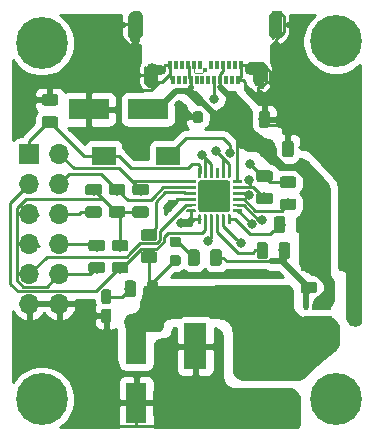
<source format=gbr>
G04 #@! TF.GenerationSoftware,KiCad,Pcbnew,(5.1.0)-1*
G04 #@! TF.CreationDate,2019-11-16T16:41:27+01:00*
G04 #@! TF.ProjectId,USBC_PowerDelivery,55534243-5f50-46f7-9765-7244656c6976,rev?*
G04 #@! TF.SameCoordinates,Original*
G04 #@! TF.FileFunction,Copper,L1,Top*
G04 #@! TF.FilePolarity,Positive*
%FSLAX46Y46*%
G04 Gerber Fmt 4.6, Leading zero omitted, Abs format (unit mm)*
G04 Created by KiCad (PCBNEW (5.1.0)-1) date 2019-11-16 16:41:27*
%MOMM*%
%LPD*%
G04 APERTURE LIST*
%ADD10C,0.700000*%
%ADD11C,4.400000*%
%ADD12C,0.100000*%
%ADD13C,0.875000*%
%ADD14R,0.300000X0.800000*%
%ADD15O,1.100000X2.200000*%
%ADD16O,1.008000X2.016000*%
%ADD17O,1.716000X0.858000*%
%ADD18C,0.250000*%
%ADD19C,2.700000*%
%ADD20R,2.000000X1.600000*%
%ADD21C,0.975000*%
%ADD22R,0.350000X0.500000*%
%ADD23R,0.400000X0.300000*%
%ADD24R,0.380000X0.430000*%
%ADD25R,2.450000X1.980000*%
%ADD26O,1.980000X3.960000*%
%ADD27R,1.980000X3.960000*%
%ADD28O,1.700000X1.700000*%
%ADD29R,1.700000X1.700000*%
%ADD30R,3.500000X1.800000*%
%ADD31C,0.850000*%
%ADD32R,1.800000X3.500000*%
%ADD33C,0.800000*%
%ADD34C,0.400000*%
%ADD35C,0.500000*%
%ADD36C,0.250000*%
%ADD37C,0.120000*%
%ADD38C,0.254000*%
G04 APERTURE END LIST*
D10*
X112556726Y-140033274D03*
X111390000Y-139550000D03*
X110223274Y-140033274D03*
X109740000Y-141200000D03*
X110223274Y-142366726D03*
X111390000Y-142850000D03*
X112556726Y-142366726D03*
X113040000Y-141200000D03*
D11*
X111390000Y-141200000D03*
D10*
X137466726Y-140033274D03*
X136300000Y-139550000D03*
X135133274Y-140033274D03*
X134650000Y-141200000D03*
X135133274Y-142366726D03*
X136300000Y-142850000D03*
X137466726Y-142366726D03*
X137950000Y-141200000D03*
D11*
X136300000Y-141200000D03*
D10*
X137466726Y-109733274D03*
X136300000Y-109250000D03*
X135133274Y-109733274D03*
X134650000Y-110900000D03*
X135133274Y-112066726D03*
X136300000Y-112550000D03*
X137466726Y-112066726D03*
X137950000Y-110900000D03*
D11*
X136300000Y-110900000D03*
D10*
X112556726Y-109863274D03*
X111390000Y-109380000D03*
X110223274Y-109863274D03*
X109740000Y-111030000D03*
X110223274Y-112196726D03*
X111390000Y-112680000D03*
X112556726Y-112196726D03*
X113040000Y-111030000D03*
D11*
X111390000Y-111030000D03*
D12*
G36*
X122967691Y-127426053D02*
G01*
X122988926Y-127429203D01*
X123009750Y-127434419D01*
X123029962Y-127441651D01*
X123049368Y-127450830D01*
X123067781Y-127461866D01*
X123085024Y-127474654D01*
X123100930Y-127489070D01*
X123115346Y-127504976D01*
X123128134Y-127522219D01*
X123139170Y-127540632D01*
X123148349Y-127560038D01*
X123155581Y-127580250D01*
X123160797Y-127601074D01*
X123163947Y-127622309D01*
X123165000Y-127643750D01*
X123165000Y-128081250D01*
X123163947Y-128102691D01*
X123160797Y-128123926D01*
X123155581Y-128144750D01*
X123148349Y-128164962D01*
X123139170Y-128184368D01*
X123128134Y-128202781D01*
X123115346Y-128220024D01*
X123100930Y-128235930D01*
X123085024Y-128250346D01*
X123067781Y-128263134D01*
X123049368Y-128274170D01*
X123029962Y-128283349D01*
X123009750Y-128290581D01*
X122988926Y-128295797D01*
X122967691Y-128298947D01*
X122946250Y-128300000D01*
X122433750Y-128300000D01*
X122412309Y-128298947D01*
X122391074Y-128295797D01*
X122370250Y-128290581D01*
X122350038Y-128283349D01*
X122330632Y-128274170D01*
X122312219Y-128263134D01*
X122294976Y-128250346D01*
X122279070Y-128235930D01*
X122264654Y-128220024D01*
X122251866Y-128202781D01*
X122240830Y-128184368D01*
X122231651Y-128164962D01*
X122224419Y-128144750D01*
X122219203Y-128123926D01*
X122216053Y-128102691D01*
X122215000Y-128081250D01*
X122215000Y-127643750D01*
X122216053Y-127622309D01*
X122219203Y-127601074D01*
X122224419Y-127580250D01*
X122231651Y-127560038D01*
X122240830Y-127540632D01*
X122251866Y-127522219D01*
X122264654Y-127504976D01*
X122279070Y-127489070D01*
X122294976Y-127474654D01*
X122312219Y-127461866D01*
X122330632Y-127450830D01*
X122350038Y-127441651D01*
X122370250Y-127434419D01*
X122391074Y-127429203D01*
X122412309Y-127426053D01*
X122433750Y-127425000D01*
X122946250Y-127425000D01*
X122967691Y-127426053D01*
X122967691Y-127426053D01*
G37*
D13*
X122690000Y-127862500D03*
D12*
G36*
X122967691Y-129001053D02*
G01*
X122988926Y-129004203D01*
X123009750Y-129009419D01*
X123029962Y-129016651D01*
X123049368Y-129025830D01*
X123067781Y-129036866D01*
X123085024Y-129049654D01*
X123100930Y-129064070D01*
X123115346Y-129079976D01*
X123128134Y-129097219D01*
X123139170Y-129115632D01*
X123148349Y-129135038D01*
X123155581Y-129155250D01*
X123160797Y-129176074D01*
X123163947Y-129197309D01*
X123165000Y-129218750D01*
X123165000Y-129656250D01*
X123163947Y-129677691D01*
X123160797Y-129698926D01*
X123155581Y-129719750D01*
X123148349Y-129739962D01*
X123139170Y-129759368D01*
X123128134Y-129777781D01*
X123115346Y-129795024D01*
X123100930Y-129810930D01*
X123085024Y-129825346D01*
X123067781Y-129838134D01*
X123049368Y-129849170D01*
X123029962Y-129858349D01*
X123009750Y-129865581D01*
X122988926Y-129870797D01*
X122967691Y-129873947D01*
X122946250Y-129875000D01*
X122433750Y-129875000D01*
X122412309Y-129873947D01*
X122391074Y-129870797D01*
X122370250Y-129865581D01*
X122350038Y-129858349D01*
X122330632Y-129849170D01*
X122312219Y-129838134D01*
X122294976Y-129825346D01*
X122279070Y-129810930D01*
X122264654Y-129795024D01*
X122251866Y-129777781D01*
X122240830Y-129759368D01*
X122231651Y-129739962D01*
X122224419Y-129719750D01*
X122219203Y-129698926D01*
X122216053Y-129677691D01*
X122215000Y-129656250D01*
X122215000Y-129218750D01*
X122216053Y-129197309D01*
X122219203Y-129176074D01*
X122224419Y-129155250D01*
X122231651Y-129135038D01*
X122240830Y-129115632D01*
X122251866Y-129097219D01*
X122264654Y-129079976D01*
X122279070Y-129064070D01*
X122294976Y-129049654D01*
X122312219Y-129036866D01*
X122330632Y-129025830D01*
X122350038Y-129016651D01*
X122370250Y-129009419D01*
X122391074Y-129004203D01*
X122412309Y-129001053D01*
X122433750Y-129000000D01*
X122946250Y-129000000D01*
X122967691Y-129001053D01*
X122967691Y-129001053D01*
G37*
D13*
X122690000Y-129437500D03*
D14*
X128000000Y-114130000D03*
X127500000Y-114130000D03*
X127000000Y-114130000D03*
X126500000Y-114130000D03*
X126000000Y-114130000D03*
X125500000Y-114130000D03*
X125000000Y-114130000D03*
X124500000Y-114130000D03*
X124000000Y-114130000D03*
X123500000Y-114130000D03*
X123000000Y-114130000D03*
X122500000Y-114130000D03*
X122250000Y-112930000D03*
X122750000Y-112930000D03*
X123250000Y-112930000D03*
X123750000Y-112930000D03*
X124250000Y-112930000D03*
X124750000Y-112930000D03*
X125750000Y-112930000D03*
X126250000Y-112930000D03*
X126750000Y-112930000D03*
X127250000Y-112930000D03*
X127750000Y-112930000D03*
X128250000Y-112930000D03*
D15*
X131220000Y-109500000D03*
X119280000Y-109500000D03*
D16*
X129800000Y-113720000D03*
D17*
X129441000Y-113295000D03*
D16*
X120700000Y-113720000D03*
D17*
X121059000Y-113295000D03*
D12*
G36*
X128318626Y-122625301D02*
G01*
X128324693Y-122626201D01*
X128330643Y-122627691D01*
X128336418Y-122629758D01*
X128341962Y-122632380D01*
X128347223Y-122635533D01*
X128352150Y-122639187D01*
X128356694Y-122643306D01*
X128360813Y-122647850D01*
X128364467Y-122652777D01*
X128367620Y-122658038D01*
X128370242Y-122663582D01*
X128372309Y-122669357D01*
X128373799Y-122675307D01*
X128374699Y-122681374D01*
X128375000Y-122687500D01*
X128375000Y-122812500D01*
X128374699Y-122818626D01*
X128373799Y-122824693D01*
X128372309Y-122830643D01*
X128370242Y-122836418D01*
X128367620Y-122841962D01*
X128364467Y-122847223D01*
X128360813Y-122852150D01*
X128356694Y-122856694D01*
X128352150Y-122860813D01*
X128347223Y-122864467D01*
X128341962Y-122867620D01*
X128336418Y-122870242D01*
X128330643Y-122872309D01*
X128324693Y-122873799D01*
X128318626Y-122874699D01*
X128312500Y-122875000D01*
X127612500Y-122875000D01*
X127606374Y-122874699D01*
X127600307Y-122873799D01*
X127594357Y-122872309D01*
X127588582Y-122870242D01*
X127583038Y-122867620D01*
X127577777Y-122864467D01*
X127572850Y-122860813D01*
X127568306Y-122856694D01*
X127564187Y-122852150D01*
X127560533Y-122847223D01*
X127557380Y-122841962D01*
X127554758Y-122836418D01*
X127552691Y-122830643D01*
X127551201Y-122824693D01*
X127550301Y-122818626D01*
X127550000Y-122812500D01*
X127550000Y-122687500D01*
X127550301Y-122681374D01*
X127551201Y-122675307D01*
X127552691Y-122669357D01*
X127554758Y-122663582D01*
X127557380Y-122658038D01*
X127560533Y-122652777D01*
X127564187Y-122647850D01*
X127568306Y-122643306D01*
X127572850Y-122639187D01*
X127577777Y-122635533D01*
X127583038Y-122632380D01*
X127588582Y-122629758D01*
X127594357Y-122627691D01*
X127600307Y-122626201D01*
X127606374Y-122625301D01*
X127612500Y-122625000D01*
X128312500Y-122625000D01*
X128318626Y-122625301D01*
X128318626Y-122625301D01*
G37*
D18*
X127962500Y-122750000D03*
D12*
G36*
X128318626Y-123125301D02*
G01*
X128324693Y-123126201D01*
X128330643Y-123127691D01*
X128336418Y-123129758D01*
X128341962Y-123132380D01*
X128347223Y-123135533D01*
X128352150Y-123139187D01*
X128356694Y-123143306D01*
X128360813Y-123147850D01*
X128364467Y-123152777D01*
X128367620Y-123158038D01*
X128370242Y-123163582D01*
X128372309Y-123169357D01*
X128373799Y-123175307D01*
X128374699Y-123181374D01*
X128375000Y-123187500D01*
X128375000Y-123312500D01*
X128374699Y-123318626D01*
X128373799Y-123324693D01*
X128372309Y-123330643D01*
X128370242Y-123336418D01*
X128367620Y-123341962D01*
X128364467Y-123347223D01*
X128360813Y-123352150D01*
X128356694Y-123356694D01*
X128352150Y-123360813D01*
X128347223Y-123364467D01*
X128341962Y-123367620D01*
X128336418Y-123370242D01*
X128330643Y-123372309D01*
X128324693Y-123373799D01*
X128318626Y-123374699D01*
X128312500Y-123375000D01*
X127612500Y-123375000D01*
X127606374Y-123374699D01*
X127600307Y-123373799D01*
X127594357Y-123372309D01*
X127588582Y-123370242D01*
X127583038Y-123367620D01*
X127577777Y-123364467D01*
X127572850Y-123360813D01*
X127568306Y-123356694D01*
X127564187Y-123352150D01*
X127560533Y-123347223D01*
X127557380Y-123341962D01*
X127554758Y-123336418D01*
X127552691Y-123330643D01*
X127551201Y-123324693D01*
X127550301Y-123318626D01*
X127550000Y-123312500D01*
X127550000Y-123187500D01*
X127550301Y-123181374D01*
X127551201Y-123175307D01*
X127552691Y-123169357D01*
X127554758Y-123163582D01*
X127557380Y-123158038D01*
X127560533Y-123152777D01*
X127564187Y-123147850D01*
X127568306Y-123143306D01*
X127572850Y-123139187D01*
X127577777Y-123135533D01*
X127583038Y-123132380D01*
X127588582Y-123129758D01*
X127594357Y-123127691D01*
X127600307Y-123126201D01*
X127606374Y-123125301D01*
X127612500Y-123125000D01*
X128312500Y-123125000D01*
X128318626Y-123125301D01*
X128318626Y-123125301D01*
G37*
D18*
X127962500Y-123250000D03*
D12*
G36*
X128318626Y-123625301D02*
G01*
X128324693Y-123626201D01*
X128330643Y-123627691D01*
X128336418Y-123629758D01*
X128341962Y-123632380D01*
X128347223Y-123635533D01*
X128352150Y-123639187D01*
X128356694Y-123643306D01*
X128360813Y-123647850D01*
X128364467Y-123652777D01*
X128367620Y-123658038D01*
X128370242Y-123663582D01*
X128372309Y-123669357D01*
X128373799Y-123675307D01*
X128374699Y-123681374D01*
X128375000Y-123687500D01*
X128375000Y-123812500D01*
X128374699Y-123818626D01*
X128373799Y-123824693D01*
X128372309Y-123830643D01*
X128370242Y-123836418D01*
X128367620Y-123841962D01*
X128364467Y-123847223D01*
X128360813Y-123852150D01*
X128356694Y-123856694D01*
X128352150Y-123860813D01*
X128347223Y-123864467D01*
X128341962Y-123867620D01*
X128336418Y-123870242D01*
X128330643Y-123872309D01*
X128324693Y-123873799D01*
X128318626Y-123874699D01*
X128312500Y-123875000D01*
X127612500Y-123875000D01*
X127606374Y-123874699D01*
X127600307Y-123873799D01*
X127594357Y-123872309D01*
X127588582Y-123870242D01*
X127583038Y-123867620D01*
X127577777Y-123864467D01*
X127572850Y-123860813D01*
X127568306Y-123856694D01*
X127564187Y-123852150D01*
X127560533Y-123847223D01*
X127557380Y-123841962D01*
X127554758Y-123836418D01*
X127552691Y-123830643D01*
X127551201Y-123824693D01*
X127550301Y-123818626D01*
X127550000Y-123812500D01*
X127550000Y-123687500D01*
X127550301Y-123681374D01*
X127551201Y-123675307D01*
X127552691Y-123669357D01*
X127554758Y-123663582D01*
X127557380Y-123658038D01*
X127560533Y-123652777D01*
X127564187Y-123647850D01*
X127568306Y-123643306D01*
X127572850Y-123639187D01*
X127577777Y-123635533D01*
X127583038Y-123632380D01*
X127588582Y-123629758D01*
X127594357Y-123627691D01*
X127600307Y-123626201D01*
X127606374Y-123625301D01*
X127612500Y-123625000D01*
X128312500Y-123625000D01*
X128318626Y-123625301D01*
X128318626Y-123625301D01*
G37*
D18*
X127962500Y-123750000D03*
D12*
G36*
X128318626Y-124125301D02*
G01*
X128324693Y-124126201D01*
X128330643Y-124127691D01*
X128336418Y-124129758D01*
X128341962Y-124132380D01*
X128347223Y-124135533D01*
X128352150Y-124139187D01*
X128356694Y-124143306D01*
X128360813Y-124147850D01*
X128364467Y-124152777D01*
X128367620Y-124158038D01*
X128370242Y-124163582D01*
X128372309Y-124169357D01*
X128373799Y-124175307D01*
X128374699Y-124181374D01*
X128375000Y-124187500D01*
X128375000Y-124312500D01*
X128374699Y-124318626D01*
X128373799Y-124324693D01*
X128372309Y-124330643D01*
X128370242Y-124336418D01*
X128367620Y-124341962D01*
X128364467Y-124347223D01*
X128360813Y-124352150D01*
X128356694Y-124356694D01*
X128352150Y-124360813D01*
X128347223Y-124364467D01*
X128341962Y-124367620D01*
X128336418Y-124370242D01*
X128330643Y-124372309D01*
X128324693Y-124373799D01*
X128318626Y-124374699D01*
X128312500Y-124375000D01*
X127612500Y-124375000D01*
X127606374Y-124374699D01*
X127600307Y-124373799D01*
X127594357Y-124372309D01*
X127588582Y-124370242D01*
X127583038Y-124367620D01*
X127577777Y-124364467D01*
X127572850Y-124360813D01*
X127568306Y-124356694D01*
X127564187Y-124352150D01*
X127560533Y-124347223D01*
X127557380Y-124341962D01*
X127554758Y-124336418D01*
X127552691Y-124330643D01*
X127551201Y-124324693D01*
X127550301Y-124318626D01*
X127550000Y-124312500D01*
X127550000Y-124187500D01*
X127550301Y-124181374D01*
X127551201Y-124175307D01*
X127552691Y-124169357D01*
X127554758Y-124163582D01*
X127557380Y-124158038D01*
X127560533Y-124152777D01*
X127564187Y-124147850D01*
X127568306Y-124143306D01*
X127572850Y-124139187D01*
X127577777Y-124135533D01*
X127583038Y-124132380D01*
X127588582Y-124129758D01*
X127594357Y-124127691D01*
X127600307Y-124126201D01*
X127606374Y-124125301D01*
X127612500Y-124125000D01*
X128312500Y-124125000D01*
X128318626Y-124125301D01*
X128318626Y-124125301D01*
G37*
D18*
X127962500Y-124250000D03*
D12*
G36*
X128318626Y-124625301D02*
G01*
X128324693Y-124626201D01*
X128330643Y-124627691D01*
X128336418Y-124629758D01*
X128341962Y-124632380D01*
X128347223Y-124635533D01*
X128352150Y-124639187D01*
X128356694Y-124643306D01*
X128360813Y-124647850D01*
X128364467Y-124652777D01*
X128367620Y-124658038D01*
X128370242Y-124663582D01*
X128372309Y-124669357D01*
X128373799Y-124675307D01*
X128374699Y-124681374D01*
X128375000Y-124687500D01*
X128375000Y-124812500D01*
X128374699Y-124818626D01*
X128373799Y-124824693D01*
X128372309Y-124830643D01*
X128370242Y-124836418D01*
X128367620Y-124841962D01*
X128364467Y-124847223D01*
X128360813Y-124852150D01*
X128356694Y-124856694D01*
X128352150Y-124860813D01*
X128347223Y-124864467D01*
X128341962Y-124867620D01*
X128336418Y-124870242D01*
X128330643Y-124872309D01*
X128324693Y-124873799D01*
X128318626Y-124874699D01*
X128312500Y-124875000D01*
X127612500Y-124875000D01*
X127606374Y-124874699D01*
X127600307Y-124873799D01*
X127594357Y-124872309D01*
X127588582Y-124870242D01*
X127583038Y-124867620D01*
X127577777Y-124864467D01*
X127572850Y-124860813D01*
X127568306Y-124856694D01*
X127564187Y-124852150D01*
X127560533Y-124847223D01*
X127557380Y-124841962D01*
X127554758Y-124836418D01*
X127552691Y-124830643D01*
X127551201Y-124824693D01*
X127550301Y-124818626D01*
X127550000Y-124812500D01*
X127550000Y-124687500D01*
X127550301Y-124681374D01*
X127551201Y-124675307D01*
X127552691Y-124669357D01*
X127554758Y-124663582D01*
X127557380Y-124658038D01*
X127560533Y-124652777D01*
X127564187Y-124647850D01*
X127568306Y-124643306D01*
X127572850Y-124639187D01*
X127577777Y-124635533D01*
X127583038Y-124632380D01*
X127588582Y-124629758D01*
X127594357Y-124627691D01*
X127600307Y-124626201D01*
X127606374Y-124625301D01*
X127612500Y-124625000D01*
X128312500Y-124625000D01*
X128318626Y-124625301D01*
X128318626Y-124625301D01*
G37*
D18*
X127962500Y-124750000D03*
D12*
G36*
X128318626Y-125125301D02*
G01*
X128324693Y-125126201D01*
X128330643Y-125127691D01*
X128336418Y-125129758D01*
X128341962Y-125132380D01*
X128347223Y-125135533D01*
X128352150Y-125139187D01*
X128356694Y-125143306D01*
X128360813Y-125147850D01*
X128364467Y-125152777D01*
X128367620Y-125158038D01*
X128370242Y-125163582D01*
X128372309Y-125169357D01*
X128373799Y-125175307D01*
X128374699Y-125181374D01*
X128375000Y-125187500D01*
X128375000Y-125312500D01*
X128374699Y-125318626D01*
X128373799Y-125324693D01*
X128372309Y-125330643D01*
X128370242Y-125336418D01*
X128367620Y-125341962D01*
X128364467Y-125347223D01*
X128360813Y-125352150D01*
X128356694Y-125356694D01*
X128352150Y-125360813D01*
X128347223Y-125364467D01*
X128341962Y-125367620D01*
X128336418Y-125370242D01*
X128330643Y-125372309D01*
X128324693Y-125373799D01*
X128318626Y-125374699D01*
X128312500Y-125375000D01*
X127612500Y-125375000D01*
X127606374Y-125374699D01*
X127600307Y-125373799D01*
X127594357Y-125372309D01*
X127588582Y-125370242D01*
X127583038Y-125367620D01*
X127577777Y-125364467D01*
X127572850Y-125360813D01*
X127568306Y-125356694D01*
X127564187Y-125352150D01*
X127560533Y-125347223D01*
X127557380Y-125341962D01*
X127554758Y-125336418D01*
X127552691Y-125330643D01*
X127551201Y-125324693D01*
X127550301Y-125318626D01*
X127550000Y-125312500D01*
X127550000Y-125187500D01*
X127550301Y-125181374D01*
X127551201Y-125175307D01*
X127552691Y-125169357D01*
X127554758Y-125163582D01*
X127557380Y-125158038D01*
X127560533Y-125152777D01*
X127564187Y-125147850D01*
X127568306Y-125143306D01*
X127572850Y-125139187D01*
X127577777Y-125135533D01*
X127583038Y-125132380D01*
X127588582Y-125129758D01*
X127594357Y-125127691D01*
X127600307Y-125126201D01*
X127606374Y-125125301D01*
X127612500Y-125125000D01*
X128312500Y-125125000D01*
X128318626Y-125125301D01*
X128318626Y-125125301D01*
G37*
D18*
X127962500Y-125250000D03*
D12*
G36*
X127318626Y-125550301D02*
G01*
X127324693Y-125551201D01*
X127330643Y-125552691D01*
X127336418Y-125554758D01*
X127341962Y-125557380D01*
X127347223Y-125560533D01*
X127352150Y-125564187D01*
X127356694Y-125568306D01*
X127360813Y-125572850D01*
X127364467Y-125577777D01*
X127367620Y-125583038D01*
X127370242Y-125588582D01*
X127372309Y-125594357D01*
X127373799Y-125600307D01*
X127374699Y-125606374D01*
X127375000Y-125612500D01*
X127375000Y-126312500D01*
X127374699Y-126318626D01*
X127373799Y-126324693D01*
X127372309Y-126330643D01*
X127370242Y-126336418D01*
X127367620Y-126341962D01*
X127364467Y-126347223D01*
X127360813Y-126352150D01*
X127356694Y-126356694D01*
X127352150Y-126360813D01*
X127347223Y-126364467D01*
X127341962Y-126367620D01*
X127336418Y-126370242D01*
X127330643Y-126372309D01*
X127324693Y-126373799D01*
X127318626Y-126374699D01*
X127312500Y-126375000D01*
X127187500Y-126375000D01*
X127181374Y-126374699D01*
X127175307Y-126373799D01*
X127169357Y-126372309D01*
X127163582Y-126370242D01*
X127158038Y-126367620D01*
X127152777Y-126364467D01*
X127147850Y-126360813D01*
X127143306Y-126356694D01*
X127139187Y-126352150D01*
X127135533Y-126347223D01*
X127132380Y-126341962D01*
X127129758Y-126336418D01*
X127127691Y-126330643D01*
X127126201Y-126324693D01*
X127125301Y-126318626D01*
X127125000Y-126312500D01*
X127125000Y-125612500D01*
X127125301Y-125606374D01*
X127126201Y-125600307D01*
X127127691Y-125594357D01*
X127129758Y-125588582D01*
X127132380Y-125583038D01*
X127135533Y-125577777D01*
X127139187Y-125572850D01*
X127143306Y-125568306D01*
X127147850Y-125564187D01*
X127152777Y-125560533D01*
X127158038Y-125557380D01*
X127163582Y-125554758D01*
X127169357Y-125552691D01*
X127175307Y-125551201D01*
X127181374Y-125550301D01*
X127187500Y-125550000D01*
X127312500Y-125550000D01*
X127318626Y-125550301D01*
X127318626Y-125550301D01*
G37*
D18*
X127250000Y-125962500D03*
D12*
G36*
X126818626Y-125550301D02*
G01*
X126824693Y-125551201D01*
X126830643Y-125552691D01*
X126836418Y-125554758D01*
X126841962Y-125557380D01*
X126847223Y-125560533D01*
X126852150Y-125564187D01*
X126856694Y-125568306D01*
X126860813Y-125572850D01*
X126864467Y-125577777D01*
X126867620Y-125583038D01*
X126870242Y-125588582D01*
X126872309Y-125594357D01*
X126873799Y-125600307D01*
X126874699Y-125606374D01*
X126875000Y-125612500D01*
X126875000Y-126312500D01*
X126874699Y-126318626D01*
X126873799Y-126324693D01*
X126872309Y-126330643D01*
X126870242Y-126336418D01*
X126867620Y-126341962D01*
X126864467Y-126347223D01*
X126860813Y-126352150D01*
X126856694Y-126356694D01*
X126852150Y-126360813D01*
X126847223Y-126364467D01*
X126841962Y-126367620D01*
X126836418Y-126370242D01*
X126830643Y-126372309D01*
X126824693Y-126373799D01*
X126818626Y-126374699D01*
X126812500Y-126375000D01*
X126687500Y-126375000D01*
X126681374Y-126374699D01*
X126675307Y-126373799D01*
X126669357Y-126372309D01*
X126663582Y-126370242D01*
X126658038Y-126367620D01*
X126652777Y-126364467D01*
X126647850Y-126360813D01*
X126643306Y-126356694D01*
X126639187Y-126352150D01*
X126635533Y-126347223D01*
X126632380Y-126341962D01*
X126629758Y-126336418D01*
X126627691Y-126330643D01*
X126626201Y-126324693D01*
X126625301Y-126318626D01*
X126625000Y-126312500D01*
X126625000Y-125612500D01*
X126625301Y-125606374D01*
X126626201Y-125600307D01*
X126627691Y-125594357D01*
X126629758Y-125588582D01*
X126632380Y-125583038D01*
X126635533Y-125577777D01*
X126639187Y-125572850D01*
X126643306Y-125568306D01*
X126647850Y-125564187D01*
X126652777Y-125560533D01*
X126658038Y-125557380D01*
X126663582Y-125554758D01*
X126669357Y-125552691D01*
X126675307Y-125551201D01*
X126681374Y-125550301D01*
X126687500Y-125550000D01*
X126812500Y-125550000D01*
X126818626Y-125550301D01*
X126818626Y-125550301D01*
G37*
D18*
X126750000Y-125962500D03*
D12*
G36*
X126318626Y-125550301D02*
G01*
X126324693Y-125551201D01*
X126330643Y-125552691D01*
X126336418Y-125554758D01*
X126341962Y-125557380D01*
X126347223Y-125560533D01*
X126352150Y-125564187D01*
X126356694Y-125568306D01*
X126360813Y-125572850D01*
X126364467Y-125577777D01*
X126367620Y-125583038D01*
X126370242Y-125588582D01*
X126372309Y-125594357D01*
X126373799Y-125600307D01*
X126374699Y-125606374D01*
X126375000Y-125612500D01*
X126375000Y-126312500D01*
X126374699Y-126318626D01*
X126373799Y-126324693D01*
X126372309Y-126330643D01*
X126370242Y-126336418D01*
X126367620Y-126341962D01*
X126364467Y-126347223D01*
X126360813Y-126352150D01*
X126356694Y-126356694D01*
X126352150Y-126360813D01*
X126347223Y-126364467D01*
X126341962Y-126367620D01*
X126336418Y-126370242D01*
X126330643Y-126372309D01*
X126324693Y-126373799D01*
X126318626Y-126374699D01*
X126312500Y-126375000D01*
X126187500Y-126375000D01*
X126181374Y-126374699D01*
X126175307Y-126373799D01*
X126169357Y-126372309D01*
X126163582Y-126370242D01*
X126158038Y-126367620D01*
X126152777Y-126364467D01*
X126147850Y-126360813D01*
X126143306Y-126356694D01*
X126139187Y-126352150D01*
X126135533Y-126347223D01*
X126132380Y-126341962D01*
X126129758Y-126336418D01*
X126127691Y-126330643D01*
X126126201Y-126324693D01*
X126125301Y-126318626D01*
X126125000Y-126312500D01*
X126125000Y-125612500D01*
X126125301Y-125606374D01*
X126126201Y-125600307D01*
X126127691Y-125594357D01*
X126129758Y-125588582D01*
X126132380Y-125583038D01*
X126135533Y-125577777D01*
X126139187Y-125572850D01*
X126143306Y-125568306D01*
X126147850Y-125564187D01*
X126152777Y-125560533D01*
X126158038Y-125557380D01*
X126163582Y-125554758D01*
X126169357Y-125552691D01*
X126175307Y-125551201D01*
X126181374Y-125550301D01*
X126187500Y-125550000D01*
X126312500Y-125550000D01*
X126318626Y-125550301D01*
X126318626Y-125550301D01*
G37*
D18*
X126250000Y-125962500D03*
D12*
G36*
X125818626Y-125550301D02*
G01*
X125824693Y-125551201D01*
X125830643Y-125552691D01*
X125836418Y-125554758D01*
X125841962Y-125557380D01*
X125847223Y-125560533D01*
X125852150Y-125564187D01*
X125856694Y-125568306D01*
X125860813Y-125572850D01*
X125864467Y-125577777D01*
X125867620Y-125583038D01*
X125870242Y-125588582D01*
X125872309Y-125594357D01*
X125873799Y-125600307D01*
X125874699Y-125606374D01*
X125875000Y-125612500D01*
X125875000Y-126312500D01*
X125874699Y-126318626D01*
X125873799Y-126324693D01*
X125872309Y-126330643D01*
X125870242Y-126336418D01*
X125867620Y-126341962D01*
X125864467Y-126347223D01*
X125860813Y-126352150D01*
X125856694Y-126356694D01*
X125852150Y-126360813D01*
X125847223Y-126364467D01*
X125841962Y-126367620D01*
X125836418Y-126370242D01*
X125830643Y-126372309D01*
X125824693Y-126373799D01*
X125818626Y-126374699D01*
X125812500Y-126375000D01*
X125687500Y-126375000D01*
X125681374Y-126374699D01*
X125675307Y-126373799D01*
X125669357Y-126372309D01*
X125663582Y-126370242D01*
X125658038Y-126367620D01*
X125652777Y-126364467D01*
X125647850Y-126360813D01*
X125643306Y-126356694D01*
X125639187Y-126352150D01*
X125635533Y-126347223D01*
X125632380Y-126341962D01*
X125629758Y-126336418D01*
X125627691Y-126330643D01*
X125626201Y-126324693D01*
X125625301Y-126318626D01*
X125625000Y-126312500D01*
X125625000Y-125612500D01*
X125625301Y-125606374D01*
X125626201Y-125600307D01*
X125627691Y-125594357D01*
X125629758Y-125588582D01*
X125632380Y-125583038D01*
X125635533Y-125577777D01*
X125639187Y-125572850D01*
X125643306Y-125568306D01*
X125647850Y-125564187D01*
X125652777Y-125560533D01*
X125658038Y-125557380D01*
X125663582Y-125554758D01*
X125669357Y-125552691D01*
X125675307Y-125551201D01*
X125681374Y-125550301D01*
X125687500Y-125550000D01*
X125812500Y-125550000D01*
X125818626Y-125550301D01*
X125818626Y-125550301D01*
G37*
D18*
X125750000Y-125962500D03*
D12*
G36*
X125318626Y-125550301D02*
G01*
X125324693Y-125551201D01*
X125330643Y-125552691D01*
X125336418Y-125554758D01*
X125341962Y-125557380D01*
X125347223Y-125560533D01*
X125352150Y-125564187D01*
X125356694Y-125568306D01*
X125360813Y-125572850D01*
X125364467Y-125577777D01*
X125367620Y-125583038D01*
X125370242Y-125588582D01*
X125372309Y-125594357D01*
X125373799Y-125600307D01*
X125374699Y-125606374D01*
X125375000Y-125612500D01*
X125375000Y-126312500D01*
X125374699Y-126318626D01*
X125373799Y-126324693D01*
X125372309Y-126330643D01*
X125370242Y-126336418D01*
X125367620Y-126341962D01*
X125364467Y-126347223D01*
X125360813Y-126352150D01*
X125356694Y-126356694D01*
X125352150Y-126360813D01*
X125347223Y-126364467D01*
X125341962Y-126367620D01*
X125336418Y-126370242D01*
X125330643Y-126372309D01*
X125324693Y-126373799D01*
X125318626Y-126374699D01*
X125312500Y-126375000D01*
X125187500Y-126375000D01*
X125181374Y-126374699D01*
X125175307Y-126373799D01*
X125169357Y-126372309D01*
X125163582Y-126370242D01*
X125158038Y-126367620D01*
X125152777Y-126364467D01*
X125147850Y-126360813D01*
X125143306Y-126356694D01*
X125139187Y-126352150D01*
X125135533Y-126347223D01*
X125132380Y-126341962D01*
X125129758Y-126336418D01*
X125127691Y-126330643D01*
X125126201Y-126324693D01*
X125125301Y-126318626D01*
X125125000Y-126312500D01*
X125125000Y-125612500D01*
X125125301Y-125606374D01*
X125126201Y-125600307D01*
X125127691Y-125594357D01*
X125129758Y-125588582D01*
X125132380Y-125583038D01*
X125135533Y-125577777D01*
X125139187Y-125572850D01*
X125143306Y-125568306D01*
X125147850Y-125564187D01*
X125152777Y-125560533D01*
X125158038Y-125557380D01*
X125163582Y-125554758D01*
X125169357Y-125552691D01*
X125175307Y-125551201D01*
X125181374Y-125550301D01*
X125187500Y-125550000D01*
X125312500Y-125550000D01*
X125318626Y-125550301D01*
X125318626Y-125550301D01*
G37*
D18*
X125250000Y-125962500D03*
D12*
G36*
X124818626Y-125550301D02*
G01*
X124824693Y-125551201D01*
X124830643Y-125552691D01*
X124836418Y-125554758D01*
X124841962Y-125557380D01*
X124847223Y-125560533D01*
X124852150Y-125564187D01*
X124856694Y-125568306D01*
X124860813Y-125572850D01*
X124864467Y-125577777D01*
X124867620Y-125583038D01*
X124870242Y-125588582D01*
X124872309Y-125594357D01*
X124873799Y-125600307D01*
X124874699Y-125606374D01*
X124875000Y-125612500D01*
X124875000Y-126312500D01*
X124874699Y-126318626D01*
X124873799Y-126324693D01*
X124872309Y-126330643D01*
X124870242Y-126336418D01*
X124867620Y-126341962D01*
X124864467Y-126347223D01*
X124860813Y-126352150D01*
X124856694Y-126356694D01*
X124852150Y-126360813D01*
X124847223Y-126364467D01*
X124841962Y-126367620D01*
X124836418Y-126370242D01*
X124830643Y-126372309D01*
X124824693Y-126373799D01*
X124818626Y-126374699D01*
X124812500Y-126375000D01*
X124687500Y-126375000D01*
X124681374Y-126374699D01*
X124675307Y-126373799D01*
X124669357Y-126372309D01*
X124663582Y-126370242D01*
X124658038Y-126367620D01*
X124652777Y-126364467D01*
X124647850Y-126360813D01*
X124643306Y-126356694D01*
X124639187Y-126352150D01*
X124635533Y-126347223D01*
X124632380Y-126341962D01*
X124629758Y-126336418D01*
X124627691Y-126330643D01*
X124626201Y-126324693D01*
X124625301Y-126318626D01*
X124625000Y-126312500D01*
X124625000Y-125612500D01*
X124625301Y-125606374D01*
X124626201Y-125600307D01*
X124627691Y-125594357D01*
X124629758Y-125588582D01*
X124632380Y-125583038D01*
X124635533Y-125577777D01*
X124639187Y-125572850D01*
X124643306Y-125568306D01*
X124647850Y-125564187D01*
X124652777Y-125560533D01*
X124658038Y-125557380D01*
X124663582Y-125554758D01*
X124669357Y-125552691D01*
X124675307Y-125551201D01*
X124681374Y-125550301D01*
X124687500Y-125550000D01*
X124812500Y-125550000D01*
X124818626Y-125550301D01*
X124818626Y-125550301D01*
G37*
D18*
X124750000Y-125962500D03*
D12*
G36*
X124393626Y-125125301D02*
G01*
X124399693Y-125126201D01*
X124405643Y-125127691D01*
X124411418Y-125129758D01*
X124416962Y-125132380D01*
X124422223Y-125135533D01*
X124427150Y-125139187D01*
X124431694Y-125143306D01*
X124435813Y-125147850D01*
X124439467Y-125152777D01*
X124442620Y-125158038D01*
X124445242Y-125163582D01*
X124447309Y-125169357D01*
X124448799Y-125175307D01*
X124449699Y-125181374D01*
X124450000Y-125187500D01*
X124450000Y-125312500D01*
X124449699Y-125318626D01*
X124448799Y-125324693D01*
X124447309Y-125330643D01*
X124445242Y-125336418D01*
X124442620Y-125341962D01*
X124439467Y-125347223D01*
X124435813Y-125352150D01*
X124431694Y-125356694D01*
X124427150Y-125360813D01*
X124422223Y-125364467D01*
X124416962Y-125367620D01*
X124411418Y-125370242D01*
X124405643Y-125372309D01*
X124399693Y-125373799D01*
X124393626Y-125374699D01*
X124387500Y-125375000D01*
X123687500Y-125375000D01*
X123681374Y-125374699D01*
X123675307Y-125373799D01*
X123669357Y-125372309D01*
X123663582Y-125370242D01*
X123658038Y-125367620D01*
X123652777Y-125364467D01*
X123647850Y-125360813D01*
X123643306Y-125356694D01*
X123639187Y-125352150D01*
X123635533Y-125347223D01*
X123632380Y-125341962D01*
X123629758Y-125336418D01*
X123627691Y-125330643D01*
X123626201Y-125324693D01*
X123625301Y-125318626D01*
X123625000Y-125312500D01*
X123625000Y-125187500D01*
X123625301Y-125181374D01*
X123626201Y-125175307D01*
X123627691Y-125169357D01*
X123629758Y-125163582D01*
X123632380Y-125158038D01*
X123635533Y-125152777D01*
X123639187Y-125147850D01*
X123643306Y-125143306D01*
X123647850Y-125139187D01*
X123652777Y-125135533D01*
X123658038Y-125132380D01*
X123663582Y-125129758D01*
X123669357Y-125127691D01*
X123675307Y-125126201D01*
X123681374Y-125125301D01*
X123687500Y-125125000D01*
X124387500Y-125125000D01*
X124393626Y-125125301D01*
X124393626Y-125125301D01*
G37*
D18*
X124037500Y-125250000D03*
D12*
G36*
X124393626Y-124625301D02*
G01*
X124399693Y-124626201D01*
X124405643Y-124627691D01*
X124411418Y-124629758D01*
X124416962Y-124632380D01*
X124422223Y-124635533D01*
X124427150Y-124639187D01*
X124431694Y-124643306D01*
X124435813Y-124647850D01*
X124439467Y-124652777D01*
X124442620Y-124658038D01*
X124445242Y-124663582D01*
X124447309Y-124669357D01*
X124448799Y-124675307D01*
X124449699Y-124681374D01*
X124450000Y-124687500D01*
X124450000Y-124812500D01*
X124449699Y-124818626D01*
X124448799Y-124824693D01*
X124447309Y-124830643D01*
X124445242Y-124836418D01*
X124442620Y-124841962D01*
X124439467Y-124847223D01*
X124435813Y-124852150D01*
X124431694Y-124856694D01*
X124427150Y-124860813D01*
X124422223Y-124864467D01*
X124416962Y-124867620D01*
X124411418Y-124870242D01*
X124405643Y-124872309D01*
X124399693Y-124873799D01*
X124393626Y-124874699D01*
X124387500Y-124875000D01*
X123687500Y-124875000D01*
X123681374Y-124874699D01*
X123675307Y-124873799D01*
X123669357Y-124872309D01*
X123663582Y-124870242D01*
X123658038Y-124867620D01*
X123652777Y-124864467D01*
X123647850Y-124860813D01*
X123643306Y-124856694D01*
X123639187Y-124852150D01*
X123635533Y-124847223D01*
X123632380Y-124841962D01*
X123629758Y-124836418D01*
X123627691Y-124830643D01*
X123626201Y-124824693D01*
X123625301Y-124818626D01*
X123625000Y-124812500D01*
X123625000Y-124687500D01*
X123625301Y-124681374D01*
X123626201Y-124675307D01*
X123627691Y-124669357D01*
X123629758Y-124663582D01*
X123632380Y-124658038D01*
X123635533Y-124652777D01*
X123639187Y-124647850D01*
X123643306Y-124643306D01*
X123647850Y-124639187D01*
X123652777Y-124635533D01*
X123658038Y-124632380D01*
X123663582Y-124629758D01*
X123669357Y-124627691D01*
X123675307Y-124626201D01*
X123681374Y-124625301D01*
X123687500Y-124625000D01*
X124387500Y-124625000D01*
X124393626Y-124625301D01*
X124393626Y-124625301D01*
G37*
D18*
X124037500Y-124750000D03*
D12*
G36*
X124393626Y-124125301D02*
G01*
X124399693Y-124126201D01*
X124405643Y-124127691D01*
X124411418Y-124129758D01*
X124416962Y-124132380D01*
X124422223Y-124135533D01*
X124427150Y-124139187D01*
X124431694Y-124143306D01*
X124435813Y-124147850D01*
X124439467Y-124152777D01*
X124442620Y-124158038D01*
X124445242Y-124163582D01*
X124447309Y-124169357D01*
X124448799Y-124175307D01*
X124449699Y-124181374D01*
X124450000Y-124187500D01*
X124450000Y-124312500D01*
X124449699Y-124318626D01*
X124448799Y-124324693D01*
X124447309Y-124330643D01*
X124445242Y-124336418D01*
X124442620Y-124341962D01*
X124439467Y-124347223D01*
X124435813Y-124352150D01*
X124431694Y-124356694D01*
X124427150Y-124360813D01*
X124422223Y-124364467D01*
X124416962Y-124367620D01*
X124411418Y-124370242D01*
X124405643Y-124372309D01*
X124399693Y-124373799D01*
X124393626Y-124374699D01*
X124387500Y-124375000D01*
X123687500Y-124375000D01*
X123681374Y-124374699D01*
X123675307Y-124373799D01*
X123669357Y-124372309D01*
X123663582Y-124370242D01*
X123658038Y-124367620D01*
X123652777Y-124364467D01*
X123647850Y-124360813D01*
X123643306Y-124356694D01*
X123639187Y-124352150D01*
X123635533Y-124347223D01*
X123632380Y-124341962D01*
X123629758Y-124336418D01*
X123627691Y-124330643D01*
X123626201Y-124324693D01*
X123625301Y-124318626D01*
X123625000Y-124312500D01*
X123625000Y-124187500D01*
X123625301Y-124181374D01*
X123626201Y-124175307D01*
X123627691Y-124169357D01*
X123629758Y-124163582D01*
X123632380Y-124158038D01*
X123635533Y-124152777D01*
X123639187Y-124147850D01*
X123643306Y-124143306D01*
X123647850Y-124139187D01*
X123652777Y-124135533D01*
X123658038Y-124132380D01*
X123663582Y-124129758D01*
X123669357Y-124127691D01*
X123675307Y-124126201D01*
X123681374Y-124125301D01*
X123687500Y-124125000D01*
X124387500Y-124125000D01*
X124393626Y-124125301D01*
X124393626Y-124125301D01*
G37*
D18*
X124037500Y-124250000D03*
D12*
G36*
X124393626Y-123625301D02*
G01*
X124399693Y-123626201D01*
X124405643Y-123627691D01*
X124411418Y-123629758D01*
X124416962Y-123632380D01*
X124422223Y-123635533D01*
X124427150Y-123639187D01*
X124431694Y-123643306D01*
X124435813Y-123647850D01*
X124439467Y-123652777D01*
X124442620Y-123658038D01*
X124445242Y-123663582D01*
X124447309Y-123669357D01*
X124448799Y-123675307D01*
X124449699Y-123681374D01*
X124450000Y-123687500D01*
X124450000Y-123812500D01*
X124449699Y-123818626D01*
X124448799Y-123824693D01*
X124447309Y-123830643D01*
X124445242Y-123836418D01*
X124442620Y-123841962D01*
X124439467Y-123847223D01*
X124435813Y-123852150D01*
X124431694Y-123856694D01*
X124427150Y-123860813D01*
X124422223Y-123864467D01*
X124416962Y-123867620D01*
X124411418Y-123870242D01*
X124405643Y-123872309D01*
X124399693Y-123873799D01*
X124393626Y-123874699D01*
X124387500Y-123875000D01*
X123687500Y-123875000D01*
X123681374Y-123874699D01*
X123675307Y-123873799D01*
X123669357Y-123872309D01*
X123663582Y-123870242D01*
X123658038Y-123867620D01*
X123652777Y-123864467D01*
X123647850Y-123860813D01*
X123643306Y-123856694D01*
X123639187Y-123852150D01*
X123635533Y-123847223D01*
X123632380Y-123841962D01*
X123629758Y-123836418D01*
X123627691Y-123830643D01*
X123626201Y-123824693D01*
X123625301Y-123818626D01*
X123625000Y-123812500D01*
X123625000Y-123687500D01*
X123625301Y-123681374D01*
X123626201Y-123675307D01*
X123627691Y-123669357D01*
X123629758Y-123663582D01*
X123632380Y-123658038D01*
X123635533Y-123652777D01*
X123639187Y-123647850D01*
X123643306Y-123643306D01*
X123647850Y-123639187D01*
X123652777Y-123635533D01*
X123658038Y-123632380D01*
X123663582Y-123629758D01*
X123669357Y-123627691D01*
X123675307Y-123626201D01*
X123681374Y-123625301D01*
X123687500Y-123625000D01*
X124387500Y-123625000D01*
X124393626Y-123625301D01*
X124393626Y-123625301D01*
G37*
D18*
X124037500Y-123750000D03*
D12*
G36*
X124393626Y-123125301D02*
G01*
X124399693Y-123126201D01*
X124405643Y-123127691D01*
X124411418Y-123129758D01*
X124416962Y-123132380D01*
X124422223Y-123135533D01*
X124427150Y-123139187D01*
X124431694Y-123143306D01*
X124435813Y-123147850D01*
X124439467Y-123152777D01*
X124442620Y-123158038D01*
X124445242Y-123163582D01*
X124447309Y-123169357D01*
X124448799Y-123175307D01*
X124449699Y-123181374D01*
X124450000Y-123187500D01*
X124450000Y-123312500D01*
X124449699Y-123318626D01*
X124448799Y-123324693D01*
X124447309Y-123330643D01*
X124445242Y-123336418D01*
X124442620Y-123341962D01*
X124439467Y-123347223D01*
X124435813Y-123352150D01*
X124431694Y-123356694D01*
X124427150Y-123360813D01*
X124422223Y-123364467D01*
X124416962Y-123367620D01*
X124411418Y-123370242D01*
X124405643Y-123372309D01*
X124399693Y-123373799D01*
X124393626Y-123374699D01*
X124387500Y-123375000D01*
X123687500Y-123375000D01*
X123681374Y-123374699D01*
X123675307Y-123373799D01*
X123669357Y-123372309D01*
X123663582Y-123370242D01*
X123658038Y-123367620D01*
X123652777Y-123364467D01*
X123647850Y-123360813D01*
X123643306Y-123356694D01*
X123639187Y-123352150D01*
X123635533Y-123347223D01*
X123632380Y-123341962D01*
X123629758Y-123336418D01*
X123627691Y-123330643D01*
X123626201Y-123324693D01*
X123625301Y-123318626D01*
X123625000Y-123312500D01*
X123625000Y-123187500D01*
X123625301Y-123181374D01*
X123626201Y-123175307D01*
X123627691Y-123169357D01*
X123629758Y-123163582D01*
X123632380Y-123158038D01*
X123635533Y-123152777D01*
X123639187Y-123147850D01*
X123643306Y-123143306D01*
X123647850Y-123139187D01*
X123652777Y-123135533D01*
X123658038Y-123132380D01*
X123663582Y-123129758D01*
X123669357Y-123127691D01*
X123675307Y-123126201D01*
X123681374Y-123125301D01*
X123687500Y-123125000D01*
X124387500Y-123125000D01*
X124393626Y-123125301D01*
X124393626Y-123125301D01*
G37*
D18*
X124037500Y-123250000D03*
D12*
G36*
X124393626Y-122625301D02*
G01*
X124399693Y-122626201D01*
X124405643Y-122627691D01*
X124411418Y-122629758D01*
X124416962Y-122632380D01*
X124422223Y-122635533D01*
X124427150Y-122639187D01*
X124431694Y-122643306D01*
X124435813Y-122647850D01*
X124439467Y-122652777D01*
X124442620Y-122658038D01*
X124445242Y-122663582D01*
X124447309Y-122669357D01*
X124448799Y-122675307D01*
X124449699Y-122681374D01*
X124450000Y-122687500D01*
X124450000Y-122812500D01*
X124449699Y-122818626D01*
X124448799Y-122824693D01*
X124447309Y-122830643D01*
X124445242Y-122836418D01*
X124442620Y-122841962D01*
X124439467Y-122847223D01*
X124435813Y-122852150D01*
X124431694Y-122856694D01*
X124427150Y-122860813D01*
X124422223Y-122864467D01*
X124416962Y-122867620D01*
X124411418Y-122870242D01*
X124405643Y-122872309D01*
X124399693Y-122873799D01*
X124393626Y-122874699D01*
X124387500Y-122875000D01*
X123687500Y-122875000D01*
X123681374Y-122874699D01*
X123675307Y-122873799D01*
X123669357Y-122872309D01*
X123663582Y-122870242D01*
X123658038Y-122867620D01*
X123652777Y-122864467D01*
X123647850Y-122860813D01*
X123643306Y-122856694D01*
X123639187Y-122852150D01*
X123635533Y-122847223D01*
X123632380Y-122841962D01*
X123629758Y-122836418D01*
X123627691Y-122830643D01*
X123626201Y-122824693D01*
X123625301Y-122818626D01*
X123625000Y-122812500D01*
X123625000Y-122687500D01*
X123625301Y-122681374D01*
X123626201Y-122675307D01*
X123627691Y-122669357D01*
X123629758Y-122663582D01*
X123632380Y-122658038D01*
X123635533Y-122652777D01*
X123639187Y-122647850D01*
X123643306Y-122643306D01*
X123647850Y-122639187D01*
X123652777Y-122635533D01*
X123658038Y-122632380D01*
X123663582Y-122629758D01*
X123669357Y-122627691D01*
X123675307Y-122626201D01*
X123681374Y-122625301D01*
X123687500Y-122625000D01*
X124387500Y-122625000D01*
X124393626Y-122625301D01*
X124393626Y-122625301D01*
G37*
D18*
X124037500Y-122750000D03*
D12*
G36*
X124818626Y-121625301D02*
G01*
X124824693Y-121626201D01*
X124830643Y-121627691D01*
X124836418Y-121629758D01*
X124841962Y-121632380D01*
X124847223Y-121635533D01*
X124852150Y-121639187D01*
X124856694Y-121643306D01*
X124860813Y-121647850D01*
X124864467Y-121652777D01*
X124867620Y-121658038D01*
X124870242Y-121663582D01*
X124872309Y-121669357D01*
X124873799Y-121675307D01*
X124874699Y-121681374D01*
X124875000Y-121687500D01*
X124875000Y-122387500D01*
X124874699Y-122393626D01*
X124873799Y-122399693D01*
X124872309Y-122405643D01*
X124870242Y-122411418D01*
X124867620Y-122416962D01*
X124864467Y-122422223D01*
X124860813Y-122427150D01*
X124856694Y-122431694D01*
X124852150Y-122435813D01*
X124847223Y-122439467D01*
X124841962Y-122442620D01*
X124836418Y-122445242D01*
X124830643Y-122447309D01*
X124824693Y-122448799D01*
X124818626Y-122449699D01*
X124812500Y-122450000D01*
X124687500Y-122450000D01*
X124681374Y-122449699D01*
X124675307Y-122448799D01*
X124669357Y-122447309D01*
X124663582Y-122445242D01*
X124658038Y-122442620D01*
X124652777Y-122439467D01*
X124647850Y-122435813D01*
X124643306Y-122431694D01*
X124639187Y-122427150D01*
X124635533Y-122422223D01*
X124632380Y-122416962D01*
X124629758Y-122411418D01*
X124627691Y-122405643D01*
X124626201Y-122399693D01*
X124625301Y-122393626D01*
X124625000Y-122387500D01*
X124625000Y-121687500D01*
X124625301Y-121681374D01*
X124626201Y-121675307D01*
X124627691Y-121669357D01*
X124629758Y-121663582D01*
X124632380Y-121658038D01*
X124635533Y-121652777D01*
X124639187Y-121647850D01*
X124643306Y-121643306D01*
X124647850Y-121639187D01*
X124652777Y-121635533D01*
X124658038Y-121632380D01*
X124663582Y-121629758D01*
X124669357Y-121627691D01*
X124675307Y-121626201D01*
X124681374Y-121625301D01*
X124687500Y-121625000D01*
X124812500Y-121625000D01*
X124818626Y-121625301D01*
X124818626Y-121625301D01*
G37*
D18*
X124750000Y-122037500D03*
D12*
G36*
X125318626Y-121625301D02*
G01*
X125324693Y-121626201D01*
X125330643Y-121627691D01*
X125336418Y-121629758D01*
X125341962Y-121632380D01*
X125347223Y-121635533D01*
X125352150Y-121639187D01*
X125356694Y-121643306D01*
X125360813Y-121647850D01*
X125364467Y-121652777D01*
X125367620Y-121658038D01*
X125370242Y-121663582D01*
X125372309Y-121669357D01*
X125373799Y-121675307D01*
X125374699Y-121681374D01*
X125375000Y-121687500D01*
X125375000Y-122387500D01*
X125374699Y-122393626D01*
X125373799Y-122399693D01*
X125372309Y-122405643D01*
X125370242Y-122411418D01*
X125367620Y-122416962D01*
X125364467Y-122422223D01*
X125360813Y-122427150D01*
X125356694Y-122431694D01*
X125352150Y-122435813D01*
X125347223Y-122439467D01*
X125341962Y-122442620D01*
X125336418Y-122445242D01*
X125330643Y-122447309D01*
X125324693Y-122448799D01*
X125318626Y-122449699D01*
X125312500Y-122450000D01*
X125187500Y-122450000D01*
X125181374Y-122449699D01*
X125175307Y-122448799D01*
X125169357Y-122447309D01*
X125163582Y-122445242D01*
X125158038Y-122442620D01*
X125152777Y-122439467D01*
X125147850Y-122435813D01*
X125143306Y-122431694D01*
X125139187Y-122427150D01*
X125135533Y-122422223D01*
X125132380Y-122416962D01*
X125129758Y-122411418D01*
X125127691Y-122405643D01*
X125126201Y-122399693D01*
X125125301Y-122393626D01*
X125125000Y-122387500D01*
X125125000Y-121687500D01*
X125125301Y-121681374D01*
X125126201Y-121675307D01*
X125127691Y-121669357D01*
X125129758Y-121663582D01*
X125132380Y-121658038D01*
X125135533Y-121652777D01*
X125139187Y-121647850D01*
X125143306Y-121643306D01*
X125147850Y-121639187D01*
X125152777Y-121635533D01*
X125158038Y-121632380D01*
X125163582Y-121629758D01*
X125169357Y-121627691D01*
X125175307Y-121626201D01*
X125181374Y-121625301D01*
X125187500Y-121625000D01*
X125312500Y-121625000D01*
X125318626Y-121625301D01*
X125318626Y-121625301D01*
G37*
D18*
X125250000Y-122037500D03*
D12*
G36*
X125818626Y-121625301D02*
G01*
X125824693Y-121626201D01*
X125830643Y-121627691D01*
X125836418Y-121629758D01*
X125841962Y-121632380D01*
X125847223Y-121635533D01*
X125852150Y-121639187D01*
X125856694Y-121643306D01*
X125860813Y-121647850D01*
X125864467Y-121652777D01*
X125867620Y-121658038D01*
X125870242Y-121663582D01*
X125872309Y-121669357D01*
X125873799Y-121675307D01*
X125874699Y-121681374D01*
X125875000Y-121687500D01*
X125875000Y-122387500D01*
X125874699Y-122393626D01*
X125873799Y-122399693D01*
X125872309Y-122405643D01*
X125870242Y-122411418D01*
X125867620Y-122416962D01*
X125864467Y-122422223D01*
X125860813Y-122427150D01*
X125856694Y-122431694D01*
X125852150Y-122435813D01*
X125847223Y-122439467D01*
X125841962Y-122442620D01*
X125836418Y-122445242D01*
X125830643Y-122447309D01*
X125824693Y-122448799D01*
X125818626Y-122449699D01*
X125812500Y-122450000D01*
X125687500Y-122450000D01*
X125681374Y-122449699D01*
X125675307Y-122448799D01*
X125669357Y-122447309D01*
X125663582Y-122445242D01*
X125658038Y-122442620D01*
X125652777Y-122439467D01*
X125647850Y-122435813D01*
X125643306Y-122431694D01*
X125639187Y-122427150D01*
X125635533Y-122422223D01*
X125632380Y-122416962D01*
X125629758Y-122411418D01*
X125627691Y-122405643D01*
X125626201Y-122399693D01*
X125625301Y-122393626D01*
X125625000Y-122387500D01*
X125625000Y-121687500D01*
X125625301Y-121681374D01*
X125626201Y-121675307D01*
X125627691Y-121669357D01*
X125629758Y-121663582D01*
X125632380Y-121658038D01*
X125635533Y-121652777D01*
X125639187Y-121647850D01*
X125643306Y-121643306D01*
X125647850Y-121639187D01*
X125652777Y-121635533D01*
X125658038Y-121632380D01*
X125663582Y-121629758D01*
X125669357Y-121627691D01*
X125675307Y-121626201D01*
X125681374Y-121625301D01*
X125687500Y-121625000D01*
X125812500Y-121625000D01*
X125818626Y-121625301D01*
X125818626Y-121625301D01*
G37*
D18*
X125750000Y-122037500D03*
D12*
G36*
X126318626Y-121625301D02*
G01*
X126324693Y-121626201D01*
X126330643Y-121627691D01*
X126336418Y-121629758D01*
X126341962Y-121632380D01*
X126347223Y-121635533D01*
X126352150Y-121639187D01*
X126356694Y-121643306D01*
X126360813Y-121647850D01*
X126364467Y-121652777D01*
X126367620Y-121658038D01*
X126370242Y-121663582D01*
X126372309Y-121669357D01*
X126373799Y-121675307D01*
X126374699Y-121681374D01*
X126375000Y-121687500D01*
X126375000Y-122387500D01*
X126374699Y-122393626D01*
X126373799Y-122399693D01*
X126372309Y-122405643D01*
X126370242Y-122411418D01*
X126367620Y-122416962D01*
X126364467Y-122422223D01*
X126360813Y-122427150D01*
X126356694Y-122431694D01*
X126352150Y-122435813D01*
X126347223Y-122439467D01*
X126341962Y-122442620D01*
X126336418Y-122445242D01*
X126330643Y-122447309D01*
X126324693Y-122448799D01*
X126318626Y-122449699D01*
X126312500Y-122450000D01*
X126187500Y-122450000D01*
X126181374Y-122449699D01*
X126175307Y-122448799D01*
X126169357Y-122447309D01*
X126163582Y-122445242D01*
X126158038Y-122442620D01*
X126152777Y-122439467D01*
X126147850Y-122435813D01*
X126143306Y-122431694D01*
X126139187Y-122427150D01*
X126135533Y-122422223D01*
X126132380Y-122416962D01*
X126129758Y-122411418D01*
X126127691Y-122405643D01*
X126126201Y-122399693D01*
X126125301Y-122393626D01*
X126125000Y-122387500D01*
X126125000Y-121687500D01*
X126125301Y-121681374D01*
X126126201Y-121675307D01*
X126127691Y-121669357D01*
X126129758Y-121663582D01*
X126132380Y-121658038D01*
X126135533Y-121652777D01*
X126139187Y-121647850D01*
X126143306Y-121643306D01*
X126147850Y-121639187D01*
X126152777Y-121635533D01*
X126158038Y-121632380D01*
X126163582Y-121629758D01*
X126169357Y-121627691D01*
X126175307Y-121626201D01*
X126181374Y-121625301D01*
X126187500Y-121625000D01*
X126312500Y-121625000D01*
X126318626Y-121625301D01*
X126318626Y-121625301D01*
G37*
D18*
X126250000Y-122037500D03*
D12*
G36*
X126818626Y-121625301D02*
G01*
X126824693Y-121626201D01*
X126830643Y-121627691D01*
X126836418Y-121629758D01*
X126841962Y-121632380D01*
X126847223Y-121635533D01*
X126852150Y-121639187D01*
X126856694Y-121643306D01*
X126860813Y-121647850D01*
X126864467Y-121652777D01*
X126867620Y-121658038D01*
X126870242Y-121663582D01*
X126872309Y-121669357D01*
X126873799Y-121675307D01*
X126874699Y-121681374D01*
X126875000Y-121687500D01*
X126875000Y-122387500D01*
X126874699Y-122393626D01*
X126873799Y-122399693D01*
X126872309Y-122405643D01*
X126870242Y-122411418D01*
X126867620Y-122416962D01*
X126864467Y-122422223D01*
X126860813Y-122427150D01*
X126856694Y-122431694D01*
X126852150Y-122435813D01*
X126847223Y-122439467D01*
X126841962Y-122442620D01*
X126836418Y-122445242D01*
X126830643Y-122447309D01*
X126824693Y-122448799D01*
X126818626Y-122449699D01*
X126812500Y-122450000D01*
X126687500Y-122450000D01*
X126681374Y-122449699D01*
X126675307Y-122448799D01*
X126669357Y-122447309D01*
X126663582Y-122445242D01*
X126658038Y-122442620D01*
X126652777Y-122439467D01*
X126647850Y-122435813D01*
X126643306Y-122431694D01*
X126639187Y-122427150D01*
X126635533Y-122422223D01*
X126632380Y-122416962D01*
X126629758Y-122411418D01*
X126627691Y-122405643D01*
X126626201Y-122399693D01*
X126625301Y-122393626D01*
X126625000Y-122387500D01*
X126625000Y-121687500D01*
X126625301Y-121681374D01*
X126626201Y-121675307D01*
X126627691Y-121669357D01*
X126629758Y-121663582D01*
X126632380Y-121658038D01*
X126635533Y-121652777D01*
X126639187Y-121647850D01*
X126643306Y-121643306D01*
X126647850Y-121639187D01*
X126652777Y-121635533D01*
X126658038Y-121632380D01*
X126663582Y-121629758D01*
X126669357Y-121627691D01*
X126675307Y-121626201D01*
X126681374Y-121625301D01*
X126687500Y-121625000D01*
X126812500Y-121625000D01*
X126818626Y-121625301D01*
X126818626Y-121625301D01*
G37*
D18*
X126750000Y-122037500D03*
D12*
G36*
X127318626Y-121625301D02*
G01*
X127324693Y-121626201D01*
X127330643Y-121627691D01*
X127336418Y-121629758D01*
X127341962Y-121632380D01*
X127347223Y-121635533D01*
X127352150Y-121639187D01*
X127356694Y-121643306D01*
X127360813Y-121647850D01*
X127364467Y-121652777D01*
X127367620Y-121658038D01*
X127370242Y-121663582D01*
X127372309Y-121669357D01*
X127373799Y-121675307D01*
X127374699Y-121681374D01*
X127375000Y-121687500D01*
X127375000Y-122387500D01*
X127374699Y-122393626D01*
X127373799Y-122399693D01*
X127372309Y-122405643D01*
X127370242Y-122411418D01*
X127367620Y-122416962D01*
X127364467Y-122422223D01*
X127360813Y-122427150D01*
X127356694Y-122431694D01*
X127352150Y-122435813D01*
X127347223Y-122439467D01*
X127341962Y-122442620D01*
X127336418Y-122445242D01*
X127330643Y-122447309D01*
X127324693Y-122448799D01*
X127318626Y-122449699D01*
X127312500Y-122450000D01*
X127187500Y-122450000D01*
X127181374Y-122449699D01*
X127175307Y-122448799D01*
X127169357Y-122447309D01*
X127163582Y-122445242D01*
X127158038Y-122442620D01*
X127152777Y-122439467D01*
X127147850Y-122435813D01*
X127143306Y-122431694D01*
X127139187Y-122427150D01*
X127135533Y-122422223D01*
X127132380Y-122416962D01*
X127129758Y-122411418D01*
X127127691Y-122405643D01*
X127126201Y-122399693D01*
X127125301Y-122393626D01*
X127125000Y-122387500D01*
X127125000Y-121687500D01*
X127125301Y-121681374D01*
X127126201Y-121675307D01*
X127127691Y-121669357D01*
X127129758Y-121663582D01*
X127132380Y-121658038D01*
X127135533Y-121652777D01*
X127139187Y-121647850D01*
X127143306Y-121643306D01*
X127147850Y-121639187D01*
X127152777Y-121635533D01*
X127158038Y-121632380D01*
X127163582Y-121629758D01*
X127169357Y-121627691D01*
X127175307Y-121626201D01*
X127181374Y-121625301D01*
X127187500Y-121625000D01*
X127312500Y-121625000D01*
X127318626Y-121625301D01*
X127318626Y-121625301D01*
G37*
D18*
X127250000Y-122037500D03*
D12*
G36*
X127124503Y-122651204D02*
G01*
X127148772Y-122654804D01*
X127172570Y-122660765D01*
X127195670Y-122669030D01*
X127217849Y-122679520D01*
X127238892Y-122692133D01*
X127258598Y-122706748D01*
X127276776Y-122723224D01*
X127293252Y-122741402D01*
X127307867Y-122761108D01*
X127320480Y-122782151D01*
X127330970Y-122804330D01*
X127339235Y-122827430D01*
X127345196Y-122851228D01*
X127348796Y-122875497D01*
X127350000Y-122900001D01*
X127350000Y-125099999D01*
X127348796Y-125124503D01*
X127345196Y-125148772D01*
X127339235Y-125172570D01*
X127330970Y-125195670D01*
X127320480Y-125217849D01*
X127307867Y-125238892D01*
X127293252Y-125258598D01*
X127276776Y-125276776D01*
X127258598Y-125293252D01*
X127238892Y-125307867D01*
X127217849Y-125320480D01*
X127195670Y-125330970D01*
X127172570Y-125339235D01*
X127148772Y-125345196D01*
X127124503Y-125348796D01*
X127099999Y-125350000D01*
X124900001Y-125350000D01*
X124875497Y-125348796D01*
X124851228Y-125345196D01*
X124827430Y-125339235D01*
X124804330Y-125330970D01*
X124782151Y-125320480D01*
X124761108Y-125307867D01*
X124741402Y-125293252D01*
X124723224Y-125276776D01*
X124706748Y-125258598D01*
X124692133Y-125238892D01*
X124679520Y-125217849D01*
X124669030Y-125195670D01*
X124660765Y-125172570D01*
X124654804Y-125148772D01*
X124651204Y-125124503D01*
X124650000Y-125099999D01*
X124650000Y-122900001D01*
X124651204Y-122875497D01*
X124654804Y-122851228D01*
X124660765Y-122827430D01*
X124669030Y-122804330D01*
X124679520Y-122782151D01*
X124692133Y-122761108D01*
X124706748Y-122741402D01*
X124723224Y-122723224D01*
X124741402Y-122706748D01*
X124761108Y-122692133D01*
X124782151Y-122679520D01*
X124804330Y-122669030D01*
X124827430Y-122660765D01*
X124851228Y-122654804D01*
X124875497Y-122651204D01*
X124900001Y-122650000D01*
X127099999Y-122650000D01*
X127124503Y-122651204D01*
X127124503Y-122651204D01*
G37*
D19*
X126000000Y-124000000D03*
D20*
X116660000Y-120590000D03*
X122060000Y-120590000D03*
D12*
G36*
X130330142Y-127901174D02*
G01*
X130353803Y-127904684D01*
X130377007Y-127910496D01*
X130399529Y-127918554D01*
X130421153Y-127928782D01*
X130441670Y-127941079D01*
X130460883Y-127955329D01*
X130478607Y-127971393D01*
X130494671Y-127989117D01*
X130508921Y-128008330D01*
X130521218Y-128028847D01*
X130531446Y-128050471D01*
X130539504Y-128072993D01*
X130545316Y-128096197D01*
X130548826Y-128119858D01*
X130550000Y-128143750D01*
X130550000Y-129056250D01*
X130548826Y-129080142D01*
X130545316Y-129103803D01*
X130539504Y-129127007D01*
X130531446Y-129149529D01*
X130521218Y-129171153D01*
X130508921Y-129191670D01*
X130494671Y-129210883D01*
X130478607Y-129228607D01*
X130460883Y-129244671D01*
X130441670Y-129258921D01*
X130421153Y-129271218D01*
X130399529Y-129281446D01*
X130377007Y-129289504D01*
X130353803Y-129295316D01*
X130330142Y-129298826D01*
X130306250Y-129300000D01*
X129818750Y-129300000D01*
X129794858Y-129298826D01*
X129771197Y-129295316D01*
X129747993Y-129289504D01*
X129725471Y-129281446D01*
X129703847Y-129271218D01*
X129683330Y-129258921D01*
X129664117Y-129244671D01*
X129646393Y-129228607D01*
X129630329Y-129210883D01*
X129616079Y-129191670D01*
X129603782Y-129171153D01*
X129593554Y-129149529D01*
X129585496Y-129127007D01*
X129579684Y-129103803D01*
X129576174Y-129080142D01*
X129575000Y-129056250D01*
X129575000Y-128143750D01*
X129576174Y-128119858D01*
X129579684Y-128096197D01*
X129585496Y-128072993D01*
X129593554Y-128050471D01*
X129603782Y-128028847D01*
X129616079Y-128008330D01*
X129630329Y-127989117D01*
X129646393Y-127971393D01*
X129664117Y-127955329D01*
X129683330Y-127941079D01*
X129703847Y-127928782D01*
X129725471Y-127918554D01*
X129747993Y-127910496D01*
X129771197Y-127904684D01*
X129794858Y-127901174D01*
X129818750Y-127900000D01*
X130306250Y-127900000D01*
X130330142Y-127901174D01*
X130330142Y-127901174D01*
G37*
D21*
X130062500Y-128600000D03*
D12*
G36*
X132205142Y-127901174D02*
G01*
X132228803Y-127904684D01*
X132252007Y-127910496D01*
X132274529Y-127918554D01*
X132296153Y-127928782D01*
X132316670Y-127941079D01*
X132335883Y-127955329D01*
X132353607Y-127971393D01*
X132369671Y-127989117D01*
X132383921Y-128008330D01*
X132396218Y-128028847D01*
X132406446Y-128050471D01*
X132414504Y-128072993D01*
X132420316Y-128096197D01*
X132423826Y-128119858D01*
X132425000Y-128143750D01*
X132425000Y-129056250D01*
X132423826Y-129080142D01*
X132420316Y-129103803D01*
X132414504Y-129127007D01*
X132406446Y-129149529D01*
X132396218Y-129171153D01*
X132383921Y-129191670D01*
X132369671Y-129210883D01*
X132353607Y-129228607D01*
X132335883Y-129244671D01*
X132316670Y-129258921D01*
X132296153Y-129271218D01*
X132274529Y-129281446D01*
X132252007Y-129289504D01*
X132228803Y-129295316D01*
X132205142Y-129298826D01*
X132181250Y-129300000D01*
X131693750Y-129300000D01*
X131669858Y-129298826D01*
X131646197Y-129295316D01*
X131622993Y-129289504D01*
X131600471Y-129281446D01*
X131578847Y-129271218D01*
X131558330Y-129258921D01*
X131539117Y-129244671D01*
X131521393Y-129228607D01*
X131505329Y-129210883D01*
X131491079Y-129191670D01*
X131478782Y-129171153D01*
X131468554Y-129149529D01*
X131460496Y-129127007D01*
X131454684Y-129103803D01*
X131451174Y-129080142D01*
X131450000Y-129056250D01*
X131450000Y-128143750D01*
X131451174Y-128119858D01*
X131454684Y-128096197D01*
X131460496Y-128072993D01*
X131468554Y-128050471D01*
X131478782Y-128028847D01*
X131491079Y-128008330D01*
X131505329Y-127989117D01*
X131521393Y-127971393D01*
X131539117Y-127955329D01*
X131558330Y-127941079D01*
X131578847Y-127928782D01*
X131600471Y-127918554D01*
X131622993Y-127910496D01*
X131646197Y-127904684D01*
X131669858Y-127901174D01*
X131693750Y-127900000D01*
X132181250Y-127900000D01*
X132205142Y-127901174D01*
X132205142Y-127901174D01*
G37*
D21*
X131937500Y-128600000D03*
D12*
G36*
X134480142Y-131263674D02*
G01*
X134503803Y-131267184D01*
X134527007Y-131272996D01*
X134549529Y-131281054D01*
X134571153Y-131291282D01*
X134591670Y-131303579D01*
X134610883Y-131317829D01*
X134628607Y-131333893D01*
X134644671Y-131351617D01*
X134658921Y-131370830D01*
X134671218Y-131391347D01*
X134681446Y-131412971D01*
X134689504Y-131435493D01*
X134695316Y-131458697D01*
X134698826Y-131482358D01*
X134700000Y-131506250D01*
X134700000Y-131993750D01*
X134698826Y-132017642D01*
X134695316Y-132041303D01*
X134689504Y-132064507D01*
X134681446Y-132087029D01*
X134671218Y-132108653D01*
X134658921Y-132129170D01*
X134644671Y-132148383D01*
X134628607Y-132166107D01*
X134610883Y-132182171D01*
X134591670Y-132196421D01*
X134571153Y-132208718D01*
X134549529Y-132218946D01*
X134527007Y-132227004D01*
X134503803Y-132232816D01*
X134480142Y-132236326D01*
X134456250Y-132237500D01*
X133543750Y-132237500D01*
X133519858Y-132236326D01*
X133496197Y-132232816D01*
X133472993Y-132227004D01*
X133450471Y-132218946D01*
X133428847Y-132208718D01*
X133408330Y-132196421D01*
X133389117Y-132182171D01*
X133371393Y-132166107D01*
X133355329Y-132148383D01*
X133341079Y-132129170D01*
X133328782Y-132108653D01*
X133318554Y-132087029D01*
X133310496Y-132064507D01*
X133304684Y-132041303D01*
X133301174Y-132017642D01*
X133300000Y-131993750D01*
X133300000Y-131506250D01*
X133301174Y-131482358D01*
X133304684Y-131458697D01*
X133310496Y-131435493D01*
X133318554Y-131412971D01*
X133328782Y-131391347D01*
X133341079Y-131370830D01*
X133355329Y-131351617D01*
X133371393Y-131333893D01*
X133389117Y-131317829D01*
X133408330Y-131303579D01*
X133428847Y-131291282D01*
X133450471Y-131281054D01*
X133472993Y-131272996D01*
X133496197Y-131267184D01*
X133519858Y-131263674D01*
X133543750Y-131262500D01*
X134456250Y-131262500D01*
X134480142Y-131263674D01*
X134480142Y-131263674D01*
G37*
D21*
X134000000Y-131750000D03*
D12*
G36*
X134480142Y-129388674D02*
G01*
X134503803Y-129392184D01*
X134527007Y-129397996D01*
X134549529Y-129406054D01*
X134571153Y-129416282D01*
X134591670Y-129428579D01*
X134610883Y-129442829D01*
X134628607Y-129458893D01*
X134644671Y-129476617D01*
X134658921Y-129495830D01*
X134671218Y-129516347D01*
X134681446Y-129537971D01*
X134689504Y-129560493D01*
X134695316Y-129583697D01*
X134698826Y-129607358D01*
X134700000Y-129631250D01*
X134700000Y-130118750D01*
X134698826Y-130142642D01*
X134695316Y-130166303D01*
X134689504Y-130189507D01*
X134681446Y-130212029D01*
X134671218Y-130233653D01*
X134658921Y-130254170D01*
X134644671Y-130273383D01*
X134628607Y-130291107D01*
X134610883Y-130307171D01*
X134591670Y-130321421D01*
X134571153Y-130333718D01*
X134549529Y-130343946D01*
X134527007Y-130352004D01*
X134503803Y-130357816D01*
X134480142Y-130361326D01*
X134456250Y-130362500D01*
X133543750Y-130362500D01*
X133519858Y-130361326D01*
X133496197Y-130357816D01*
X133472993Y-130352004D01*
X133450471Y-130343946D01*
X133428847Y-130333718D01*
X133408330Y-130321421D01*
X133389117Y-130307171D01*
X133371393Y-130291107D01*
X133355329Y-130273383D01*
X133341079Y-130254170D01*
X133328782Y-130233653D01*
X133318554Y-130212029D01*
X133310496Y-130189507D01*
X133304684Y-130166303D01*
X133301174Y-130142642D01*
X133300000Y-130118750D01*
X133300000Y-129631250D01*
X133301174Y-129607358D01*
X133304684Y-129583697D01*
X133310496Y-129560493D01*
X133318554Y-129537971D01*
X133328782Y-129516347D01*
X133341079Y-129495830D01*
X133355329Y-129476617D01*
X133371393Y-129458893D01*
X133389117Y-129442829D01*
X133408330Y-129428579D01*
X133428847Y-129416282D01*
X133450471Y-129406054D01*
X133472993Y-129397996D01*
X133496197Y-129392184D01*
X133519858Y-129388674D01*
X133543750Y-129387500D01*
X134456250Y-129387500D01*
X134480142Y-129388674D01*
X134480142Y-129388674D01*
G37*
D21*
X134000000Y-129875000D03*
D12*
G36*
X124530142Y-128501174D02*
G01*
X124553803Y-128504684D01*
X124577007Y-128510496D01*
X124599529Y-128518554D01*
X124621153Y-128528782D01*
X124641670Y-128541079D01*
X124660883Y-128555329D01*
X124678607Y-128571393D01*
X124694671Y-128589117D01*
X124708921Y-128608330D01*
X124721218Y-128628847D01*
X124731446Y-128650471D01*
X124739504Y-128672993D01*
X124745316Y-128696197D01*
X124748826Y-128719858D01*
X124750000Y-128743750D01*
X124750000Y-129656250D01*
X124748826Y-129680142D01*
X124745316Y-129703803D01*
X124739504Y-129727007D01*
X124731446Y-129749529D01*
X124721218Y-129771153D01*
X124708921Y-129791670D01*
X124694671Y-129810883D01*
X124678607Y-129828607D01*
X124660883Y-129844671D01*
X124641670Y-129858921D01*
X124621153Y-129871218D01*
X124599529Y-129881446D01*
X124577007Y-129889504D01*
X124553803Y-129895316D01*
X124530142Y-129898826D01*
X124506250Y-129900000D01*
X124018750Y-129900000D01*
X123994858Y-129898826D01*
X123971197Y-129895316D01*
X123947993Y-129889504D01*
X123925471Y-129881446D01*
X123903847Y-129871218D01*
X123883330Y-129858921D01*
X123864117Y-129844671D01*
X123846393Y-129828607D01*
X123830329Y-129810883D01*
X123816079Y-129791670D01*
X123803782Y-129771153D01*
X123793554Y-129749529D01*
X123785496Y-129727007D01*
X123779684Y-129703803D01*
X123776174Y-129680142D01*
X123775000Y-129656250D01*
X123775000Y-128743750D01*
X123776174Y-128719858D01*
X123779684Y-128696197D01*
X123785496Y-128672993D01*
X123793554Y-128650471D01*
X123803782Y-128628847D01*
X123816079Y-128608330D01*
X123830329Y-128589117D01*
X123846393Y-128571393D01*
X123864117Y-128555329D01*
X123883330Y-128541079D01*
X123903847Y-128528782D01*
X123925471Y-128518554D01*
X123947993Y-128510496D01*
X123971197Y-128504684D01*
X123994858Y-128501174D01*
X124018750Y-128500000D01*
X124506250Y-128500000D01*
X124530142Y-128501174D01*
X124530142Y-128501174D01*
G37*
D21*
X124262500Y-129200000D03*
D12*
G36*
X126405142Y-128501174D02*
G01*
X126428803Y-128504684D01*
X126452007Y-128510496D01*
X126474529Y-128518554D01*
X126496153Y-128528782D01*
X126516670Y-128541079D01*
X126535883Y-128555329D01*
X126553607Y-128571393D01*
X126569671Y-128589117D01*
X126583921Y-128608330D01*
X126596218Y-128628847D01*
X126606446Y-128650471D01*
X126614504Y-128672993D01*
X126620316Y-128696197D01*
X126623826Y-128719858D01*
X126625000Y-128743750D01*
X126625000Y-129656250D01*
X126623826Y-129680142D01*
X126620316Y-129703803D01*
X126614504Y-129727007D01*
X126606446Y-129749529D01*
X126596218Y-129771153D01*
X126583921Y-129791670D01*
X126569671Y-129810883D01*
X126553607Y-129828607D01*
X126535883Y-129844671D01*
X126516670Y-129858921D01*
X126496153Y-129871218D01*
X126474529Y-129881446D01*
X126452007Y-129889504D01*
X126428803Y-129895316D01*
X126405142Y-129898826D01*
X126381250Y-129900000D01*
X125893750Y-129900000D01*
X125869858Y-129898826D01*
X125846197Y-129895316D01*
X125822993Y-129889504D01*
X125800471Y-129881446D01*
X125778847Y-129871218D01*
X125758330Y-129858921D01*
X125739117Y-129844671D01*
X125721393Y-129828607D01*
X125705329Y-129810883D01*
X125691079Y-129791670D01*
X125678782Y-129771153D01*
X125668554Y-129749529D01*
X125660496Y-129727007D01*
X125654684Y-129703803D01*
X125651174Y-129680142D01*
X125650000Y-129656250D01*
X125650000Y-128743750D01*
X125651174Y-128719858D01*
X125654684Y-128696197D01*
X125660496Y-128672993D01*
X125668554Y-128650471D01*
X125678782Y-128628847D01*
X125691079Y-128608330D01*
X125705329Y-128589117D01*
X125721393Y-128571393D01*
X125739117Y-128555329D01*
X125758330Y-128541079D01*
X125778847Y-128528782D01*
X125800471Y-128518554D01*
X125822993Y-128510496D01*
X125846197Y-128504684D01*
X125869858Y-128501174D01*
X125893750Y-128500000D01*
X126381250Y-128500000D01*
X126405142Y-128501174D01*
X126405142Y-128501174D01*
G37*
D21*
X126137500Y-129200000D03*
D12*
G36*
X120960142Y-128681174D02*
G01*
X120983803Y-128684684D01*
X121007007Y-128690496D01*
X121029529Y-128698554D01*
X121051153Y-128708782D01*
X121071670Y-128721079D01*
X121090883Y-128735329D01*
X121108607Y-128751393D01*
X121124671Y-128769117D01*
X121138921Y-128788330D01*
X121151218Y-128808847D01*
X121161446Y-128830471D01*
X121169504Y-128852993D01*
X121175316Y-128876197D01*
X121178826Y-128899858D01*
X121180000Y-128923750D01*
X121180000Y-129411250D01*
X121178826Y-129435142D01*
X121175316Y-129458803D01*
X121169504Y-129482007D01*
X121161446Y-129504529D01*
X121151218Y-129526153D01*
X121138921Y-129546670D01*
X121124671Y-129565883D01*
X121108607Y-129583607D01*
X121090883Y-129599671D01*
X121071670Y-129613921D01*
X121051153Y-129626218D01*
X121029529Y-129636446D01*
X121007007Y-129644504D01*
X120983803Y-129650316D01*
X120960142Y-129653826D01*
X120936250Y-129655000D01*
X120023750Y-129655000D01*
X119999858Y-129653826D01*
X119976197Y-129650316D01*
X119952993Y-129644504D01*
X119930471Y-129636446D01*
X119908847Y-129626218D01*
X119888330Y-129613921D01*
X119869117Y-129599671D01*
X119851393Y-129583607D01*
X119835329Y-129565883D01*
X119821079Y-129546670D01*
X119808782Y-129526153D01*
X119798554Y-129504529D01*
X119790496Y-129482007D01*
X119784684Y-129458803D01*
X119781174Y-129435142D01*
X119780000Y-129411250D01*
X119780000Y-128923750D01*
X119781174Y-128899858D01*
X119784684Y-128876197D01*
X119790496Y-128852993D01*
X119798554Y-128830471D01*
X119808782Y-128808847D01*
X119821079Y-128788330D01*
X119835329Y-128769117D01*
X119851393Y-128751393D01*
X119869117Y-128735329D01*
X119888330Y-128721079D01*
X119908847Y-128708782D01*
X119930471Y-128698554D01*
X119952993Y-128690496D01*
X119976197Y-128684684D01*
X119999858Y-128681174D01*
X120023750Y-128680000D01*
X120936250Y-128680000D01*
X120960142Y-128681174D01*
X120960142Y-128681174D01*
G37*
D21*
X120480000Y-129167500D03*
D12*
G36*
X120960142Y-126806174D02*
G01*
X120983803Y-126809684D01*
X121007007Y-126815496D01*
X121029529Y-126823554D01*
X121051153Y-126833782D01*
X121071670Y-126846079D01*
X121090883Y-126860329D01*
X121108607Y-126876393D01*
X121124671Y-126894117D01*
X121138921Y-126913330D01*
X121151218Y-126933847D01*
X121161446Y-126955471D01*
X121169504Y-126977993D01*
X121175316Y-127001197D01*
X121178826Y-127024858D01*
X121180000Y-127048750D01*
X121180000Y-127536250D01*
X121178826Y-127560142D01*
X121175316Y-127583803D01*
X121169504Y-127607007D01*
X121161446Y-127629529D01*
X121151218Y-127651153D01*
X121138921Y-127671670D01*
X121124671Y-127690883D01*
X121108607Y-127708607D01*
X121090883Y-127724671D01*
X121071670Y-127738921D01*
X121051153Y-127751218D01*
X121029529Y-127761446D01*
X121007007Y-127769504D01*
X120983803Y-127775316D01*
X120960142Y-127778826D01*
X120936250Y-127780000D01*
X120023750Y-127780000D01*
X119999858Y-127778826D01*
X119976197Y-127775316D01*
X119952993Y-127769504D01*
X119930471Y-127761446D01*
X119908847Y-127751218D01*
X119888330Y-127738921D01*
X119869117Y-127724671D01*
X119851393Y-127708607D01*
X119835329Y-127690883D01*
X119821079Y-127671670D01*
X119808782Y-127651153D01*
X119798554Y-127629529D01*
X119790496Y-127607007D01*
X119784684Y-127583803D01*
X119781174Y-127560142D01*
X119780000Y-127536250D01*
X119780000Y-127048750D01*
X119781174Y-127024858D01*
X119784684Y-127001197D01*
X119790496Y-126977993D01*
X119798554Y-126955471D01*
X119808782Y-126933847D01*
X119821079Y-126913330D01*
X119835329Y-126894117D01*
X119851393Y-126876393D01*
X119869117Y-126860329D01*
X119888330Y-126846079D01*
X119908847Y-126833782D01*
X119930471Y-126823554D01*
X119952993Y-126815496D01*
X119976197Y-126809684D01*
X119999858Y-126806174D01*
X120023750Y-126805000D01*
X120936250Y-126805000D01*
X120960142Y-126806174D01*
X120960142Y-126806174D01*
G37*
D21*
X120480000Y-127292500D03*
D12*
G36*
X119160142Y-131141174D02*
G01*
X119183803Y-131144684D01*
X119207007Y-131150496D01*
X119229529Y-131158554D01*
X119251153Y-131168782D01*
X119271670Y-131181079D01*
X119290883Y-131195329D01*
X119308607Y-131211393D01*
X119324671Y-131229117D01*
X119338921Y-131248330D01*
X119351218Y-131268847D01*
X119361446Y-131290471D01*
X119369504Y-131312993D01*
X119375316Y-131336197D01*
X119378826Y-131359858D01*
X119380000Y-131383750D01*
X119380000Y-132296250D01*
X119378826Y-132320142D01*
X119375316Y-132343803D01*
X119369504Y-132367007D01*
X119361446Y-132389529D01*
X119351218Y-132411153D01*
X119338921Y-132431670D01*
X119324671Y-132450883D01*
X119308607Y-132468607D01*
X119290883Y-132484671D01*
X119271670Y-132498921D01*
X119251153Y-132511218D01*
X119229529Y-132521446D01*
X119207007Y-132529504D01*
X119183803Y-132535316D01*
X119160142Y-132538826D01*
X119136250Y-132540000D01*
X118648750Y-132540000D01*
X118624858Y-132538826D01*
X118601197Y-132535316D01*
X118577993Y-132529504D01*
X118555471Y-132521446D01*
X118533847Y-132511218D01*
X118513330Y-132498921D01*
X118494117Y-132484671D01*
X118476393Y-132468607D01*
X118460329Y-132450883D01*
X118446079Y-132431670D01*
X118433782Y-132411153D01*
X118423554Y-132389529D01*
X118415496Y-132367007D01*
X118409684Y-132343803D01*
X118406174Y-132320142D01*
X118405000Y-132296250D01*
X118405000Y-131383750D01*
X118406174Y-131359858D01*
X118409684Y-131336197D01*
X118415496Y-131312993D01*
X118423554Y-131290471D01*
X118433782Y-131268847D01*
X118446079Y-131248330D01*
X118460329Y-131229117D01*
X118476393Y-131211393D01*
X118494117Y-131195329D01*
X118513330Y-131181079D01*
X118533847Y-131168782D01*
X118555471Y-131158554D01*
X118577993Y-131150496D01*
X118601197Y-131144684D01*
X118624858Y-131141174D01*
X118648750Y-131140000D01*
X119136250Y-131140000D01*
X119160142Y-131141174D01*
X119160142Y-131141174D01*
G37*
D21*
X118892500Y-131840000D03*
D12*
G36*
X121035142Y-131141174D02*
G01*
X121058803Y-131144684D01*
X121082007Y-131150496D01*
X121104529Y-131158554D01*
X121126153Y-131168782D01*
X121146670Y-131181079D01*
X121165883Y-131195329D01*
X121183607Y-131211393D01*
X121199671Y-131229117D01*
X121213921Y-131248330D01*
X121226218Y-131268847D01*
X121236446Y-131290471D01*
X121244504Y-131312993D01*
X121250316Y-131336197D01*
X121253826Y-131359858D01*
X121255000Y-131383750D01*
X121255000Y-132296250D01*
X121253826Y-132320142D01*
X121250316Y-132343803D01*
X121244504Y-132367007D01*
X121236446Y-132389529D01*
X121226218Y-132411153D01*
X121213921Y-132431670D01*
X121199671Y-132450883D01*
X121183607Y-132468607D01*
X121165883Y-132484671D01*
X121146670Y-132498921D01*
X121126153Y-132511218D01*
X121104529Y-132521446D01*
X121082007Y-132529504D01*
X121058803Y-132535316D01*
X121035142Y-132538826D01*
X121011250Y-132540000D01*
X120523750Y-132540000D01*
X120499858Y-132538826D01*
X120476197Y-132535316D01*
X120452993Y-132529504D01*
X120430471Y-132521446D01*
X120408847Y-132511218D01*
X120388330Y-132498921D01*
X120369117Y-132484671D01*
X120351393Y-132468607D01*
X120335329Y-132450883D01*
X120321079Y-132431670D01*
X120308782Y-132411153D01*
X120298554Y-132389529D01*
X120290496Y-132367007D01*
X120284684Y-132343803D01*
X120281174Y-132320142D01*
X120280000Y-132296250D01*
X120280000Y-131383750D01*
X120281174Y-131359858D01*
X120284684Y-131336197D01*
X120290496Y-131312993D01*
X120298554Y-131290471D01*
X120308782Y-131268847D01*
X120321079Y-131248330D01*
X120335329Y-131229117D01*
X120351393Y-131211393D01*
X120369117Y-131195329D01*
X120388330Y-131181079D01*
X120408847Y-131168782D01*
X120430471Y-131158554D01*
X120452993Y-131150496D01*
X120476197Y-131144684D01*
X120499858Y-131141174D01*
X120523750Y-131140000D01*
X121011250Y-131140000D01*
X121035142Y-131141174D01*
X121035142Y-131141174D01*
G37*
D21*
X120767500Y-131840000D03*
D12*
G36*
X131792642Y-125701174D02*
G01*
X131816303Y-125704684D01*
X131839507Y-125710496D01*
X131862029Y-125718554D01*
X131883653Y-125728782D01*
X131904170Y-125741079D01*
X131923383Y-125755329D01*
X131941107Y-125771393D01*
X131957171Y-125789117D01*
X131971421Y-125808330D01*
X131983718Y-125828847D01*
X131993946Y-125850471D01*
X132002004Y-125872993D01*
X132007816Y-125896197D01*
X132011326Y-125919858D01*
X132012500Y-125943750D01*
X132012500Y-126856250D01*
X132011326Y-126880142D01*
X132007816Y-126903803D01*
X132002004Y-126927007D01*
X131993946Y-126949529D01*
X131983718Y-126971153D01*
X131971421Y-126991670D01*
X131957171Y-127010883D01*
X131941107Y-127028607D01*
X131923383Y-127044671D01*
X131904170Y-127058921D01*
X131883653Y-127071218D01*
X131862029Y-127081446D01*
X131839507Y-127089504D01*
X131816303Y-127095316D01*
X131792642Y-127098826D01*
X131768750Y-127100000D01*
X131281250Y-127100000D01*
X131257358Y-127098826D01*
X131233697Y-127095316D01*
X131210493Y-127089504D01*
X131187971Y-127081446D01*
X131166347Y-127071218D01*
X131145830Y-127058921D01*
X131126617Y-127044671D01*
X131108893Y-127028607D01*
X131092829Y-127010883D01*
X131078579Y-126991670D01*
X131066282Y-126971153D01*
X131056054Y-126949529D01*
X131047996Y-126927007D01*
X131042184Y-126903803D01*
X131038674Y-126880142D01*
X131037500Y-126856250D01*
X131037500Y-125943750D01*
X131038674Y-125919858D01*
X131042184Y-125896197D01*
X131047996Y-125872993D01*
X131056054Y-125850471D01*
X131066282Y-125828847D01*
X131078579Y-125808330D01*
X131092829Y-125789117D01*
X131108893Y-125771393D01*
X131126617Y-125755329D01*
X131145830Y-125741079D01*
X131166347Y-125728782D01*
X131187971Y-125718554D01*
X131210493Y-125710496D01*
X131233697Y-125704684D01*
X131257358Y-125701174D01*
X131281250Y-125700000D01*
X131768750Y-125700000D01*
X131792642Y-125701174D01*
X131792642Y-125701174D01*
G37*
D21*
X131525000Y-126400000D03*
D12*
G36*
X133667642Y-125701174D02*
G01*
X133691303Y-125704684D01*
X133714507Y-125710496D01*
X133737029Y-125718554D01*
X133758653Y-125728782D01*
X133779170Y-125741079D01*
X133798383Y-125755329D01*
X133816107Y-125771393D01*
X133832171Y-125789117D01*
X133846421Y-125808330D01*
X133858718Y-125828847D01*
X133868946Y-125850471D01*
X133877004Y-125872993D01*
X133882816Y-125896197D01*
X133886326Y-125919858D01*
X133887500Y-125943750D01*
X133887500Y-126856250D01*
X133886326Y-126880142D01*
X133882816Y-126903803D01*
X133877004Y-126927007D01*
X133868946Y-126949529D01*
X133858718Y-126971153D01*
X133846421Y-126991670D01*
X133832171Y-127010883D01*
X133816107Y-127028607D01*
X133798383Y-127044671D01*
X133779170Y-127058921D01*
X133758653Y-127071218D01*
X133737029Y-127081446D01*
X133714507Y-127089504D01*
X133691303Y-127095316D01*
X133667642Y-127098826D01*
X133643750Y-127100000D01*
X133156250Y-127100000D01*
X133132358Y-127098826D01*
X133108697Y-127095316D01*
X133085493Y-127089504D01*
X133062971Y-127081446D01*
X133041347Y-127071218D01*
X133020830Y-127058921D01*
X133001617Y-127044671D01*
X132983893Y-127028607D01*
X132967829Y-127010883D01*
X132953579Y-126991670D01*
X132941282Y-126971153D01*
X132931054Y-126949529D01*
X132922996Y-126927007D01*
X132917184Y-126903803D01*
X132913674Y-126880142D01*
X132912500Y-126856250D01*
X132912500Y-125943750D01*
X132913674Y-125919858D01*
X132917184Y-125896197D01*
X132922996Y-125872993D01*
X132931054Y-125850471D01*
X132941282Y-125828847D01*
X132953579Y-125808330D01*
X132967829Y-125789117D01*
X132983893Y-125771393D01*
X133001617Y-125755329D01*
X133020830Y-125741079D01*
X133041347Y-125728782D01*
X133062971Y-125718554D01*
X133085493Y-125710496D01*
X133108697Y-125704684D01*
X133132358Y-125701174D01*
X133156250Y-125700000D01*
X133643750Y-125700000D01*
X133667642Y-125701174D01*
X133667642Y-125701174D01*
G37*
D21*
X133400000Y-126400000D03*
D12*
G36*
X118510142Y-129571174D02*
G01*
X118533803Y-129574684D01*
X118557007Y-129580496D01*
X118579529Y-129588554D01*
X118601153Y-129598782D01*
X118621670Y-129611079D01*
X118640883Y-129625329D01*
X118658607Y-129641393D01*
X118674671Y-129659117D01*
X118688921Y-129678330D01*
X118701218Y-129698847D01*
X118711446Y-129720471D01*
X118719504Y-129742993D01*
X118725316Y-129766197D01*
X118728826Y-129789858D01*
X118730000Y-129813750D01*
X118730000Y-130301250D01*
X118728826Y-130325142D01*
X118725316Y-130348803D01*
X118719504Y-130372007D01*
X118711446Y-130394529D01*
X118701218Y-130416153D01*
X118688921Y-130436670D01*
X118674671Y-130455883D01*
X118658607Y-130473607D01*
X118640883Y-130489671D01*
X118621670Y-130503921D01*
X118601153Y-130516218D01*
X118579529Y-130526446D01*
X118557007Y-130534504D01*
X118533803Y-130540316D01*
X118510142Y-130543826D01*
X118486250Y-130545000D01*
X117573750Y-130545000D01*
X117549858Y-130543826D01*
X117526197Y-130540316D01*
X117502993Y-130534504D01*
X117480471Y-130526446D01*
X117458847Y-130516218D01*
X117438330Y-130503921D01*
X117419117Y-130489671D01*
X117401393Y-130473607D01*
X117385329Y-130455883D01*
X117371079Y-130436670D01*
X117358782Y-130416153D01*
X117348554Y-130394529D01*
X117340496Y-130372007D01*
X117334684Y-130348803D01*
X117331174Y-130325142D01*
X117330000Y-130301250D01*
X117330000Y-129813750D01*
X117331174Y-129789858D01*
X117334684Y-129766197D01*
X117340496Y-129742993D01*
X117348554Y-129720471D01*
X117358782Y-129698847D01*
X117371079Y-129678330D01*
X117385329Y-129659117D01*
X117401393Y-129641393D01*
X117419117Y-129625329D01*
X117438330Y-129611079D01*
X117458847Y-129598782D01*
X117480471Y-129588554D01*
X117502993Y-129580496D01*
X117526197Y-129574684D01*
X117549858Y-129571174D01*
X117573750Y-129570000D01*
X118486250Y-129570000D01*
X118510142Y-129571174D01*
X118510142Y-129571174D01*
G37*
D21*
X118030000Y-130057500D03*
D12*
G36*
X118510142Y-127696174D02*
G01*
X118533803Y-127699684D01*
X118557007Y-127705496D01*
X118579529Y-127713554D01*
X118601153Y-127723782D01*
X118621670Y-127736079D01*
X118640883Y-127750329D01*
X118658607Y-127766393D01*
X118674671Y-127784117D01*
X118688921Y-127803330D01*
X118701218Y-127823847D01*
X118711446Y-127845471D01*
X118719504Y-127867993D01*
X118725316Y-127891197D01*
X118728826Y-127914858D01*
X118730000Y-127938750D01*
X118730000Y-128426250D01*
X118728826Y-128450142D01*
X118725316Y-128473803D01*
X118719504Y-128497007D01*
X118711446Y-128519529D01*
X118701218Y-128541153D01*
X118688921Y-128561670D01*
X118674671Y-128580883D01*
X118658607Y-128598607D01*
X118640883Y-128614671D01*
X118621670Y-128628921D01*
X118601153Y-128641218D01*
X118579529Y-128651446D01*
X118557007Y-128659504D01*
X118533803Y-128665316D01*
X118510142Y-128668826D01*
X118486250Y-128670000D01*
X117573750Y-128670000D01*
X117549858Y-128668826D01*
X117526197Y-128665316D01*
X117502993Y-128659504D01*
X117480471Y-128651446D01*
X117458847Y-128641218D01*
X117438330Y-128628921D01*
X117419117Y-128614671D01*
X117401393Y-128598607D01*
X117385329Y-128580883D01*
X117371079Y-128561670D01*
X117358782Y-128541153D01*
X117348554Y-128519529D01*
X117340496Y-128497007D01*
X117334684Y-128473803D01*
X117331174Y-128450142D01*
X117330000Y-128426250D01*
X117330000Y-127938750D01*
X117331174Y-127914858D01*
X117334684Y-127891197D01*
X117340496Y-127867993D01*
X117348554Y-127845471D01*
X117358782Y-127823847D01*
X117371079Y-127803330D01*
X117385329Y-127784117D01*
X117401393Y-127766393D01*
X117419117Y-127750329D01*
X117438330Y-127736079D01*
X117458847Y-127723782D01*
X117480471Y-127713554D01*
X117502993Y-127705496D01*
X117526197Y-127699684D01*
X117549858Y-127696174D01*
X117573750Y-127695000D01*
X118486250Y-127695000D01*
X118510142Y-127696174D01*
X118510142Y-127696174D01*
G37*
D21*
X118030000Y-128182500D03*
D12*
G36*
X116520142Y-127696174D02*
G01*
X116543803Y-127699684D01*
X116567007Y-127705496D01*
X116589529Y-127713554D01*
X116611153Y-127723782D01*
X116631670Y-127736079D01*
X116650883Y-127750329D01*
X116668607Y-127766393D01*
X116684671Y-127784117D01*
X116698921Y-127803330D01*
X116711218Y-127823847D01*
X116721446Y-127845471D01*
X116729504Y-127867993D01*
X116735316Y-127891197D01*
X116738826Y-127914858D01*
X116740000Y-127938750D01*
X116740000Y-128426250D01*
X116738826Y-128450142D01*
X116735316Y-128473803D01*
X116729504Y-128497007D01*
X116721446Y-128519529D01*
X116711218Y-128541153D01*
X116698921Y-128561670D01*
X116684671Y-128580883D01*
X116668607Y-128598607D01*
X116650883Y-128614671D01*
X116631670Y-128628921D01*
X116611153Y-128641218D01*
X116589529Y-128651446D01*
X116567007Y-128659504D01*
X116543803Y-128665316D01*
X116520142Y-128668826D01*
X116496250Y-128670000D01*
X115583750Y-128670000D01*
X115559858Y-128668826D01*
X115536197Y-128665316D01*
X115512993Y-128659504D01*
X115490471Y-128651446D01*
X115468847Y-128641218D01*
X115448330Y-128628921D01*
X115429117Y-128614671D01*
X115411393Y-128598607D01*
X115395329Y-128580883D01*
X115381079Y-128561670D01*
X115368782Y-128541153D01*
X115358554Y-128519529D01*
X115350496Y-128497007D01*
X115344684Y-128473803D01*
X115341174Y-128450142D01*
X115340000Y-128426250D01*
X115340000Y-127938750D01*
X115341174Y-127914858D01*
X115344684Y-127891197D01*
X115350496Y-127867993D01*
X115358554Y-127845471D01*
X115368782Y-127823847D01*
X115381079Y-127803330D01*
X115395329Y-127784117D01*
X115411393Y-127766393D01*
X115429117Y-127750329D01*
X115448330Y-127736079D01*
X115468847Y-127723782D01*
X115490471Y-127713554D01*
X115512993Y-127705496D01*
X115536197Y-127699684D01*
X115559858Y-127696174D01*
X115583750Y-127695000D01*
X116496250Y-127695000D01*
X116520142Y-127696174D01*
X116520142Y-127696174D01*
G37*
D21*
X116040000Y-128182500D03*
D12*
G36*
X116520142Y-129571174D02*
G01*
X116543803Y-129574684D01*
X116567007Y-129580496D01*
X116589529Y-129588554D01*
X116611153Y-129598782D01*
X116631670Y-129611079D01*
X116650883Y-129625329D01*
X116668607Y-129641393D01*
X116684671Y-129659117D01*
X116698921Y-129678330D01*
X116711218Y-129698847D01*
X116721446Y-129720471D01*
X116729504Y-129742993D01*
X116735316Y-129766197D01*
X116738826Y-129789858D01*
X116740000Y-129813750D01*
X116740000Y-130301250D01*
X116738826Y-130325142D01*
X116735316Y-130348803D01*
X116729504Y-130372007D01*
X116721446Y-130394529D01*
X116711218Y-130416153D01*
X116698921Y-130436670D01*
X116684671Y-130455883D01*
X116668607Y-130473607D01*
X116650883Y-130489671D01*
X116631670Y-130503921D01*
X116611153Y-130516218D01*
X116589529Y-130526446D01*
X116567007Y-130534504D01*
X116543803Y-130540316D01*
X116520142Y-130543826D01*
X116496250Y-130545000D01*
X115583750Y-130545000D01*
X115559858Y-130543826D01*
X115536197Y-130540316D01*
X115512993Y-130534504D01*
X115490471Y-130526446D01*
X115468847Y-130516218D01*
X115448330Y-130503921D01*
X115429117Y-130489671D01*
X115411393Y-130473607D01*
X115395329Y-130455883D01*
X115381079Y-130436670D01*
X115368782Y-130416153D01*
X115358554Y-130394529D01*
X115350496Y-130372007D01*
X115344684Y-130348803D01*
X115341174Y-130325142D01*
X115340000Y-130301250D01*
X115340000Y-129813750D01*
X115341174Y-129789858D01*
X115344684Y-129766197D01*
X115350496Y-129742993D01*
X115358554Y-129720471D01*
X115368782Y-129698847D01*
X115381079Y-129678330D01*
X115395329Y-129659117D01*
X115411393Y-129641393D01*
X115429117Y-129625329D01*
X115448330Y-129611079D01*
X115468847Y-129598782D01*
X115490471Y-129588554D01*
X115512993Y-129580496D01*
X115536197Y-129574684D01*
X115559858Y-129571174D01*
X115583750Y-129570000D01*
X116496250Y-129570000D01*
X116520142Y-129571174D01*
X116520142Y-129571174D01*
G37*
D21*
X116040000Y-130057500D03*
D12*
G36*
X116260142Y-122966174D02*
G01*
X116283803Y-122969684D01*
X116307007Y-122975496D01*
X116329529Y-122983554D01*
X116351153Y-122993782D01*
X116371670Y-123006079D01*
X116390883Y-123020329D01*
X116408607Y-123036393D01*
X116424671Y-123054117D01*
X116438921Y-123073330D01*
X116451218Y-123093847D01*
X116461446Y-123115471D01*
X116469504Y-123137993D01*
X116475316Y-123161197D01*
X116478826Y-123184858D01*
X116480000Y-123208750D01*
X116480000Y-123696250D01*
X116478826Y-123720142D01*
X116475316Y-123743803D01*
X116469504Y-123767007D01*
X116461446Y-123789529D01*
X116451218Y-123811153D01*
X116438921Y-123831670D01*
X116424671Y-123850883D01*
X116408607Y-123868607D01*
X116390883Y-123884671D01*
X116371670Y-123898921D01*
X116351153Y-123911218D01*
X116329529Y-123921446D01*
X116307007Y-123929504D01*
X116283803Y-123935316D01*
X116260142Y-123938826D01*
X116236250Y-123940000D01*
X115323750Y-123940000D01*
X115299858Y-123938826D01*
X115276197Y-123935316D01*
X115252993Y-123929504D01*
X115230471Y-123921446D01*
X115208847Y-123911218D01*
X115188330Y-123898921D01*
X115169117Y-123884671D01*
X115151393Y-123868607D01*
X115135329Y-123850883D01*
X115121079Y-123831670D01*
X115108782Y-123811153D01*
X115098554Y-123789529D01*
X115090496Y-123767007D01*
X115084684Y-123743803D01*
X115081174Y-123720142D01*
X115080000Y-123696250D01*
X115080000Y-123208750D01*
X115081174Y-123184858D01*
X115084684Y-123161197D01*
X115090496Y-123137993D01*
X115098554Y-123115471D01*
X115108782Y-123093847D01*
X115121079Y-123073330D01*
X115135329Y-123054117D01*
X115151393Y-123036393D01*
X115169117Y-123020329D01*
X115188330Y-123006079D01*
X115208847Y-122993782D01*
X115230471Y-122983554D01*
X115252993Y-122975496D01*
X115276197Y-122969684D01*
X115299858Y-122966174D01*
X115323750Y-122965000D01*
X116236250Y-122965000D01*
X116260142Y-122966174D01*
X116260142Y-122966174D01*
G37*
D21*
X115780000Y-123452500D03*
D12*
G36*
X116260142Y-124841174D02*
G01*
X116283803Y-124844684D01*
X116307007Y-124850496D01*
X116329529Y-124858554D01*
X116351153Y-124868782D01*
X116371670Y-124881079D01*
X116390883Y-124895329D01*
X116408607Y-124911393D01*
X116424671Y-124929117D01*
X116438921Y-124948330D01*
X116451218Y-124968847D01*
X116461446Y-124990471D01*
X116469504Y-125012993D01*
X116475316Y-125036197D01*
X116478826Y-125059858D01*
X116480000Y-125083750D01*
X116480000Y-125571250D01*
X116478826Y-125595142D01*
X116475316Y-125618803D01*
X116469504Y-125642007D01*
X116461446Y-125664529D01*
X116451218Y-125686153D01*
X116438921Y-125706670D01*
X116424671Y-125725883D01*
X116408607Y-125743607D01*
X116390883Y-125759671D01*
X116371670Y-125773921D01*
X116351153Y-125786218D01*
X116329529Y-125796446D01*
X116307007Y-125804504D01*
X116283803Y-125810316D01*
X116260142Y-125813826D01*
X116236250Y-125815000D01*
X115323750Y-125815000D01*
X115299858Y-125813826D01*
X115276197Y-125810316D01*
X115252993Y-125804504D01*
X115230471Y-125796446D01*
X115208847Y-125786218D01*
X115188330Y-125773921D01*
X115169117Y-125759671D01*
X115151393Y-125743607D01*
X115135329Y-125725883D01*
X115121079Y-125706670D01*
X115108782Y-125686153D01*
X115098554Y-125664529D01*
X115090496Y-125642007D01*
X115084684Y-125618803D01*
X115081174Y-125595142D01*
X115080000Y-125571250D01*
X115080000Y-125083750D01*
X115081174Y-125059858D01*
X115084684Y-125036197D01*
X115090496Y-125012993D01*
X115098554Y-124990471D01*
X115108782Y-124968847D01*
X115121079Y-124948330D01*
X115135329Y-124929117D01*
X115151393Y-124911393D01*
X115169117Y-124895329D01*
X115188330Y-124881079D01*
X115208847Y-124868782D01*
X115230471Y-124858554D01*
X115252993Y-124850496D01*
X115276197Y-124844684D01*
X115299858Y-124841174D01*
X115323750Y-124840000D01*
X116236250Y-124840000D01*
X116260142Y-124841174D01*
X116260142Y-124841174D01*
G37*
D21*
X115780000Y-125327500D03*
D12*
G36*
X120250142Y-124841174D02*
G01*
X120273803Y-124844684D01*
X120297007Y-124850496D01*
X120319529Y-124858554D01*
X120341153Y-124868782D01*
X120361670Y-124881079D01*
X120380883Y-124895329D01*
X120398607Y-124911393D01*
X120414671Y-124929117D01*
X120428921Y-124948330D01*
X120441218Y-124968847D01*
X120451446Y-124990471D01*
X120459504Y-125012993D01*
X120465316Y-125036197D01*
X120468826Y-125059858D01*
X120470000Y-125083750D01*
X120470000Y-125571250D01*
X120468826Y-125595142D01*
X120465316Y-125618803D01*
X120459504Y-125642007D01*
X120451446Y-125664529D01*
X120441218Y-125686153D01*
X120428921Y-125706670D01*
X120414671Y-125725883D01*
X120398607Y-125743607D01*
X120380883Y-125759671D01*
X120361670Y-125773921D01*
X120341153Y-125786218D01*
X120319529Y-125796446D01*
X120297007Y-125804504D01*
X120273803Y-125810316D01*
X120250142Y-125813826D01*
X120226250Y-125815000D01*
X119313750Y-125815000D01*
X119289858Y-125813826D01*
X119266197Y-125810316D01*
X119242993Y-125804504D01*
X119220471Y-125796446D01*
X119198847Y-125786218D01*
X119178330Y-125773921D01*
X119159117Y-125759671D01*
X119141393Y-125743607D01*
X119125329Y-125725883D01*
X119111079Y-125706670D01*
X119098782Y-125686153D01*
X119088554Y-125664529D01*
X119080496Y-125642007D01*
X119074684Y-125618803D01*
X119071174Y-125595142D01*
X119070000Y-125571250D01*
X119070000Y-125083750D01*
X119071174Y-125059858D01*
X119074684Y-125036197D01*
X119080496Y-125012993D01*
X119088554Y-124990471D01*
X119098782Y-124968847D01*
X119111079Y-124948330D01*
X119125329Y-124929117D01*
X119141393Y-124911393D01*
X119159117Y-124895329D01*
X119178330Y-124881079D01*
X119198847Y-124868782D01*
X119220471Y-124858554D01*
X119242993Y-124850496D01*
X119266197Y-124844684D01*
X119289858Y-124841174D01*
X119313750Y-124840000D01*
X120226250Y-124840000D01*
X120250142Y-124841174D01*
X120250142Y-124841174D01*
G37*
D21*
X119770000Y-125327500D03*
D12*
G36*
X120250142Y-122966174D02*
G01*
X120273803Y-122969684D01*
X120297007Y-122975496D01*
X120319529Y-122983554D01*
X120341153Y-122993782D01*
X120361670Y-123006079D01*
X120380883Y-123020329D01*
X120398607Y-123036393D01*
X120414671Y-123054117D01*
X120428921Y-123073330D01*
X120441218Y-123093847D01*
X120451446Y-123115471D01*
X120459504Y-123137993D01*
X120465316Y-123161197D01*
X120468826Y-123184858D01*
X120470000Y-123208750D01*
X120470000Y-123696250D01*
X120468826Y-123720142D01*
X120465316Y-123743803D01*
X120459504Y-123767007D01*
X120451446Y-123789529D01*
X120441218Y-123811153D01*
X120428921Y-123831670D01*
X120414671Y-123850883D01*
X120398607Y-123868607D01*
X120380883Y-123884671D01*
X120361670Y-123898921D01*
X120341153Y-123911218D01*
X120319529Y-123921446D01*
X120297007Y-123929504D01*
X120273803Y-123935316D01*
X120250142Y-123938826D01*
X120226250Y-123940000D01*
X119313750Y-123940000D01*
X119289858Y-123938826D01*
X119266197Y-123935316D01*
X119242993Y-123929504D01*
X119220471Y-123921446D01*
X119198847Y-123911218D01*
X119178330Y-123898921D01*
X119159117Y-123884671D01*
X119141393Y-123868607D01*
X119125329Y-123850883D01*
X119111079Y-123831670D01*
X119098782Y-123811153D01*
X119088554Y-123789529D01*
X119080496Y-123767007D01*
X119074684Y-123743803D01*
X119071174Y-123720142D01*
X119070000Y-123696250D01*
X119070000Y-123208750D01*
X119071174Y-123184858D01*
X119074684Y-123161197D01*
X119080496Y-123137993D01*
X119088554Y-123115471D01*
X119098782Y-123093847D01*
X119111079Y-123073330D01*
X119125329Y-123054117D01*
X119141393Y-123036393D01*
X119159117Y-123020329D01*
X119178330Y-123006079D01*
X119198847Y-122993782D01*
X119220471Y-122983554D01*
X119242993Y-122975496D01*
X119266197Y-122969684D01*
X119289858Y-122966174D01*
X119313750Y-122965000D01*
X120226250Y-122965000D01*
X120250142Y-122966174D01*
X120250142Y-122966174D01*
G37*
D21*
X119770000Y-123452500D03*
D12*
G36*
X118260142Y-124841174D02*
G01*
X118283803Y-124844684D01*
X118307007Y-124850496D01*
X118329529Y-124858554D01*
X118351153Y-124868782D01*
X118371670Y-124881079D01*
X118390883Y-124895329D01*
X118408607Y-124911393D01*
X118424671Y-124929117D01*
X118438921Y-124948330D01*
X118451218Y-124968847D01*
X118461446Y-124990471D01*
X118469504Y-125012993D01*
X118475316Y-125036197D01*
X118478826Y-125059858D01*
X118480000Y-125083750D01*
X118480000Y-125571250D01*
X118478826Y-125595142D01*
X118475316Y-125618803D01*
X118469504Y-125642007D01*
X118461446Y-125664529D01*
X118451218Y-125686153D01*
X118438921Y-125706670D01*
X118424671Y-125725883D01*
X118408607Y-125743607D01*
X118390883Y-125759671D01*
X118371670Y-125773921D01*
X118351153Y-125786218D01*
X118329529Y-125796446D01*
X118307007Y-125804504D01*
X118283803Y-125810316D01*
X118260142Y-125813826D01*
X118236250Y-125815000D01*
X117323750Y-125815000D01*
X117299858Y-125813826D01*
X117276197Y-125810316D01*
X117252993Y-125804504D01*
X117230471Y-125796446D01*
X117208847Y-125786218D01*
X117188330Y-125773921D01*
X117169117Y-125759671D01*
X117151393Y-125743607D01*
X117135329Y-125725883D01*
X117121079Y-125706670D01*
X117108782Y-125686153D01*
X117098554Y-125664529D01*
X117090496Y-125642007D01*
X117084684Y-125618803D01*
X117081174Y-125595142D01*
X117080000Y-125571250D01*
X117080000Y-125083750D01*
X117081174Y-125059858D01*
X117084684Y-125036197D01*
X117090496Y-125012993D01*
X117098554Y-124990471D01*
X117108782Y-124968847D01*
X117121079Y-124948330D01*
X117135329Y-124929117D01*
X117151393Y-124911393D01*
X117169117Y-124895329D01*
X117188330Y-124881079D01*
X117208847Y-124868782D01*
X117230471Y-124858554D01*
X117252993Y-124850496D01*
X117276197Y-124844684D01*
X117299858Y-124841174D01*
X117323750Y-124840000D01*
X118236250Y-124840000D01*
X118260142Y-124841174D01*
X118260142Y-124841174D01*
G37*
D21*
X117780000Y-125327500D03*
D12*
G36*
X118260142Y-122966174D02*
G01*
X118283803Y-122969684D01*
X118307007Y-122975496D01*
X118329529Y-122983554D01*
X118351153Y-122993782D01*
X118371670Y-123006079D01*
X118390883Y-123020329D01*
X118408607Y-123036393D01*
X118424671Y-123054117D01*
X118438921Y-123073330D01*
X118451218Y-123093847D01*
X118461446Y-123115471D01*
X118469504Y-123137993D01*
X118475316Y-123161197D01*
X118478826Y-123184858D01*
X118480000Y-123208750D01*
X118480000Y-123696250D01*
X118478826Y-123720142D01*
X118475316Y-123743803D01*
X118469504Y-123767007D01*
X118461446Y-123789529D01*
X118451218Y-123811153D01*
X118438921Y-123831670D01*
X118424671Y-123850883D01*
X118408607Y-123868607D01*
X118390883Y-123884671D01*
X118371670Y-123898921D01*
X118351153Y-123911218D01*
X118329529Y-123921446D01*
X118307007Y-123929504D01*
X118283803Y-123935316D01*
X118260142Y-123938826D01*
X118236250Y-123940000D01*
X117323750Y-123940000D01*
X117299858Y-123938826D01*
X117276197Y-123935316D01*
X117252993Y-123929504D01*
X117230471Y-123921446D01*
X117208847Y-123911218D01*
X117188330Y-123898921D01*
X117169117Y-123884671D01*
X117151393Y-123868607D01*
X117135329Y-123850883D01*
X117121079Y-123831670D01*
X117108782Y-123811153D01*
X117098554Y-123789529D01*
X117090496Y-123767007D01*
X117084684Y-123743803D01*
X117081174Y-123720142D01*
X117080000Y-123696250D01*
X117080000Y-123208750D01*
X117081174Y-123184858D01*
X117084684Y-123161197D01*
X117090496Y-123137993D01*
X117098554Y-123115471D01*
X117108782Y-123093847D01*
X117121079Y-123073330D01*
X117135329Y-123054117D01*
X117151393Y-123036393D01*
X117169117Y-123020329D01*
X117188330Y-123006079D01*
X117208847Y-122993782D01*
X117230471Y-122983554D01*
X117252993Y-122975496D01*
X117276197Y-122969684D01*
X117299858Y-122966174D01*
X117323750Y-122965000D01*
X118236250Y-122965000D01*
X118260142Y-122966174D01*
X118260142Y-122966174D01*
G37*
D21*
X117780000Y-123452500D03*
D12*
G36*
X112560142Y-115356174D02*
G01*
X112583803Y-115359684D01*
X112607007Y-115365496D01*
X112629529Y-115373554D01*
X112651153Y-115383782D01*
X112671670Y-115396079D01*
X112690883Y-115410329D01*
X112708607Y-115426393D01*
X112724671Y-115444117D01*
X112738921Y-115463330D01*
X112751218Y-115483847D01*
X112761446Y-115505471D01*
X112769504Y-115527993D01*
X112775316Y-115551197D01*
X112778826Y-115574858D01*
X112780000Y-115598750D01*
X112780000Y-116086250D01*
X112778826Y-116110142D01*
X112775316Y-116133803D01*
X112769504Y-116157007D01*
X112761446Y-116179529D01*
X112751218Y-116201153D01*
X112738921Y-116221670D01*
X112724671Y-116240883D01*
X112708607Y-116258607D01*
X112690883Y-116274671D01*
X112671670Y-116288921D01*
X112651153Y-116301218D01*
X112629529Y-116311446D01*
X112607007Y-116319504D01*
X112583803Y-116325316D01*
X112560142Y-116328826D01*
X112536250Y-116330000D01*
X111623750Y-116330000D01*
X111599858Y-116328826D01*
X111576197Y-116325316D01*
X111552993Y-116319504D01*
X111530471Y-116311446D01*
X111508847Y-116301218D01*
X111488330Y-116288921D01*
X111469117Y-116274671D01*
X111451393Y-116258607D01*
X111435329Y-116240883D01*
X111421079Y-116221670D01*
X111408782Y-116201153D01*
X111398554Y-116179529D01*
X111390496Y-116157007D01*
X111384684Y-116133803D01*
X111381174Y-116110142D01*
X111380000Y-116086250D01*
X111380000Y-115598750D01*
X111381174Y-115574858D01*
X111384684Y-115551197D01*
X111390496Y-115527993D01*
X111398554Y-115505471D01*
X111408782Y-115483847D01*
X111421079Y-115463330D01*
X111435329Y-115444117D01*
X111451393Y-115426393D01*
X111469117Y-115410329D01*
X111488330Y-115396079D01*
X111508847Y-115383782D01*
X111530471Y-115373554D01*
X111552993Y-115365496D01*
X111576197Y-115359684D01*
X111599858Y-115356174D01*
X111623750Y-115355000D01*
X112536250Y-115355000D01*
X112560142Y-115356174D01*
X112560142Y-115356174D01*
G37*
D21*
X112080000Y-115842500D03*
D12*
G36*
X112560142Y-117231174D02*
G01*
X112583803Y-117234684D01*
X112607007Y-117240496D01*
X112629529Y-117248554D01*
X112651153Y-117258782D01*
X112671670Y-117271079D01*
X112690883Y-117285329D01*
X112708607Y-117301393D01*
X112724671Y-117319117D01*
X112738921Y-117338330D01*
X112751218Y-117358847D01*
X112761446Y-117380471D01*
X112769504Y-117402993D01*
X112775316Y-117426197D01*
X112778826Y-117449858D01*
X112780000Y-117473750D01*
X112780000Y-117961250D01*
X112778826Y-117985142D01*
X112775316Y-118008803D01*
X112769504Y-118032007D01*
X112761446Y-118054529D01*
X112751218Y-118076153D01*
X112738921Y-118096670D01*
X112724671Y-118115883D01*
X112708607Y-118133607D01*
X112690883Y-118149671D01*
X112671670Y-118163921D01*
X112651153Y-118176218D01*
X112629529Y-118186446D01*
X112607007Y-118194504D01*
X112583803Y-118200316D01*
X112560142Y-118203826D01*
X112536250Y-118205000D01*
X111623750Y-118205000D01*
X111599858Y-118203826D01*
X111576197Y-118200316D01*
X111552993Y-118194504D01*
X111530471Y-118186446D01*
X111508847Y-118176218D01*
X111488330Y-118163921D01*
X111469117Y-118149671D01*
X111451393Y-118133607D01*
X111435329Y-118115883D01*
X111421079Y-118096670D01*
X111408782Y-118076153D01*
X111398554Y-118054529D01*
X111390496Y-118032007D01*
X111384684Y-118008803D01*
X111381174Y-117985142D01*
X111380000Y-117961250D01*
X111380000Y-117473750D01*
X111381174Y-117449858D01*
X111384684Y-117426197D01*
X111390496Y-117402993D01*
X111398554Y-117380471D01*
X111408782Y-117358847D01*
X111421079Y-117338330D01*
X111435329Y-117319117D01*
X111451393Y-117301393D01*
X111469117Y-117285329D01*
X111488330Y-117271079D01*
X111508847Y-117258782D01*
X111530471Y-117248554D01*
X111552993Y-117240496D01*
X111576197Y-117234684D01*
X111599858Y-117231174D01*
X111623750Y-117230000D01*
X112536250Y-117230000D01*
X112560142Y-117231174D01*
X112560142Y-117231174D01*
G37*
D21*
X112080000Y-117717500D03*
D22*
X135725000Y-133350000D03*
X135075000Y-133350000D03*
X134425000Y-133350000D03*
X133775000Y-133350000D03*
D23*
X133775000Y-136250000D03*
X134425000Y-136250000D03*
X135075000Y-136250000D03*
X135725000Y-136250000D03*
D24*
X136165000Y-134750000D03*
D25*
X134750000Y-135110000D03*
D24*
X133335000Y-134750000D03*
D26*
X129400000Y-136700000D03*
D27*
X124400000Y-136700000D03*
D28*
X112870000Y-133130000D03*
X110330000Y-133130000D03*
X112870000Y-130590000D03*
X110330000Y-130590000D03*
X112870000Y-128050000D03*
X110330000Y-128050000D03*
X112870000Y-125510000D03*
X110330000Y-125510000D03*
X112870000Y-122970000D03*
X110330000Y-122970000D03*
X112870000Y-120430000D03*
D29*
X110330000Y-120430000D03*
D30*
X115390000Y-116660000D03*
X120390000Y-116660000D03*
D12*
G36*
X117093329Y-131896023D02*
G01*
X117113957Y-131899083D01*
X117134185Y-131904150D01*
X117153820Y-131911176D01*
X117172672Y-131920092D01*
X117190559Y-131930813D01*
X117207309Y-131943235D01*
X117222760Y-131957240D01*
X117236765Y-131972691D01*
X117249187Y-131989441D01*
X117259908Y-132007328D01*
X117268824Y-132026180D01*
X117275850Y-132045815D01*
X117280917Y-132066043D01*
X117283977Y-132086671D01*
X117285000Y-132107500D01*
X117285000Y-132907500D01*
X117283977Y-132928329D01*
X117280917Y-132948957D01*
X117275850Y-132969185D01*
X117268824Y-132988820D01*
X117259908Y-133007672D01*
X117249187Y-133025559D01*
X117236765Y-133042309D01*
X117222760Y-133057760D01*
X117207309Y-133071765D01*
X117190559Y-133084187D01*
X117172672Y-133094908D01*
X117153820Y-133103824D01*
X117134185Y-133110850D01*
X117113957Y-133115917D01*
X117093329Y-133118977D01*
X117072500Y-133120000D01*
X116647500Y-133120000D01*
X116626671Y-133118977D01*
X116606043Y-133115917D01*
X116585815Y-133110850D01*
X116566180Y-133103824D01*
X116547328Y-133094908D01*
X116529441Y-133084187D01*
X116512691Y-133071765D01*
X116497240Y-133057760D01*
X116483235Y-133042309D01*
X116470813Y-133025559D01*
X116460092Y-133007672D01*
X116451176Y-132988820D01*
X116444150Y-132969185D01*
X116439083Y-132948957D01*
X116436023Y-132928329D01*
X116435000Y-132907500D01*
X116435000Y-132107500D01*
X116436023Y-132086671D01*
X116439083Y-132066043D01*
X116444150Y-132045815D01*
X116451176Y-132026180D01*
X116460092Y-132007328D01*
X116470813Y-131989441D01*
X116483235Y-131972691D01*
X116497240Y-131957240D01*
X116512691Y-131943235D01*
X116529441Y-131930813D01*
X116547328Y-131920092D01*
X116566180Y-131911176D01*
X116585815Y-131904150D01*
X116606043Y-131899083D01*
X116626671Y-131896023D01*
X116647500Y-131895000D01*
X117072500Y-131895000D01*
X117093329Y-131896023D01*
X117093329Y-131896023D01*
G37*
D31*
X116860000Y-132507500D03*
D12*
G36*
X117093329Y-133521023D02*
G01*
X117113957Y-133524083D01*
X117134185Y-133529150D01*
X117153820Y-133536176D01*
X117172672Y-133545092D01*
X117190559Y-133555813D01*
X117207309Y-133568235D01*
X117222760Y-133582240D01*
X117236765Y-133597691D01*
X117249187Y-133614441D01*
X117259908Y-133632328D01*
X117268824Y-133651180D01*
X117275850Y-133670815D01*
X117280917Y-133691043D01*
X117283977Y-133711671D01*
X117285000Y-133732500D01*
X117285000Y-134532500D01*
X117283977Y-134553329D01*
X117280917Y-134573957D01*
X117275850Y-134594185D01*
X117268824Y-134613820D01*
X117259908Y-134632672D01*
X117249187Y-134650559D01*
X117236765Y-134667309D01*
X117222760Y-134682760D01*
X117207309Y-134696765D01*
X117190559Y-134709187D01*
X117172672Y-134719908D01*
X117153820Y-134728824D01*
X117134185Y-134735850D01*
X117113957Y-134740917D01*
X117093329Y-134743977D01*
X117072500Y-134745000D01*
X116647500Y-134745000D01*
X116626671Y-134743977D01*
X116606043Y-134740917D01*
X116585815Y-134735850D01*
X116566180Y-134728824D01*
X116547328Y-134719908D01*
X116529441Y-134709187D01*
X116512691Y-134696765D01*
X116497240Y-134682760D01*
X116483235Y-134667309D01*
X116470813Y-134650559D01*
X116460092Y-134632672D01*
X116451176Y-134613820D01*
X116444150Y-134594185D01*
X116439083Y-134573957D01*
X116436023Y-134553329D01*
X116435000Y-134532500D01*
X116435000Y-133732500D01*
X116436023Y-133711671D01*
X116439083Y-133691043D01*
X116444150Y-133670815D01*
X116451176Y-133651180D01*
X116460092Y-133632328D01*
X116470813Y-133614441D01*
X116483235Y-133597691D01*
X116497240Y-133582240D01*
X116512691Y-133568235D01*
X116529441Y-133555813D01*
X116547328Y-133545092D01*
X116566180Y-133536176D01*
X116585815Y-133529150D01*
X116606043Y-133524083D01*
X116626671Y-133521023D01*
X116647500Y-133520000D01*
X117072500Y-133520000D01*
X117093329Y-133521023D01*
X117093329Y-133521023D01*
G37*
D31*
X116860000Y-134132500D03*
D32*
X119400000Y-141500000D03*
X119400000Y-136500000D03*
D12*
G36*
X124852691Y-116826053D02*
G01*
X124873926Y-116829203D01*
X124894750Y-116834419D01*
X124914962Y-116841651D01*
X124934368Y-116850830D01*
X124952781Y-116861866D01*
X124970024Y-116874654D01*
X124985930Y-116889070D01*
X125000346Y-116904976D01*
X125013134Y-116922219D01*
X125024170Y-116940632D01*
X125033349Y-116960038D01*
X125040581Y-116980250D01*
X125045797Y-117001074D01*
X125048947Y-117022309D01*
X125050000Y-117043750D01*
X125050000Y-117556250D01*
X125048947Y-117577691D01*
X125045797Y-117598926D01*
X125040581Y-117619750D01*
X125033349Y-117639962D01*
X125024170Y-117659368D01*
X125013134Y-117677781D01*
X125000346Y-117695024D01*
X124985930Y-117710930D01*
X124970024Y-117725346D01*
X124952781Y-117738134D01*
X124934368Y-117749170D01*
X124914962Y-117758349D01*
X124894750Y-117765581D01*
X124873926Y-117770797D01*
X124852691Y-117773947D01*
X124831250Y-117775000D01*
X124393750Y-117775000D01*
X124372309Y-117773947D01*
X124351074Y-117770797D01*
X124330250Y-117765581D01*
X124310038Y-117758349D01*
X124290632Y-117749170D01*
X124272219Y-117738134D01*
X124254976Y-117725346D01*
X124239070Y-117710930D01*
X124224654Y-117695024D01*
X124211866Y-117677781D01*
X124200830Y-117659368D01*
X124191651Y-117639962D01*
X124184419Y-117619750D01*
X124179203Y-117598926D01*
X124176053Y-117577691D01*
X124175000Y-117556250D01*
X124175000Y-117043750D01*
X124176053Y-117022309D01*
X124179203Y-117001074D01*
X124184419Y-116980250D01*
X124191651Y-116960038D01*
X124200830Y-116940632D01*
X124211866Y-116922219D01*
X124224654Y-116904976D01*
X124239070Y-116889070D01*
X124254976Y-116874654D01*
X124272219Y-116861866D01*
X124290632Y-116850830D01*
X124310038Y-116841651D01*
X124330250Y-116834419D01*
X124351074Y-116829203D01*
X124372309Y-116826053D01*
X124393750Y-116825000D01*
X124831250Y-116825000D01*
X124852691Y-116826053D01*
X124852691Y-116826053D01*
G37*
D13*
X124612500Y-117300000D03*
D12*
G36*
X126427691Y-116826053D02*
G01*
X126448926Y-116829203D01*
X126469750Y-116834419D01*
X126489962Y-116841651D01*
X126509368Y-116850830D01*
X126527781Y-116861866D01*
X126545024Y-116874654D01*
X126560930Y-116889070D01*
X126575346Y-116904976D01*
X126588134Y-116922219D01*
X126599170Y-116940632D01*
X126608349Y-116960038D01*
X126615581Y-116980250D01*
X126620797Y-117001074D01*
X126623947Y-117022309D01*
X126625000Y-117043750D01*
X126625000Y-117556250D01*
X126623947Y-117577691D01*
X126620797Y-117598926D01*
X126615581Y-117619750D01*
X126608349Y-117639962D01*
X126599170Y-117659368D01*
X126588134Y-117677781D01*
X126575346Y-117695024D01*
X126560930Y-117710930D01*
X126545024Y-117725346D01*
X126527781Y-117738134D01*
X126509368Y-117749170D01*
X126489962Y-117758349D01*
X126469750Y-117765581D01*
X126448926Y-117770797D01*
X126427691Y-117773947D01*
X126406250Y-117775000D01*
X125968750Y-117775000D01*
X125947309Y-117773947D01*
X125926074Y-117770797D01*
X125905250Y-117765581D01*
X125885038Y-117758349D01*
X125865632Y-117749170D01*
X125847219Y-117738134D01*
X125829976Y-117725346D01*
X125814070Y-117710930D01*
X125799654Y-117695024D01*
X125786866Y-117677781D01*
X125775830Y-117659368D01*
X125766651Y-117639962D01*
X125759419Y-117619750D01*
X125754203Y-117598926D01*
X125751053Y-117577691D01*
X125750000Y-117556250D01*
X125750000Y-117043750D01*
X125751053Y-117022309D01*
X125754203Y-117001074D01*
X125759419Y-116980250D01*
X125766651Y-116960038D01*
X125775830Y-116940632D01*
X125786866Y-116922219D01*
X125799654Y-116904976D01*
X125814070Y-116889070D01*
X125829976Y-116874654D01*
X125847219Y-116861866D01*
X125865632Y-116850830D01*
X125885038Y-116841651D01*
X125905250Y-116834419D01*
X125926074Y-116829203D01*
X125947309Y-116826053D01*
X125968750Y-116825000D01*
X126406250Y-116825000D01*
X126427691Y-116826053D01*
X126427691Y-116826053D01*
G37*
D13*
X126187500Y-117300000D03*
D12*
G36*
X130505142Y-116801174D02*
G01*
X130528803Y-116804684D01*
X130552007Y-116810496D01*
X130574529Y-116818554D01*
X130596153Y-116828782D01*
X130616670Y-116841079D01*
X130635883Y-116855329D01*
X130653607Y-116871393D01*
X130669671Y-116889117D01*
X130683921Y-116908330D01*
X130696218Y-116928847D01*
X130706446Y-116950471D01*
X130714504Y-116972993D01*
X130720316Y-116996197D01*
X130723826Y-117019858D01*
X130725000Y-117043750D01*
X130725000Y-117956250D01*
X130723826Y-117980142D01*
X130720316Y-118003803D01*
X130714504Y-118027007D01*
X130706446Y-118049529D01*
X130696218Y-118071153D01*
X130683921Y-118091670D01*
X130669671Y-118110883D01*
X130653607Y-118128607D01*
X130635883Y-118144671D01*
X130616670Y-118158921D01*
X130596153Y-118171218D01*
X130574529Y-118181446D01*
X130552007Y-118189504D01*
X130528803Y-118195316D01*
X130505142Y-118198826D01*
X130481250Y-118200000D01*
X129993750Y-118200000D01*
X129969858Y-118198826D01*
X129946197Y-118195316D01*
X129922993Y-118189504D01*
X129900471Y-118181446D01*
X129878847Y-118171218D01*
X129858330Y-118158921D01*
X129839117Y-118144671D01*
X129821393Y-118128607D01*
X129805329Y-118110883D01*
X129791079Y-118091670D01*
X129778782Y-118071153D01*
X129768554Y-118049529D01*
X129760496Y-118027007D01*
X129754684Y-118003803D01*
X129751174Y-117980142D01*
X129750000Y-117956250D01*
X129750000Y-117043750D01*
X129751174Y-117019858D01*
X129754684Y-116996197D01*
X129760496Y-116972993D01*
X129768554Y-116950471D01*
X129778782Y-116928847D01*
X129791079Y-116908330D01*
X129805329Y-116889117D01*
X129821393Y-116871393D01*
X129839117Y-116855329D01*
X129858330Y-116841079D01*
X129878847Y-116828782D01*
X129900471Y-116818554D01*
X129922993Y-116810496D01*
X129946197Y-116804684D01*
X129969858Y-116801174D01*
X129993750Y-116800000D01*
X130481250Y-116800000D01*
X130505142Y-116801174D01*
X130505142Y-116801174D01*
G37*
D21*
X130237500Y-117500000D03*
D12*
G36*
X128630142Y-116801174D02*
G01*
X128653803Y-116804684D01*
X128677007Y-116810496D01*
X128699529Y-116818554D01*
X128721153Y-116828782D01*
X128741670Y-116841079D01*
X128760883Y-116855329D01*
X128778607Y-116871393D01*
X128794671Y-116889117D01*
X128808921Y-116908330D01*
X128821218Y-116928847D01*
X128831446Y-116950471D01*
X128839504Y-116972993D01*
X128845316Y-116996197D01*
X128848826Y-117019858D01*
X128850000Y-117043750D01*
X128850000Y-117956250D01*
X128848826Y-117980142D01*
X128845316Y-118003803D01*
X128839504Y-118027007D01*
X128831446Y-118049529D01*
X128821218Y-118071153D01*
X128808921Y-118091670D01*
X128794671Y-118110883D01*
X128778607Y-118128607D01*
X128760883Y-118144671D01*
X128741670Y-118158921D01*
X128721153Y-118171218D01*
X128699529Y-118181446D01*
X128677007Y-118189504D01*
X128653803Y-118195316D01*
X128630142Y-118198826D01*
X128606250Y-118200000D01*
X128118750Y-118200000D01*
X128094858Y-118198826D01*
X128071197Y-118195316D01*
X128047993Y-118189504D01*
X128025471Y-118181446D01*
X128003847Y-118171218D01*
X127983330Y-118158921D01*
X127964117Y-118144671D01*
X127946393Y-118128607D01*
X127930329Y-118110883D01*
X127916079Y-118091670D01*
X127903782Y-118071153D01*
X127893554Y-118049529D01*
X127885496Y-118027007D01*
X127879684Y-118003803D01*
X127876174Y-117980142D01*
X127875000Y-117956250D01*
X127875000Y-117043750D01*
X127876174Y-117019858D01*
X127879684Y-116996197D01*
X127885496Y-116972993D01*
X127893554Y-116950471D01*
X127903782Y-116928847D01*
X127916079Y-116908330D01*
X127930329Y-116889117D01*
X127946393Y-116871393D01*
X127964117Y-116855329D01*
X127983330Y-116841079D01*
X128003847Y-116828782D01*
X128025471Y-116818554D01*
X128047993Y-116810496D01*
X128071197Y-116804684D01*
X128094858Y-116801174D01*
X128118750Y-116800000D01*
X128606250Y-116800000D01*
X128630142Y-116801174D01*
X128630142Y-116801174D01*
G37*
D21*
X128362500Y-117500000D03*
D12*
G36*
X132505142Y-119301174D02*
G01*
X132528803Y-119304684D01*
X132552007Y-119310496D01*
X132574529Y-119318554D01*
X132596153Y-119328782D01*
X132616670Y-119341079D01*
X132635883Y-119355329D01*
X132653607Y-119371393D01*
X132669671Y-119389117D01*
X132683921Y-119408330D01*
X132696218Y-119428847D01*
X132706446Y-119450471D01*
X132714504Y-119472993D01*
X132720316Y-119496197D01*
X132723826Y-119519858D01*
X132725000Y-119543750D01*
X132725000Y-120456250D01*
X132723826Y-120480142D01*
X132720316Y-120503803D01*
X132714504Y-120527007D01*
X132706446Y-120549529D01*
X132696218Y-120571153D01*
X132683921Y-120591670D01*
X132669671Y-120610883D01*
X132653607Y-120628607D01*
X132635883Y-120644671D01*
X132616670Y-120658921D01*
X132596153Y-120671218D01*
X132574529Y-120681446D01*
X132552007Y-120689504D01*
X132528803Y-120695316D01*
X132505142Y-120698826D01*
X132481250Y-120700000D01*
X131993750Y-120700000D01*
X131969858Y-120698826D01*
X131946197Y-120695316D01*
X131922993Y-120689504D01*
X131900471Y-120681446D01*
X131878847Y-120671218D01*
X131858330Y-120658921D01*
X131839117Y-120644671D01*
X131821393Y-120628607D01*
X131805329Y-120610883D01*
X131791079Y-120591670D01*
X131778782Y-120571153D01*
X131768554Y-120549529D01*
X131760496Y-120527007D01*
X131754684Y-120503803D01*
X131751174Y-120480142D01*
X131750000Y-120456250D01*
X131750000Y-119543750D01*
X131751174Y-119519858D01*
X131754684Y-119496197D01*
X131760496Y-119472993D01*
X131768554Y-119450471D01*
X131778782Y-119428847D01*
X131791079Y-119408330D01*
X131805329Y-119389117D01*
X131821393Y-119371393D01*
X131839117Y-119355329D01*
X131858330Y-119341079D01*
X131878847Y-119328782D01*
X131900471Y-119318554D01*
X131922993Y-119310496D01*
X131946197Y-119304684D01*
X131969858Y-119301174D01*
X131993750Y-119300000D01*
X132481250Y-119300000D01*
X132505142Y-119301174D01*
X132505142Y-119301174D01*
G37*
D21*
X132237500Y-120000000D03*
D12*
G36*
X130630142Y-119301174D02*
G01*
X130653803Y-119304684D01*
X130677007Y-119310496D01*
X130699529Y-119318554D01*
X130721153Y-119328782D01*
X130741670Y-119341079D01*
X130760883Y-119355329D01*
X130778607Y-119371393D01*
X130794671Y-119389117D01*
X130808921Y-119408330D01*
X130821218Y-119428847D01*
X130831446Y-119450471D01*
X130839504Y-119472993D01*
X130845316Y-119496197D01*
X130848826Y-119519858D01*
X130850000Y-119543750D01*
X130850000Y-120456250D01*
X130848826Y-120480142D01*
X130845316Y-120503803D01*
X130839504Y-120527007D01*
X130831446Y-120549529D01*
X130821218Y-120571153D01*
X130808921Y-120591670D01*
X130794671Y-120610883D01*
X130778607Y-120628607D01*
X130760883Y-120644671D01*
X130741670Y-120658921D01*
X130721153Y-120671218D01*
X130699529Y-120681446D01*
X130677007Y-120689504D01*
X130653803Y-120695316D01*
X130630142Y-120698826D01*
X130606250Y-120700000D01*
X130118750Y-120700000D01*
X130094858Y-120698826D01*
X130071197Y-120695316D01*
X130047993Y-120689504D01*
X130025471Y-120681446D01*
X130003847Y-120671218D01*
X129983330Y-120658921D01*
X129964117Y-120644671D01*
X129946393Y-120628607D01*
X129930329Y-120610883D01*
X129916079Y-120591670D01*
X129903782Y-120571153D01*
X129893554Y-120549529D01*
X129885496Y-120527007D01*
X129879684Y-120503803D01*
X129876174Y-120480142D01*
X129875000Y-120456250D01*
X129875000Y-119543750D01*
X129876174Y-119519858D01*
X129879684Y-119496197D01*
X129885496Y-119472993D01*
X129893554Y-119450471D01*
X129903782Y-119428847D01*
X129916079Y-119408330D01*
X129930329Y-119389117D01*
X129946393Y-119371393D01*
X129964117Y-119355329D01*
X129983330Y-119341079D01*
X130003847Y-119328782D01*
X130025471Y-119318554D01*
X130047993Y-119310496D01*
X130071197Y-119304684D01*
X130094858Y-119301174D01*
X130118750Y-119300000D01*
X130606250Y-119300000D01*
X130630142Y-119301174D01*
X130630142Y-119301174D01*
G37*
D21*
X130362500Y-120000000D03*
D12*
G36*
X130730142Y-123701174D02*
G01*
X130753803Y-123704684D01*
X130777007Y-123710496D01*
X130799529Y-123718554D01*
X130821153Y-123728782D01*
X130841670Y-123741079D01*
X130860883Y-123755329D01*
X130878607Y-123771393D01*
X130894671Y-123789117D01*
X130908921Y-123808330D01*
X130921218Y-123828847D01*
X130931446Y-123850471D01*
X130939504Y-123872993D01*
X130945316Y-123896197D01*
X130948826Y-123919858D01*
X130950000Y-123943750D01*
X130950000Y-124431250D01*
X130948826Y-124455142D01*
X130945316Y-124478803D01*
X130939504Y-124502007D01*
X130931446Y-124524529D01*
X130921218Y-124546153D01*
X130908921Y-124566670D01*
X130894671Y-124585883D01*
X130878607Y-124603607D01*
X130860883Y-124619671D01*
X130841670Y-124633921D01*
X130821153Y-124646218D01*
X130799529Y-124656446D01*
X130777007Y-124664504D01*
X130753803Y-124670316D01*
X130730142Y-124673826D01*
X130706250Y-124675000D01*
X129793750Y-124675000D01*
X129769858Y-124673826D01*
X129746197Y-124670316D01*
X129722993Y-124664504D01*
X129700471Y-124656446D01*
X129678847Y-124646218D01*
X129658330Y-124633921D01*
X129639117Y-124619671D01*
X129621393Y-124603607D01*
X129605329Y-124585883D01*
X129591079Y-124566670D01*
X129578782Y-124546153D01*
X129568554Y-124524529D01*
X129560496Y-124502007D01*
X129554684Y-124478803D01*
X129551174Y-124455142D01*
X129550000Y-124431250D01*
X129550000Y-123943750D01*
X129551174Y-123919858D01*
X129554684Y-123896197D01*
X129560496Y-123872993D01*
X129568554Y-123850471D01*
X129578782Y-123828847D01*
X129591079Y-123808330D01*
X129605329Y-123789117D01*
X129621393Y-123771393D01*
X129639117Y-123755329D01*
X129658330Y-123741079D01*
X129678847Y-123728782D01*
X129700471Y-123718554D01*
X129722993Y-123710496D01*
X129746197Y-123704684D01*
X129769858Y-123701174D01*
X129793750Y-123700000D01*
X130706250Y-123700000D01*
X130730142Y-123701174D01*
X130730142Y-123701174D01*
G37*
D21*
X130250000Y-124187500D03*
D12*
G36*
X130730142Y-121826174D02*
G01*
X130753803Y-121829684D01*
X130777007Y-121835496D01*
X130799529Y-121843554D01*
X130821153Y-121853782D01*
X130841670Y-121866079D01*
X130860883Y-121880329D01*
X130878607Y-121896393D01*
X130894671Y-121914117D01*
X130908921Y-121933330D01*
X130921218Y-121953847D01*
X130931446Y-121975471D01*
X130939504Y-121997993D01*
X130945316Y-122021197D01*
X130948826Y-122044858D01*
X130950000Y-122068750D01*
X130950000Y-122556250D01*
X130948826Y-122580142D01*
X130945316Y-122603803D01*
X130939504Y-122627007D01*
X130931446Y-122649529D01*
X130921218Y-122671153D01*
X130908921Y-122691670D01*
X130894671Y-122710883D01*
X130878607Y-122728607D01*
X130860883Y-122744671D01*
X130841670Y-122758921D01*
X130821153Y-122771218D01*
X130799529Y-122781446D01*
X130777007Y-122789504D01*
X130753803Y-122795316D01*
X130730142Y-122798826D01*
X130706250Y-122800000D01*
X129793750Y-122800000D01*
X129769858Y-122798826D01*
X129746197Y-122795316D01*
X129722993Y-122789504D01*
X129700471Y-122781446D01*
X129678847Y-122771218D01*
X129658330Y-122758921D01*
X129639117Y-122744671D01*
X129621393Y-122728607D01*
X129605329Y-122710883D01*
X129591079Y-122691670D01*
X129578782Y-122671153D01*
X129568554Y-122649529D01*
X129560496Y-122627007D01*
X129554684Y-122603803D01*
X129551174Y-122580142D01*
X129550000Y-122556250D01*
X129550000Y-122068750D01*
X129551174Y-122044858D01*
X129554684Y-122021197D01*
X129560496Y-121997993D01*
X129568554Y-121975471D01*
X129578782Y-121953847D01*
X129591079Y-121933330D01*
X129605329Y-121914117D01*
X129621393Y-121896393D01*
X129639117Y-121880329D01*
X129658330Y-121866079D01*
X129678847Y-121853782D01*
X129700471Y-121843554D01*
X129722993Y-121835496D01*
X129746197Y-121829684D01*
X129769858Y-121826174D01*
X129793750Y-121825000D01*
X130706250Y-121825000D01*
X130730142Y-121826174D01*
X130730142Y-121826174D01*
G37*
D21*
X130250000Y-122312500D03*
D12*
G36*
X132730142Y-122326174D02*
G01*
X132753803Y-122329684D01*
X132777007Y-122335496D01*
X132799529Y-122343554D01*
X132821153Y-122353782D01*
X132841670Y-122366079D01*
X132860883Y-122380329D01*
X132878607Y-122396393D01*
X132894671Y-122414117D01*
X132908921Y-122433330D01*
X132921218Y-122453847D01*
X132931446Y-122475471D01*
X132939504Y-122497993D01*
X132945316Y-122521197D01*
X132948826Y-122544858D01*
X132950000Y-122568750D01*
X132950000Y-123056250D01*
X132948826Y-123080142D01*
X132945316Y-123103803D01*
X132939504Y-123127007D01*
X132931446Y-123149529D01*
X132921218Y-123171153D01*
X132908921Y-123191670D01*
X132894671Y-123210883D01*
X132878607Y-123228607D01*
X132860883Y-123244671D01*
X132841670Y-123258921D01*
X132821153Y-123271218D01*
X132799529Y-123281446D01*
X132777007Y-123289504D01*
X132753803Y-123295316D01*
X132730142Y-123298826D01*
X132706250Y-123300000D01*
X131793750Y-123300000D01*
X131769858Y-123298826D01*
X131746197Y-123295316D01*
X131722993Y-123289504D01*
X131700471Y-123281446D01*
X131678847Y-123271218D01*
X131658330Y-123258921D01*
X131639117Y-123244671D01*
X131621393Y-123228607D01*
X131605329Y-123210883D01*
X131591079Y-123191670D01*
X131578782Y-123171153D01*
X131568554Y-123149529D01*
X131560496Y-123127007D01*
X131554684Y-123103803D01*
X131551174Y-123080142D01*
X131550000Y-123056250D01*
X131550000Y-122568750D01*
X131551174Y-122544858D01*
X131554684Y-122521197D01*
X131560496Y-122497993D01*
X131568554Y-122475471D01*
X131578782Y-122453847D01*
X131591079Y-122433330D01*
X131605329Y-122414117D01*
X131621393Y-122396393D01*
X131639117Y-122380329D01*
X131658330Y-122366079D01*
X131678847Y-122353782D01*
X131700471Y-122343554D01*
X131722993Y-122335496D01*
X131746197Y-122329684D01*
X131769858Y-122326174D01*
X131793750Y-122325000D01*
X132706250Y-122325000D01*
X132730142Y-122326174D01*
X132730142Y-122326174D01*
G37*
D21*
X132250000Y-122812500D03*
D12*
G36*
X132730142Y-124201174D02*
G01*
X132753803Y-124204684D01*
X132777007Y-124210496D01*
X132799529Y-124218554D01*
X132821153Y-124228782D01*
X132841670Y-124241079D01*
X132860883Y-124255329D01*
X132878607Y-124271393D01*
X132894671Y-124289117D01*
X132908921Y-124308330D01*
X132921218Y-124328847D01*
X132931446Y-124350471D01*
X132939504Y-124372993D01*
X132945316Y-124396197D01*
X132948826Y-124419858D01*
X132950000Y-124443750D01*
X132950000Y-124931250D01*
X132948826Y-124955142D01*
X132945316Y-124978803D01*
X132939504Y-125002007D01*
X132931446Y-125024529D01*
X132921218Y-125046153D01*
X132908921Y-125066670D01*
X132894671Y-125085883D01*
X132878607Y-125103607D01*
X132860883Y-125119671D01*
X132841670Y-125133921D01*
X132821153Y-125146218D01*
X132799529Y-125156446D01*
X132777007Y-125164504D01*
X132753803Y-125170316D01*
X132730142Y-125173826D01*
X132706250Y-125175000D01*
X131793750Y-125175000D01*
X131769858Y-125173826D01*
X131746197Y-125170316D01*
X131722993Y-125164504D01*
X131700471Y-125156446D01*
X131678847Y-125146218D01*
X131658330Y-125133921D01*
X131639117Y-125119671D01*
X131621393Y-125103607D01*
X131605329Y-125085883D01*
X131591079Y-125066670D01*
X131578782Y-125046153D01*
X131568554Y-125024529D01*
X131560496Y-125002007D01*
X131554684Y-124978803D01*
X131551174Y-124955142D01*
X131550000Y-124931250D01*
X131550000Y-124443750D01*
X131551174Y-124419858D01*
X131554684Y-124396197D01*
X131560496Y-124372993D01*
X131568554Y-124350471D01*
X131578782Y-124328847D01*
X131591079Y-124308330D01*
X131605329Y-124289117D01*
X131621393Y-124271393D01*
X131639117Y-124255329D01*
X131658330Y-124241079D01*
X131678847Y-124228782D01*
X131700471Y-124218554D01*
X131722993Y-124210496D01*
X131746197Y-124204684D01*
X131769858Y-124201174D01*
X131793750Y-124200000D01*
X132706250Y-124200000D01*
X132730142Y-124201174D01*
X132730142Y-124201174D01*
G37*
D21*
X132250000Y-124687500D03*
D33*
X123400000Y-130560000D03*
X127240000Y-130580000D03*
X130380000Y-130550000D03*
X110060000Y-137380000D03*
X110150000Y-115840000D03*
X115320000Y-114440000D03*
X119580000Y-120190000D03*
X126750000Y-124750000D03*
X126750000Y-123250000D03*
X125250000Y-123250000D03*
X125250000Y-124750000D03*
X128971379Y-123865000D03*
X132799996Y-116800000D03*
X129000000Y-121300000D03*
X114930000Y-137540000D03*
X117460000Y-140140000D03*
X117600000Y-142900000D03*
X121300000Y-143100000D03*
X121560000Y-140970000D03*
X126560000Y-140410000D03*
X131760000Y-140680000D03*
X126530000Y-143010000D03*
X131800000Y-142990000D03*
X116600000Y-113200000D03*
X117300000Y-109500000D03*
X117300000Y-111280000D03*
X131800000Y-112200000D03*
X129800000Y-115700000D03*
X134000000Y-114400000D03*
X123000000Y-116300000D03*
X112100000Y-135800000D03*
X116690000Y-135830000D03*
X137700000Y-125900000D03*
X137900000Y-120200000D03*
X133800000Y-119600000D03*
X136800000Y-115800000D03*
X137900000Y-134200000D03*
X137800000Y-130800000D03*
X136600000Y-122500000D03*
X123210000Y-126270000D03*
X122070000Y-125030000D03*
X128950000Y-122625000D03*
X127290000Y-120330000D03*
X126000000Y-115750000D03*
X126170000Y-120170000D03*
X125000000Y-120500000D03*
D34*
X125250000Y-113330000D03*
D33*
X125500000Y-127825010D03*
X129169333Y-126372982D03*
X130000000Y-126000000D03*
X128250000Y-128000000D03*
D35*
X124262500Y-129525000D02*
X124262500Y-129200000D01*
D36*
X122925000Y-127862500D02*
X124262500Y-129200000D01*
X122690000Y-127862500D02*
X122925000Y-127862500D01*
X135805000Y-135110000D02*
X136165000Y-134750000D01*
X134750000Y-135110000D02*
X135805000Y-135110000D01*
X133775000Y-136085000D02*
X134750000Y-135110000D01*
X133775000Y-136250000D02*
X133775000Y-136085000D01*
X134425000Y-135435000D02*
X134750000Y-135110000D01*
X134425000Y-136250000D02*
X134425000Y-135435000D01*
X135075000Y-135435000D02*
X134750000Y-135110000D01*
X135075000Y-136250000D02*
X135075000Y-135435000D01*
X135725000Y-136085000D02*
X134750000Y-135110000D01*
X135725000Y-136250000D02*
X135725000Y-136085000D01*
X135000000Y-135360000D02*
X134750000Y-135110000D01*
X133695000Y-135110000D02*
X133335000Y-134750000D01*
X134750000Y-135110000D02*
X133695000Y-135110000D01*
X131750000Y-134750000D02*
X133335000Y-134750000D01*
X129400000Y-136700000D02*
X129800000Y-136700000D01*
X129800000Y-136700000D02*
X131750000Y-134750000D01*
X131000000Y-134000000D02*
X131750000Y-134750000D01*
X121050000Y-134000000D02*
X131000000Y-134000000D01*
X119400000Y-136500000D02*
X119400000Y-135650000D01*
X119400000Y-135650000D02*
X121050000Y-134000000D01*
D35*
X119212500Y-136312500D02*
X119400000Y-136500000D01*
D36*
X120750000Y-129437500D02*
X120480000Y-129167500D01*
X120767500Y-131360000D02*
X120767500Y-131840000D01*
X122690000Y-129437500D02*
X120767500Y-131360000D01*
X120480000Y-131552500D02*
X120767500Y-131840000D01*
X120480000Y-129167500D02*
X120480000Y-131552500D01*
X119200000Y-111200000D02*
X119239528Y-111239528D01*
X122250000Y-113880000D02*
X122500000Y-114130000D01*
X128250000Y-113880000D02*
X128000000Y-114130000D01*
X128250000Y-112930000D02*
X128250000Y-113880000D01*
X121795212Y-112930000D02*
X121734861Y-112990351D01*
X122250000Y-112930000D02*
X121795212Y-112930000D01*
X128250000Y-112930000D02*
X128680000Y-112930000D01*
X119787917Y-110273513D02*
X119787917Y-110166863D01*
X119494231Y-110567199D02*
X119787917Y-110273513D01*
X131532801Y-108432801D02*
X131005767Y-108432801D01*
X131005767Y-108432801D02*
X130702800Y-108735768D01*
X130702800Y-110270482D02*
X130999517Y-110567199D01*
X120172289Y-113199051D02*
X120189168Y-113149329D01*
X130750000Y-114500000D02*
X130900000Y-114500000D01*
X130750000Y-114500000D02*
X130750000Y-113463569D01*
X129008896Y-112729990D02*
X128678479Y-113060407D01*
X131334424Y-110567199D02*
X131381527Y-110543972D01*
X131250000Y-110651623D02*
X131334424Y-110567199D01*
X131250000Y-114000000D02*
X131250000Y-110651623D01*
X131250000Y-114000000D02*
X130750000Y-114500000D01*
X127962500Y-123750000D02*
X128856379Y-123750000D01*
X128856379Y-123750000D02*
X128971379Y-123865000D01*
X125750000Y-124250000D02*
X126000000Y-124000000D01*
X131600000Y-118000000D02*
X132300001Y-117299999D01*
X132237500Y-120000000D02*
X132237500Y-117362500D01*
X132300001Y-117299995D02*
X132399997Y-117199999D01*
X132399997Y-117199999D02*
X132799996Y-116800000D01*
X132300001Y-117299999D02*
X132300001Y-117299995D01*
X130187500Y-118000000D02*
X131600000Y-118000000D01*
X132237500Y-117362500D02*
X132300001Y-117299999D01*
X130250000Y-122312500D02*
X130012500Y-122312500D01*
X130012500Y-122312500D02*
X129000000Y-121300000D01*
X130750000Y-122812500D02*
X130250000Y-122312500D01*
X132250000Y-122812500D02*
X130750000Y-122812500D01*
X120172289Y-113199051D02*
X120172289Y-113227711D01*
X119494231Y-110567199D02*
X119527032Y-110600000D01*
X130702800Y-109397200D02*
X130702800Y-110270482D01*
X130702800Y-108735768D02*
X130702800Y-109397200D01*
X131334427Y-110567197D02*
X131250000Y-110651623D01*
X131560654Y-110455642D02*
X131334427Y-110567197D01*
X131900000Y-110116296D02*
X131560654Y-110455642D01*
X131532801Y-108432801D02*
X131900000Y-108800000D01*
X131900000Y-109400000D02*
X132600000Y-109400000D01*
X131900000Y-109400000D02*
X131900000Y-110116296D01*
X131900000Y-108800000D02*
X131900000Y-109400000D01*
X118762800Y-110397198D02*
X118932801Y-110567199D01*
X119494231Y-110567199D02*
X119500482Y-110567199D01*
X118932801Y-110567199D02*
X119494231Y-110567199D01*
X119500482Y-110567199D02*
X119797198Y-110270483D01*
X118995197Y-108503371D02*
X118762800Y-108735768D01*
X119797198Y-108697198D02*
X119522289Y-108422289D01*
X119522289Y-108422289D02*
X119234051Y-108422289D01*
X119234051Y-108422289D02*
X118995197Y-108503371D01*
X118762800Y-109437200D02*
X118162800Y-109437200D01*
X118762800Y-109437200D02*
X118762800Y-110397198D01*
X118762800Y-108735768D02*
X118762800Y-109437200D01*
X119797198Y-109502802D02*
X119797198Y-108697198D01*
X119797198Y-110270483D02*
X119797198Y-109502802D01*
X119500482Y-110567199D02*
X119500482Y-110899518D01*
X120485768Y-114712199D02*
X120172289Y-114398720D01*
X120914231Y-114712199D02*
X120485768Y-114712199D01*
X121300000Y-114326430D02*
X120914231Y-114712199D01*
X121300000Y-114341296D02*
X121300000Y-114326430D01*
X120600000Y-115041296D02*
X121300000Y-114341296D01*
X130024674Y-114716622D02*
X129707800Y-114716622D01*
X130393216Y-114348080D02*
X130024674Y-114716622D01*
X130393216Y-113106784D02*
X130393216Y-114348080D01*
X130393216Y-113106784D02*
X130016421Y-112729990D01*
X130750000Y-113463569D02*
X130393216Y-113106784D01*
X129707800Y-114716622D02*
X129700000Y-114724422D01*
X129700000Y-114724422D02*
X129700000Y-115200000D01*
X130393216Y-114348080D02*
X130651920Y-114348080D01*
X129270010Y-112729990D02*
X129008896Y-112729990D01*
X130016421Y-112729990D02*
X129270010Y-112729990D01*
X119400000Y-141500000D02*
X119400000Y-143500000D01*
X117800000Y-143500000D02*
X121659991Y-143500000D01*
X121659991Y-143500000D02*
X121659991Y-143500000D01*
D35*
X124000000Y-117300000D02*
X123000000Y-116300000D01*
X124612500Y-117300000D02*
X124000000Y-117300000D01*
D36*
X128400000Y-114130000D02*
X128600000Y-114330000D01*
X128000000Y-114130000D02*
X128400000Y-114130000D01*
X128600000Y-114330000D02*
X128600000Y-114900000D01*
X129000000Y-114900000D02*
X129800000Y-115700000D01*
X128600000Y-114900000D02*
X129000000Y-114900000D01*
X124037500Y-126462500D02*
X122982500Y-126462500D01*
X122982500Y-126462500D02*
X122900000Y-126380000D01*
X124047500Y-125962500D02*
X124037500Y-125972500D01*
X124750000Y-125962500D02*
X124047500Y-125962500D01*
X124037500Y-125250000D02*
X124037500Y-125972500D01*
X124037500Y-125972500D02*
X124037500Y-126462500D01*
X120172289Y-113777711D02*
X119462289Y-113777711D01*
X120172289Y-113777711D02*
X120172289Y-113199051D01*
X120172289Y-114398720D02*
X120172289Y-113777711D01*
X120600000Y-115041296D02*
X119718704Y-115041296D01*
X121598704Y-114341296D02*
X122250000Y-113690000D01*
X121300000Y-114341296D02*
X121598704Y-114341296D01*
X122250000Y-112930000D02*
X122250000Y-113690000D01*
X122250000Y-113690000D02*
X122250000Y-113880000D01*
X120172289Y-113199051D02*
X120172289Y-113035028D01*
X118932801Y-110567199D02*
X118932801Y-110742801D01*
X118932801Y-110742801D02*
X118950000Y-110760000D01*
X118950000Y-110760000D02*
X119270000Y-110760000D01*
X124037500Y-124250000D02*
X122850000Y-124250000D01*
X122469999Y-124630001D02*
X122070000Y-125030000D01*
X122850000Y-124250000D02*
X122469999Y-124630001D01*
X131693763Y-125243737D02*
X132250000Y-124687500D01*
X129468737Y-125243737D02*
X131693763Y-125243737D01*
X128475000Y-124250000D02*
X129468737Y-125243737D01*
X127962500Y-124250000D02*
X128475000Y-124250000D01*
X129312500Y-123250000D02*
X130250000Y-124187500D01*
X129000000Y-122675000D02*
X128950000Y-122625000D01*
X129000000Y-123250000D02*
X129000000Y-122675000D01*
X129000000Y-123250000D02*
X129312500Y-123250000D01*
X127962500Y-123250000D02*
X129000000Y-123250000D01*
X122227510Y-120422490D02*
X122060000Y-120422490D01*
X123575000Y-119075000D02*
X122227510Y-120422490D01*
X126735000Y-119075000D02*
X123575000Y-119075000D01*
X127290000Y-120330000D02*
X127290000Y-119630000D01*
X127290000Y-119630000D02*
X126735000Y-119075000D01*
X123865001Y-113995001D02*
X124000000Y-114130000D01*
X123865001Y-113045001D02*
X123865001Y-113995001D01*
X123750000Y-112930000D02*
X123865001Y-113045001D01*
X126500000Y-113617002D02*
X126500000Y-114130000D01*
X126750000Y-113367002D02*
X126500000Y-113617002D01*
X126750000Y-112930000D02*
X126750000Y-113367002D01*
X134425000Y-132850000D02*
X134775000Y-132500000D01*
X134425000Y-133350000D02*
X134425000Y-132850000D01*
X135075000Y-132800000D02*
X135075000Y-133350000D01*
X134775000Y-132500000D02*
X135075000Y-132800000D01*
X135750000Y-131625000D02*
X134000000Y-129875000D01*
X135750000Y-132825000D02*
X135750000Y-131625000D01*
X135725000Y-133350000D02*
X135725000Y-132850000D01*
X135725000Y-132850000D02*
X135750000Y-132825000D01*
X134875000Y-132500000D02*
X135750000Y-131625000D01*
X124000000Y-114130000D02*
X124000000Y-114780000D01*
X128462500Y-117850000D02*
X128312500Y-118000000D01*
X133600000Y-129475000D02*
X134000000Y-129875000D01*
X126500000Y-114130000D02*
X126500000Y-114780000D01*
D35*
X126500000Y-114780000D02*
X128362500Y-116642500D01*
X126654798Y-117500000D02*
X127775000Y-117500000D01*
X124000000Y-114780000D02*
X124000000Y-114845202D01*
X128362500Y-118000000D02*
X130362500Y-120000000D01*
X128362500Y-116642500D02*
X128362500Y-118000000D01*
D36*
X127962500Y-120762500D02*
X127962500Y-120600000D01*
X127962500Y-122750000D02*
X127962500Y-120762500D01*
X127962500Y-119075000D02*
X126187500Y-117300000D01*
X127962500Y-120762500D02*
X127962500Y-119075000D01*
D35*
X134000000Y-126412500D02*
X134000000Y-126500000D01*
X133987500Y-126400000D02*
X134000000Y-126412500D01*
X133400000Y-126400000D02*
X133987500Y-126400000D01*
X134000000Y-126500000D02*
X134000000Y-129875000D01*
X134000000Y-122600000D02*
X134000000Y-126500000D01*
X132900000Y-121500000D02*
X134000000Y-122600000D01*
X130362500Y-120000000D02*
X131862500Y-121500000D01*
X131862500Y-121500000D02*
X132900000Y-121500000D01*
X134000000Y-129875000D02*
X135600000Y-131475000D01*
X135600000Y-131475000D02*
X135600000Y-132000000D01*
X135600000Y-132000000D02*
X135100000Y-132500000D01*
X135100000Y-132500000D02*
X135500000Y-132500000D01*
X128887500Y-120000000D02*
X130362500Y-120000000D01*
X126187500Y-117300000D02*
X128887500Y-120000000D01*
X126187500Y-117300000D02*
X124187500Y-115300000D01*
D36*
X120390000Y-116660000D02*
X121240000Y-116660000D01*
D35*
X121240000Y-116660000D02*
X122780000Y-115120000D01*
X122780000Y-115120000D02*
X123920000Y-115120000D01*
D36*
X118225000Y-132507500D02*
X118892500Y-131840000D01*
X116860000Y-132507500D02*
X118225000Y-132507500D01*
X126000000Y-115000000D02*
X126000000Y-114130000D01*
X126000000Y-115000000D02*
X126000000Y-115750000D01*
X127250000Y-122037500D02*
X127250000Y-121250000D01*
X127250000Y-121250000D02*
X126749999Y-120749999D01*
X126749999Y-120749999D02*
X126170000Y-120170000D01*
X126750000Y-121525000D02*
X126750000Y-122037500D01*
X126749999Y-120749999D02*
X126750000Y-121525000D01*
X125250000Y-120750000D02*
X125250000Y-122037500D01*
X125000000Y-120500000D02*
X125250000Y-120750000D01*
X125750000Y-121250000D02*
X125000000Y-120500000D01*
X125750000Y-122037500D02*
X125750000Y-121250000D01*
D37*
X124960002Y-113540000D02*
X125200000Y-113300002D01*
X124340000Y-113540000D02*
X124960002Y-113540000D01*
X124250000Y-112930000D02*
X124250000Y-113450000D01*
X124250000Y-113450000D02*
X124340000Y-113540000D01*
D36*
X116362500Y-120887500D02*
X116660000Y-120590000D01*
X117910000Y-120590000D02*
X116660000Y-120590000D01*
X118925001Y-121605001D02*
X117910000Y-120590000D01*
X124750000Y-121447948D02*
X124582052Y-121280000D01*
X123634999Y-121605001D02*
X118925001Y-121605001D01*
X124582052Y-121280000D02*
X124080000Y-121280000D01*
X124080000Y-121280000D02*
X123760000Y-121600000D01*
X123760000Y-121600000D02*
X123640000Y-121600000D01*
X124750000Y-122037500D02*
X124750000Y-121447948D01*
X123640000Y-121600000D02*
X123634999Y-121605001D01*
X111942500Y-117717500D02*
X112080000Y-117717500D01*
X110330000Y-119330000D02*
X111942500Y-117717500D01*
X110330000Y-120430000D02*
X110330000Y-119330000D01*
X114952500Y-120590000D02*
X116660000Y-120590000D01*
X112080000Y-117717500D02*
X114952500Y-120590000D01*
X123000000Y-123250000D02*
X123200000Y-123250000D01*
X123200000Y-123250000D02*
X124037500Y-123250000D01*
X123200000Y-123250000D02*
X121699962Y-123250000D01*
X120619962Y-124330000D02*
X120904981Y-124044981D01*
X118657500Y-124330000D02*
X120619962Y-124330000D01*
X117780000Y-123452500D02*
X118657500Y-124330000D01*
X121699962Y-123250000D02*
X120904981Y-124044981D01*
X120904981Y-124044981D02*
X120794952Y-124155010D01*
X113719999Y-122120001D02*
X112870000Y-122970000D01*
X116447501Y-122120001D02*
X113719999Y-122120001D01*
X117780000Y-123452500D02*
X116447501Y-122120001D01*
X125750000Y-125962500D02*
X125750000Y-127575010D01*
X125750000Y-127575010D02*
X125500000Y-127825010D01*
X111000000Y-125580000D02*
X111032500Y-125612500D01*
X124037500Y-122750000D02*
X123400000Y-122750000D01*
X123525000Y-122750000D02*
X124037500Y-122750000D01*
X120472500Y-122750000D02*
X124037500Y-122750000D01*
X119770000Y-123452500D02*
X119213763Y-122896263D01*
X119213763Y-122896263D02*
X119360026Y-122750000D01*
X119067500Y-122750000D02*
X118948750Y-122631250D01*
X119480000Y-122750000D02*
X119067500Y-122750000D01*
X118948750Y-122631250D02*
X119770000Y-123452500D01*
X119480000Y-122750000D02*
X124037500Y-122750000D01*
X119360026Y-122750000D02*
X119480000Y-122750000D01*
X114090000Y-121650000D02*
X112870000Y-120430000D01*
X118948750Y-122631250D02*
X117967500Y-121650000D01*
X117967500Y-121650000D02*
X114090000Y-121650000D01*
X117953640Y-130057500D02*
X118030000Y-130057500D01*
X115971140Y-132040000D02*
X117953640Y-130057500D01*
X109370000Y-132040000D02*
X115971140Y-132040000D01*
X108730000Y-131400000D02*
X109370000Y-132040000D01*
X110330000Y-122970000D02*
X108730000Y-124570000D01*
X108730000Y-124570000D02*
X108730000Y-131400000D01*
X118172500Y-130057500D02*
X118030000Y-130057500D01*
X119765010Y-128464990D02*
X118172500Y-130057500D01*
X121126276Y-128464990D02*
X119765010Y-128464990D01*
X121256245Y-128335021D02*
X121126276Y-128464990D01*
X121267113Y-128335021D02*
X121256245Y-128335021D01*
X125240000Y-125972500D02*
X125240000Y-126900000D01*
X125250000Y-125962500D02*
X125240000Y-125972500D01*
X125240000Y-126900000D02*
X124990000Y-127150000D01*
X121735021Y-127867113D02*
X121267113Y-128335021D01*
X124990000Y-127150000D02*
X122060000Y-127150000D01*
X122060000Y-127150000D02*
X121735021Y-127474979D01*
X121735021Y-127474979D02*
X121735021Y-127867113D01*
X128046351Y-125250000D02*
X129169333Y-126372982D01*
X127962500Y-125250000D02*
X128046351Y-125250000D01*
X114520000Y-125510000D02*
X112870000Y-125510000D01*
X114702500Y-125327500D02*
X115780000Y-125327500D01*
X114520000Y-125510000D02*
X114702500Y-125327500D01*
X129725000Y-126000000D02*
X130000000Y-126000000D01*
X128475000Y-124750000D02*
X129725000Y-126000000D01*
X127962500Y-124750000D02*
X128475000Y-124750000D01*
X115907500Y-128050000D02*
X116040000Y-128182500D01*
X112870000Y-128050000D02*
X115907500Y-128050000D01*
X127850001Y-127600001D02*
X128250000Y-128000000D01*
X126750000Y-125962500D02*
X126750000Y-126500000D01*
X126750000Y-126500000D02*
X127850001Y-127600001D01*
X111117500Y-128237500D02*
X111000000Y-128120000D01*
X115543763Y-123181263D02*
X116100000Y-123737500D01*
X118095000Y-125612500D02*
X118100000Y-125607500D01*
X117780000Y-125327500D02*
X119770000Y-125327500D01*
X118030000Y-125577500D02*
X117780000Y-125327500D01*
X118030000Y-128182500D02*
X118030000Y-125577500D01*
X117655000Y-125327500D02*
X117780000Y-125327500D01*
X115507500Y-130590000D02*
X116040000Y-130057500D01*
X112870000Y-130590000D02*
X115507500Y-130590000D01*
X110052548Y-124211250D02*
X116538750Y-124211250D01*
X109264999Y-124998799D02*
X110052548Y-124211250D01*
X109264999Y-131101201D02*
X109264999Y-124998799D01*
X109818799Y-131655001D02*
X109264999Y-131101201D01*
X112870000Y-130590000D02*
X111804999Y-131655001D01*
X111804999Y-131655001D02*
X109818799Y-131655001D01*
X115780000Y-123452500D02*
X116538750Y-124211250D01*
X116538750Y-124211250D02*
X117655000Y-125327500D01*
X123619080Y-124750000D02*
X124037500Y-124750000D01*
X121395010Y-126974070D02*
X123619080Y-124750000D01*
X119704990Y-127995010D02*
X121126276Y-127995010D01*
X121126276Y-127995010D02*
X121395010Y-127726276D01*
X121395010Y-127726276D02*
X121395010Y-126974070D01*
X118584999Y-129115001D02*
X118860000Y-128840000D01*
X111804999Y-129115001D02*
X118584999Y-129115001D01*
X110330000Y-130590000D02*
X111804999Y-129115001D01*
X118860000Y-128840000D02*
X119704990Y-127995010D01*
X133775000Y-133275000D02*
X133775000Y-133350000D01*
X133487500Y-131750000D02*
X134000000Y-131750000D01*
X126725000Y-129200000D02*
X127040010Y-129515010D01*
X126137500Y-129200000D02*
X126725000Y-129200000D01*
X132493737Y-130243737D02*
X132525000Y-130275000D01*
X134000000Y-131750000D02*
X132525000Y-130275000D01*
D35*
X131765010Y-129515010D02*
X132525000Y-130275000D01*
X130784990Y-129515010D02*
X131765010Y-129515010D01*
D36*
X130784990Y-129515010D02*
X131022490Y-129515010D01*
X127040010Y-129515010D02*
X130784990Y-129515010D01*
D35*
X131937500Y-128600000D02*
X131937500Y-129400000D01*
X131937500Y-129687500D02*
X134000000Y-131750000D01*
X131937500Y-128600000D02*
X131937500Y-129687500D01*
X133775000Y-131975000D02*
X133775000Y-133350000D01*
X134000000Y-131750000D02*
X133775000Y-131975000D01*
D36*
X130968763Y-126956237D02*
X131525000Y-126400000D01*
X130725000Y-127200000D02*
X130968763Y-126956237D01*
X129000000Y-127200000D02*
X130725000Y-127200000D01*
X127762500Y-125962500D02*
X129000000Y-127200000D01*
X127250000Y-125962500D02*
X127762500Y-125962500D01*
X121036237Y-126736263D02*
X120480000Y-127292500D01*
X121036237Y-124503763D02*
X121036237Y-126736263D01*
X121857789Y-123682211D02*
X121036237Y-124503763D01*
X123457211Y-123682211D02*
X121857789Y-123682211D01*
X124037500Y-123750000D02*
X123525000Y-123750000D01*
X123525000Y-123750000D02*
X123457211Y-123682211D01*
X129475000Y-128600000D02*
X130062500Y-128600000D01*
X129275000Y-128800000D02*
X129475000Y-128600000D01*
X128000000Y-128800000D02*
X129275000Y-128800000D01*
X126250000Y-127050000D02*
X128000000Y-128800000D01*
X126250000Y-125962500D02*
X126250000Y-127050000D01*
D38*
G36*
X134492793Y-108697912D02*
G01*
X134097912Y-109092793D01*
X133787656Y-109557124D01*
X133573948Y-110073061D01*
X133465000Y-110620777D01*
X133465000Y-111179223D01*
X133573948Y-111726939D01*
X133787656Y-112242876D01*
X134097912Y-112707207D01*
X134492793Y-113102088D01*
X134957124Y-113412344D01*
X135473061Y-113626052D01*
X136020777Y-113735000D01*
X136579223Y-113735000D01*
X137126939Y-113626052D01*
X137642876Y-113412344D01*
X138107207Y-113102088D01*
X138340001Y-112869294D01*
X138340000Y-134704651D01*
X138319105Y-134725546D01*
X138191654Y-134805629D01*
X138049578Y-134855343D01*
X137900000Y-134872197D01*
X137750422Y-134855343D01*
X137608346Y-134805629D01*
X137480895Y-134725546D01*
X137374454Y-134619105D01*
X137294371Y-134491654D01*
X137244657Y-134349578D01*
X137227000Y-134192871D01*
X137227000Y-130650000D01*
X137225436Y-130630133D01*
X137208306Y-130521977D01*
X137202020Y-130497887D01*
X137196028Y-130484187D01*
X137146314Y-130386618D01*
X137132891Y-130365650D01*
X137122959Y-130354472D01*
X137045528Y-130277041D01*
X137026282Y-130261247D01*
X137013382Y-130253686D01*
X136915813Y-130203972D01*
X136892629Y-130194898D01*
X136878023Y-130191694D01*
X136681580Y-130160581D01*
X136619855Y-130129130D01*
X136570870Y-130080145D01*
X136539419Y-130018420D01*
X136527000Y-129940008D01*
X136527000Y-123191870D01*
X136526447Y-123180029D01*
X136509062Y-122994373D01*
X136504665Y-122971103D01*
X136453114Y-122791903D01*
X136444474Y-122769855D01*
X136360550Y-122603341D01*
X136347966Y-122583279D01*
X136234587Y-122435241D01*
X136226949Y-122426177D01*
X134290032Y-120334307D01*
X134280668Y-120325185D01*
X134126217Y-120189485D01*
X134104934Y-120174359D01*
X133925995Y-120073113D01*
X133902068Y-120062659D01*
X133706205Y-120000148D01*
X133680646Y-119994808D01*
X133476139Y-119973673D01*
X133463084Y-119973000D01*
X133360000Y-119973000D01*
X133360000Y-119872998D01*
X133201252Y-119872998D01*
X133360000Y-119714250D01*
X133363072Y-119300000D01*
X133350812Y-119175518D01*
X133314502Y-119055820D01*
X133255537Y-118945506D01*
X133176185Y-118848815D01*
X133079494Y-118769463D01*
X132969180Y-118710498D01*
X132849482Y-118674188D01*
X132725000Y-118661928D01*
X132523250Y-118665000D01*
X132364500Y-118823750D01*
X132364500Y-119873000D01*
X132384500Y-119873000D01*
X132384500Y-119973000D01*
X132358328Y-119973000D01*
X132214921Y-119954120D01*
X132090500Y-119902584D01*
X132090500Y-119873000D01*
X132110500Y-119873000D01*
X132110500Y-118823750D01*
X131951750Y-118665000D01*
X131827000Y-118663100D01*
X131827000Y-118400000D01*
X131824560Y-118375224D01*
X131809336Y-118298687D01*
X131802109Y-118274862D01*
X131790372Y-118252905D01*
X131747017Y-118188021D01*
X131731223Y-118168776D01*
X131711979Y-118152983D01*
X131647095Y-118109628D01*
X131625139Y-118097892D01*
X131601313Y-118090664D01*
X131524776Y-118075440D01*
X131500000Y-118073000D01*
X131362130Y-118073000D01*
X131360000Y-117785750D01*
X131201250Y-117627000D01*
X130364500Y-117627000D01*
X130364500Y-117647000D01*
X130110500Y-117647000D01*
X130110500Y-117627000D01*
X130090500Y-117627000D01*
X130090500Y-117373000D01*
X130110500Y-117373000D01*
X130110500Y-116323750D01*
X130364500Y-116323750D01*
X130364500Y-117373000D01*
X131201250Y-117373000D01*
X131360000Y-117214250D01*
X131363072Y-116800000D01*
X131350812Y-116675518D01*
X131314502Y-116555820D01*
X131255537Y-116445506D01*
X131176185Y-116348815D01*
X131079494Y-116269463D01*
X130969180Y-116210498D01*
X130849482Y-116174188D01*
X130725000Y-116161928D01*
X130523250Y-116165000D01*
X130364500Y-116323750D01*
X130110500Y-116323750D01*
X129951750Y-116165000D01*
X129750000Y-116161928D01*
X129735495Y-116163357D01*
X129705279Y-116126539D01*
X129696910Y-116117304D01*
X128794184Y-115214578D01*
X128679615Y-115074376D01*
X128619545Y-114960269D01*
X128688249Y-114872672D01*
X128744759Y-114761080D01*
X128762345Y-114698125D01*
X128796302Y-114777210D01*
X128923514Y-114962392D01*
X129084409Y-115119198D01*
X129272803Y-115241602D01*
X129497496Y-115322095D01*
X129673000Y-115195988D01*
X129673000Y-115120526D01*
X129675088Y-115120970D01*
X129684600Y-115121970D01*
X129733159Y-115126731D01*
X129763061Y-115126731D01*
X129792791Y-115129962D01*
X129802355Y-115129996D01*
X129804100Y-115129990D01*
X129833888Y-115126966D01*
X129863827Y-115127175D01*
X129873346Y-115126242D01*
X129921870Y-115121142D01*
X129927000Y-115120089D01*
X129927000Y-115195988D01*
X130102504Y-115322095D01*
X130327197Y-115241602D01*
X130515591Y-115119198D01*
X130676486Y-114962392D01*
X130803698Y-114777210D01*
X130892338Y-114570768D01*
X130939000Y-114351000D01*
X130939000Y-113847000D01*
X130782783Y-113847000D01*
X130825241Y-113780530D01*
X130890959Y-113593000D01*
X130939000Y-113593000D01*
X130939000Y-113089000D01*
X130892338Y-112869232D01*
X130803698Y-112662790D01*
X130780259Y-112628670D01*
X130782127Y-112625194D01*
X130782349Y-112624469D01*
X130782710Y-112623793D01*
X130801435Y-112562067D01*
X130820152Y-112500871D01*
X130820228Y-112500114D01*
X130820450Y-112499383D01*
X130826773Y-112435186D01*
X130829924Y-112403929D01*
X130829926Y-112403173D01*
X130833193Y-112370000D01*
X130830074Y-112338333D01*
X130832741Y-111172740D01*
X130883853Y-111193399D01*
X130910256Y-111193803D01*
X131093000Y-111068361D01*
X131093000Y-110975526D01*
X131095088Y-110975970D01*
X131104600Y-110976970D01*
X131153159Y-110981731D01*
X131183061Y-110981731D01*
X131212791Y-110984962D01*
X131222355Y-110984996D01*
X131224100Y-110984990D01*
X131253888Y-110981966D01*
X131283827Y-110982175D01*
X131293346Y-110981242D01*
X131341870Y-110976142D01*
X131347000Y-110975089D01*
X131347000Y-111068361D01*
X131529744Y-111193803D01*
X131556147Y-111193399D01*
X131772754Y-111105850D01*
X131968119Y-110977725D01*
X132134734Y-110813948D01*
X132266196Y-110620813D01*
X132357454Y-110405742D01*
X132405000Y-110177000D01*
X132405000Y-109627000D01*
X132155000Y-109627000D01*
X132155000Y-109373000D01*
X132405000Y-109373000D01*
X132405000Y-108823000D01*
X132371119Y-108660000D01*
X134549532Y-108660000D01*
X134492793Y-108697912D01*
X134492793Y-108697912D01*
G37*
X134492793Y-108697912D02*
X134097912Y-109092793D01*
X133787656Y-109557124D01*
X133573948Y-110073061D01*
X133465000Y-110620777D01*
X133465000Y-111179223D01*
X133573948Y-111726939D01*
X133787656Y-112242876D01*
X134097912Y-112707207D01*
X134492793Y-113102088D01*
X134957124Y-113412344D01*
X135473061Y-113626052D01*
X136020777Y-113735000D01*
X136579223Y-113735000D01*
X137126939Y-113626052D01*
X137642876Y-113412344D01*
X138107207Y-113102088D01*
X138340001Y-112869294D01*
X138340000Y-134704651D01*
X138319105Y-134725546D01*
X138191654Y-134805629D01*
X138049578Y-134855343D01*
X137900000Y-134872197D01*
X137750422Y-134855343D01*
X137608346Y-134805629D01*
X137480895Y-134725546D01*
X137374454Y-134619105D01*
X137294371Y-134491654D01*
X137244657Y-134349578D01*
X137227000Y-134192871D01*
X137227000Y-130650000D01*
X137225436Y-130630133D01*
X137208306Y-130521977D01*
X137202020Y-130497887D01*
X137196028Y-130484187D01*
X137146314Y-130386618D01*
X137132891Y-130365650D01*
X137122959Y-130354472D01*
X137045528Y-130277041D01*
X137026282Y-130261247D01*
X137013382Y-130253686D01*
X136915813Y-130203972D01*
X136892629Y-130194898D01*
X136878023Y-130191694D01*
X136681580Y-130160581D01*
X136619855Y-130129130D01*
X136570870Y-130080145D01*
X136539419Y-130018420D01*
X136527000Y-129940008D01*
X136527000Y-123191870D01*
X136526447Y-123180029D01*
X136509062Y-122994373D01*
X136504665Y-122971103D01*
X136453114Y-122791903D01*
X136444474Y-122769855D01*
X136360550Y-122603341D01*
X136347966Y-122583279D01*
X136234587Y-122435241D01*
X136226949Y-122426177D01*
X134290032Y-120334307D01*
X134280668Y-120325185D01*
X134126217Y-120189485D01*
X134104934Y-120174359D01*
X133925995Y-120073113D01*
X133902068Y-120062659D01*
X133706205Y-120000148D01*
X133680646Y-119994808D01*
X133476139Y-119973673D01*
X133463084Y-119973000D01*
X133360000Y-119973000D01*
X133360000Y-119872998D01*
X133201252Y-119872998D01*
X133360000Y-119714250D01*
X133363072Y-119300000D01*
X133350812Y-119175518D01*
X133314502Y-119055820D01*
X133255537Y-118945506D01*
X133176185Y-118848815D01*
X133079494Y-118769463D01*
X132969180Y-118710498D01*
X132849482Y-118674188D01*
X132725000Y-118661928D01*
X132523250Y-118665000D01*
X132364500Y-118823750D01*
X132364500Y-119873000D01*
X132384500Y-119873000D01*
X132384500Y-119973000D01*
X132358328Y-119973000D01*
X132214921Y-119954120D01*
X132090500Y-119902584D01*
X132090500Y-119873000D01*
X132110500Y-119873000D01*
X132110500Y-118823750D01*
X131951750Y-118665000D01*
X131827000Y-118663100D01*
X131827000Y-118400000D01*
X131824560Y-118375224D01*
X131809336Y-118298687D01*
X131802109Y-118274862D01*
X131790372Y-118252905D01*
X131747017Y-118188021D01*
X131731223Y-118168776D01*
X131711979Y-118152983D01*
X131647095Y-118109628D01*
X131625139Y-118097892D01*
X131601313Y-118090664D01*
X131524776Y-118075440D01*
X131500000Y-118073000D01*
X131362130Y-118073000D01*
X131360000Y-117785750D01*
X131201250Y-117627000D01*
X130364500Y-117627000D01*
X130364500Y-117647000D01*
X130110500Y-117647000D01*
X130110500Y-117627000D01*
X130090500Y-117627000D01*
X130090500Y-117373000D01*
X130110500Y-117373000D01*
X130110500Y-116323750D01*
X130364500Y-116323750D01*
X130364500Y-117373000D01*
X131201250Y-117373000D01*
X131360000Y-117214250D01*
X131363072Y-116800000D01*
X131350812Y-116675518D01*
X131314502Y-116555820D01*
X131255537Y-116445506D01*
X131176185Y-116348815D01*
X131079494Y-116269463D01*
X130969180Y-116210498D01*
X130849482Y-116174188D01*
X130725000Y-116161928D01*
X130523250Y-116165000D01*
X130364500Y-116323750D01*
X130110500Y-116323750D01*
X129951750Y-116165000D01*
X129750000Y-116161928D01*
X129735495Y-116163357D01*
X129705279Y-116126539D01*
X129696910Y-116117304D01*
X128794184Y-115214578D01*
X128679615Y-115074376D01*
X128619545Y-114960269D01*
X128688249Y-114872672D01*
X128744759Y-114761080D01*
X128762345Y-114698125D01*
X128796302Y-114777210D01*
X128923514Y-114962392D01*
X129084409Y-115119198D01*
X129272803Y-115241602D01*
X129497496Y-115322095D01*
X129673000Y-115195988D01*
X129673000Y-115120526D01*
X129675088Y-115120970D01*
X129684600Y-115121970D01*
X129733159Y-115126731D01*
X129763061Y-115126731D01*
X129792791Y-115129962D01*
X129802355Y-115129996D01*
X129804100Y-115129990D01*
X129833888Y-115126966D01*
X129863827Y-115127175D01*
X129873346Y-115126242D01*
X129921870Y-115121142D01*
X129927000Y-115120089D01*
X129927000Y-115195988D01*
X130102504Y-115322095D01*
X130327197Y-115241602D01*
X130515591Y-115119198D01*
X130676486Y-114962392D01*
X130803698Y-114777210D01*
X130892338Y-114570768D01*
X130939000Y-114351000D01*
X130939000Y-113847000D01*
X130782783Y-113847000D01*
X130825241Y-113780530D01*
X130890959Y-113593000D01*
X130939000Y-113593000D01*
X130939000Y-113089000D01*
X130892338Y-112869232D01*
X130803698Y-112662790D01*
X130780259Y-112628670D01*
X130782127Y-112625194D01*
X130782349Y-112624469D01*
X130782710Y-112623793D01*
X130801435Y-112562067D01*
X130820152Y-112500871D01*
X130820228Y-112500114D01*
X130820450Y-112499383D01*
X130826773Y-112435186D01*
X130829924Y-112403929D01*
X130829926Y-112403173D01*
X130833193Y-112370000D01*
X130830074Y-112338333D01*
X130832741Y-111172740D01*
X130883853Y-111193399D01*
X130910256Y-111193803D01*
X131093000Y-111068361D01*
X131093000Y-110975526D01*
X131095088Y-110975970D01*
X131104600Y-110976970D01*
X131153159Y-110981731D01*
X131183061Y-110981731D01*
X131212791Y-110984962D01*
X131222355Y-110984996D01*
X131224100Y-110984990D01*
X131253888Y-110981966D01*
X131283827Y-110982175D01*
X131293346Y-110981242D01*
X131341870Y-110976142D01*
X131347000Y-110975089D01*
X131347000Y-111068361D01*
X131529744Y-111193803D01*
X131556147Y-111193399D01*
X131772754Y-111105850D01*
X131968119Y-110977725D01*
X132134734Y-110813948D01*
X132266196Y-110620813D01*
X132357454Y-110405742D01*
X132405000Y-110177000D01*
X132405000Y-109627000D01*
X132155000Y-109627000D01*
X132155000Y-109373000D01*
X132405000Y-109373000D01*
X132405000Y-108823000D01*
X132371119Y-108660000D01*
X134549532Y-108660000D01*
X134492793Y-108697912D01*
G36*
X125270208Y-130279792D02*
G01*
X125403836Y-130389458D01*
X125556291Y-130470947D01*
X125721715Y-130521128D01*
X125893750Y-130538072D01*
X126381250Y-130538072D01*
X126553285Y-130521128D01*
X126718709Y-130470947D01*
X126871164Y-130389458D01*
X127004792Y-130279792D01*
X127008266Y-130275560D01*
X127040009Y-130278686D01*
X127077332Y-130275010D01*
X130329451Y-130275010D01*
X130444677Y-130336599D01*
X130611500Y-130387205D01*
X130741513Y-130400010D01*
X131398432Y-130400010D01*
X131841812Y-130843391D01*
X122466930Y-130852582D01*
X122363414Y-130838887D01*
X122689230Y-130513072D01*
X122946250Y-130513072D01*
X123113408Y-130496608D01*
X123274142Y-130447850D01*
X123422275Y-130368671D01*
X123462891Y-130335338D01*
X123528836Y-130389458D01*
X123681291Y-130470947D01*
X123846715Y-130521128D01*
X124018750Y-130538072D01*
X124506250Y-130538072D01*
X124678285Y-130521128D01*
X124843709Y-130470947D01*
X124996164Y-130389458D01*
X125129792Y-130279792D01*
X125200000Y-130194244D01*
X125270208Y-130279792D01*
X125270208Y-130279792D01*
G37*
X125270208Y-130279792D02*
X125403836Y-130389458D01*
X125556291Y-130470947D01*
X125721715Y-130521128D01*
X125893750Y-130538072D01*
X126381250Y-130538072D01*
X126553285Y-130521128D01*
X126718709Y-130470947D01*
X126871164Y-130389458D01*
X127004792Y-130279792D01*
X127008266Y-130275560D01*
X127040009Y-130278686D01*
X127077332Y-130275010D01*
X130329451Y-130275010D01*
X130444677Y-130336599D01*
X130611500Y-130387205D01*
X130741513Y-130400010D01*
X131398432Y-130400010D01*
X131841812Y-130843391D01*
X122466930Y-130852582D01*
X122363414Y-130838887D01*
X122689230Y-130513072D01*
X122946250Y-130513072D01*
X123113408Y-130496608D01*
X123274142Y-130447850D01*
X123422275Y-130368671D01*
X123462891Y-130335338D01*
X123528836Y-130389458D01*
X123681291Y-130470947D01*
X123846715Y-130521128D01*
X124018750Y-130538072D01*
X124506250Y-130538072D01*
X124678285Y-130521128D01*
X124843709Y-130470947D01*
X124996164Y-130389458D01*
X125129792Y-130279792D01*
X125200000Y-130194244D01*
X125270208Y-130279792D01*
G36*
X123923052Y-125815593D02*
G01*
X123936985Y-125836522D01*
X124062467Y-125989646D01*
X124080250Y-126007419D01*
X124180517Y-126089500D01*
X124148750Y-126089500D01*
X123990000Y-126248250D01*
X123987098Y-126360254D01*
X123989335Y-126390000D01*
X123053882Y-126390000D01*
X123456613Y-125987269D01*
X123515014Y-126003521D01*
X123639746Y-126012902D01*
X123751750Y-126010000D01*
X123910500Y-125851250D01*
X123910500Y-125791959D01*
X123923052Y-125815593D01*
X123923052Y-125815593D01*
G37*
X123923052Y-125815593D02*
X123936985Y-125836522D01*
X124062467Y-125989646D01*
X124080250Y-126007419D01*
X124180517Y-126089500D01*
X124148750Y-126089500D01*
X123990000Y-126248250D01*
X123987098Y-126360254D01*
X123989335Y-126390000D01*
X123053882Y-126390000D01*
X123456613Y-125987269D01*
X123515014Y-126003521D01*
X123639746Y-126012902D01*
X123751750Y-126010000D01*
X123910500Y-125851250D01*
X123910500Y-125791959D01*
X123923052Y-125815593D01*
G36*
X121796237Y-125498042D02*
G01*
X121796237Y-124818564D01*
X122172591Y-124442211D01*
X122852067Y-124442211D01*
X121796237Y-125498042D01*
X121796237Y-125498042D01*
G37*
X121796237Y-125498042D02*
X121796237Y-124818564D01*
X122172591Y-124442211D01*
X122852067Y-124442211D01*
X121796237Y-125498042D01*
G36*
X118095000Y-108823000D02*
G01*
X118095000Y-109373000D01*
X118345001Y-109373000D01*
X118345000Y-109627000D01*
X118095000Y-109627000D01*
X118095000Y-110177000D01*
X118142546Y-110405742D01*
X118233804Y-110620813D01*
X118365266Y-110813948D01*
X118531881Y-110977725D01*
X118727246Y-111105850D01*
X118943853Y-111193399D01*
X118970256Y-111193803D01*
X119153000Y-111068361D01*
X119153000Y-110975526D01*
X119155088Y-110975970D01*
X119164600Y-110976970D01*
X119213159Y-110981731D01*
X119243061Y-110981731D01*
X119272791Y-110984962D01*
X119282355Y-110984996D01*
X119284100Y-110984990D01*
X119313888Y-110981966D01*
X119343827Y-110982175D01*
X119353346Y-110981242D01*
X119401870Y-110976142D01*
X119407000Y-110975089D01*
X119407000Y-111068361D01*
X119589744Y-111193803D01*
X119616147Y-111193399D01*
X119674501Y-111169813D01*
X119679852Y-112339080D01*
X119676807Y-112370000D01*
X119680149Y-112403929D01*
X119680156Y-112405439D01*
X119683314Y-112436072D01*
X119689550Y-112499383D01*
X119689993Y-112500842D01*
X119690149Y-112502358D01*
X119708846Y-112562993D01*
X119726004Y-112619553D01*
X119696302Y-112662790D01*
X119607662Y-112869232D01*
X119561000Y-113089000D01*
X119561000Y-113593000D01*
X119609041Y-113593000D01*
X119674759Y-113780530D01*
X119717217Y-113847000D01*
X119561000Y-113847000D01*
X119561000Y-114351000D01*
X119607662Y-114570768D01*
X119696302Y-114777210D01*
X119823514Y-114962392D01*
X119984409Y-115119198D01*
X119988611Y-115121928D01*
X118640000Y-115121928D01*
X118515518Y-115134188D01*
X118395820Y-115170498D01*
X118285506Y-115229463D01*
X118188815Y-115308815D01*
X118109463Y-115405506D01*
X118050498Y-115515820D01*
X118014188Y-115635518D01*
X118001928Y-115760000D01*
X118001928Y-117560000D01*
X118014188Y-117684482D01*
X118050498Y-117804180D01*
X118109463Y-117914494D01*
X118188815Y-118011185D01*
X118285506Y-118090537D01*
X118395820Y-118149502D01*
X118515518Y-118185812D01*
X118640000Y-118198072D01*
X122140000Y-118198072D01*
X122264482Y-118185812D01*
X122384180Y-118149502D01*
X122494494Y-118090537D01*
X122591185Y-118011185D01*
X122670537Y-117914494D01*
X122729502Y-117804180D01*
X122765812Y-117684482D01*
X122778072Y-117560000D01*
X122778072Y-116373507D01*
X123128787Y-116022792D01*
X123461780Y-116294840D01*
X123601250Y-116437128D01*
X123634024Y-116490036D01*
X123585498Y-116580820D01*
X123549188Y-116700518D01*
X123536928Y-116825000D01*
X123540000Y-117014250D01*
X123698750Y-117173000D01*
X123788407Y-117173000D01*
X123789077Y-117427000D01*
X123698750Y-117427000D01*
X123540000Y-117585750D01*
X123536928Y-117775000D01*
X123549188Y-117899482D01*
X123585498Y-118019180D01*
X123644463Y-118129494D01*
X123723815Y-118226185D01*
X123791329Y-118281592D01*
X123791417Y-118315000D01*
X123612325Y-118315000D01*
X123575000Y-118311324D01*
X123537675Y-118315000D01*
X123537667Y-118315000D01*
X123426014Y-118325997D01*
X123282753Y-118369454D01*
X123150724Y-118440026D01*
X123034999Y-118534999D01*
X123011201Y-118563997D01*
X122423270Y-119151928D01*
X121060000Y-119151928D01*
X120935518Y-119164188D01*
X120815820Y-119200498D01*
X120705506Y-119259463D01*
X120608815Y-119338815D01*
X120529463Y-119435506D01*
X120470498Y-119545820D01*
X120434188Y-119665518D01*
X120421928Y-119790000D01*
X120421928Y-120845001D01*
X119239803Y-120845001D01*
X118473804Y-120079002D01*
X118450001Y-120049999D01*
X118334276Y-119955026D01*
X118298072Y-119935674D01*
X118298072Y-119790000D01*
X118285812Y-119665518D01*
X118249502Y-119545820D01*
X118190537Y-119435506D01*
X118111185Y-119338815D01*
X118014494Y-119259463D01*
X117904180Y-119200498D01*
X117784482Y-119164188D01*
X117660000Y-119151928D01*
X115660000Y-119151928D01*
X115535518Y-119164188D01*
X115415820Y-119200498D01*
X115305506Y-119259463D01*
X115208815Y-119338815D01*
X115129463Y-119435506D01*
X115070498Y-119545820D01*
X115050162Y-119612859D01*
X113634868Y-118197567D01*
X113640000Y-118198072D01*
X115104250Y-118195000D01*
X115263000Y-118036250D01*
X115263000Y-116787000D01*
X115517000Y-116787000D01*
X115517000Y-118036250D01*
X115675750Y-118195000D01*
X117140000Y-118198072D01*
X117264482Y-118185812D01*
X117384180Y-118149502D01*
X117494494Y-118090537D01*
X117591185Y-118011185D01*
X117670537Y-117914494D01*
X117729502Y-117804180D01*
X117765812Y-117684482D01*
X117778072Y-117560000D01*
X117775000Y-116945750D01*
X117616250Y-116787000D01*
X115517000Y-116787000D01*
X115263000Y-116787000D01*
X115243000Y-116787000D01*
X115243000Y-116533000D01*
X115263000Y-116533000D01*
X115263000Y-115283750D01*
X115517000Y-115283750D01*
X115517000Y-116533000D01*
X117616250Y-116533000D01*
X117775000Y-116374250D01*
X117778072Y-115760000D01*
X117765812Y-115635518D01*
X117729502Y-115515820D01*
X117670537Y-115405506D01*
X117591185Y-115308815D01*
X117494494Y-115229463D01*
X117384180Y-115170498D01*
X117264482Y-115134188D01*
X117140000Y-115121928D01*
X115675750Y-115125000D01*
X115517000Y-115283750D01*
X115263000Y-115283750D01*
X115104250Y-115125000D01*
X113640000Y-115121928D01*
X113515518Y-115134188D01*
X113395820Y-115170498D01*
X113388751Y-115174276D01*
X113369502Y-115110820D01*
X113310537Y-115000506D01*
X113231185Y-114903815D01*
X113134494Y-114824463D01*
X113024180Y-114765498D01*
X112904482Y-114729188D01*
X112780000Y-114716928D01*
X112365750Y-114720000D01*
X112207000Y-114878750D01*
X112207000Y-115715500D01*
X112227000Y-115715500D01*
X112227000Y-115969500D01*
X112207000Y-115969500D01*
X112207000Y-115989500D01*
X111953000Y-115989500D01*
X111953000Y-115969500D01*
X110903750Y-115969500D01*
X110745000Y-116128250D01*
X110741928Y-116330000D01*
X110754188Y-116454482D01*
X110790498Y-116574180D01*
X110849463Y-116684494D01*
X110928815Y-116781185D01*
X111006564Y-116844992D01*
X111000208Y-116850208D01*
X110890542Y-116983836D01*
X110809053Y-117136291D01*
X110758872Y-117301715D01*
X110741928Y-117473750D01*
X110741928Y-117843270D01*
X109818998Y-118766201D01*
X109790000Y-118789999D01*
X109766202Y-118818997D01*
X109766201Y-118818998D01*
X109695026Y-118905724D01*
X109675674Y-118941928D01*
X109480000Y-118941928D01*
X109355518Y-118954188D01*
X109235820Y-118990498D01*
X109125506Y-119049463D01*
X109028815Y-119128815D01*
X108949463Y-119225506D01*
X108949300Y-119225811D01*
X108946093Y-115355000D01*
X110741928Y-115355000D01*
X110745000Y-115556750D01*
X110903750Y-115715500D01*
X111953000Y-115715500D01*
X111953000Y-114878750D01*
X111794250Y-114720000D01*
X111380000Y-114716928D01*
X111255518Y-114729188D01*
X111135820Y-114765498D01*
X111025506Y-114824463D01*
X110928815Y-114903815D01*
X110849463Y-115000506D01*
X110790498Y-115110820D01*
X110754188Y-115230518D01*
X110741928Y-115355000D01*
X108946093Y-115355000D01*
X108943704Y-112471724D01*
X109187912Y-112837207D01*
X109582793Y-113232088D01*
X110047124Y-113542344D01*
X110563061Y-113756052D01*
X111110777Y-113865000D01*
X111669223Y-113865000D01*
X112216939Y-113756052D01*
X112732876Y-113542344D01*
X113197207Y-113232088D01*
X113592088Y-112837207D01*
X113902344Y-112372876D01*
X114116052Y-111856939D01*
X114225000Y-111309223D01*
X114225000Y-110750777D01*
X114116052Y-110203061D01*
X113902344Y-109687124D01*
X113592088Y-109222793D01*
X113197207Y-108827912D01*
X112945909Y-108660000D01*
X118128881Y-108660000D01*
X118095000Y-108823000D01*
X118095000Y-108823000D01*
G37*
X118095000Y-108823000D02*
X118095000Y-109373000D01*
X118345001Y-109373000D01*
X118345000Y-109627000D01*
X118095000Y-109627000D01*
X118095000Y-110177000D01*
X118142546Y-110405742D01*
X118233804Y-110620813D01*
X118365266Y-110813948D01*
X118531881Y-110977725D01*
X118727246Y-111105850D01*
X118943853Y-111193399D01*
X118970256Y-111193803D01*
X119153000Y-111068361D01*
X119153000Y-110975526D01*
X119155088Y-110975970D01*
X119164600Y-110976970D01*
X119213159Y-110981731D01*
X119243061Y-110981731D01*
X119272791Y-110984962D01*
X119282355Y-110984996D01*
X119284100Y-110984990D01*
X119313888Y-110981966D01*
X119343827Y-110982175D01*
X119353346Y-110981242D01*
X119401870Y-110976142D01*
X119407000Y-110975089D01*
X119407000Y-111068361D01*
X119589744Y-111193803D01*
X119616147Y-111193399D01*
X119674501Y-111169813D01*
X119679852Y-112339080D01*
X119676807Y-112370000D01*
X119680149Y-112403929D01*
X119680156Y-112405439D01*
X119683314Y-112436072D01*
X119689550Y-112499383D01*
X119689993Y-112500842D01*
X119690149Y-112502358D01*
X119708846Y-112562993D01*
X119726004Y-112619553D01*
X119696302Y-112662790D01*
X119607662Y-112869232D01*
X119561000Y-113089000D01*
X119561000Y-113593000D01*
X119609041Y-113593000D01*
X119674759Y-113780530D01*
X119717217Y-113847000D01*
X119561000Y-113847000D01*
X119561000Y-114351000D01*
X119607662Y-114570768D01*
X119696302Y-114777210D01*
X119823514Y-114962392D01*
X119984409Y-115119198D01*
X119988611Y-115121928D01*
X118640000Y-115121928D01*
X118515518Y-115134188D01*
X118395820Y-115170498D01*
X118285506Y-115229463D01*
X118188815Y-115308815D01*
X118109463Y-115405506D01*
X118050498Y-115515820D01*
X118014188Y-115635518D01*
X118001928Y-115760000D01*
X118001928Y-117560000D01*
X118014188Y-117684482D01*
X118050498Y-117804180D01*
X118109463Y-117914494D01*
X118188815Y-118011185D01*
X118285506Y-118090537D01*
X118395820Y-118149502D01*
X118515518Y-118185812D01*
X118640000Y-118198072D01*
X122140000Y-118198072D01*
X122264482Y-118185812D01*
X122384180Y-118149502D01*
X122494494Y-118090537D01*
X122591185Y-118011185D01*
X122670537Y-117914494D01*
X122729502Y-117804180D01*
X122765812Y-117684482D01*
X122778072Y-117560000D01*
X122778072Y-116373507D01*
X123128787Y-116022792D01*
X123461780Y-116294840D01*
X123601250Y-116437128D01*
X123634024Y-116490036D01*
X123585498Y-116580820D01*
X123549188Y-116700518D01*
X123536928Y-116825000D01*
X123540000Y-117014250D01*
X123698750Y-117173000D01*
X123788407Y-117173000D01*
X123789077Y-117427000D01*
X123698750Y-117427000D01*
X123540000Y-117585750D01*
X123536928Y-117775000D01*
X123549188Y-117899482D01*
X123585498Y-118019180D01*
X123644463Y-118129494D01*
X123723815Y-118226185D01*
X123791329Y-118281592D01*
X123791417Y-118315000D01*
X123612325Y-118315000D01*
X123575000Y-118311324D01*
X123537675Y-118315000D01*
X123537667Y-118315000D01*
X123426014Y-118325997D01*
X123282753Y-118369454D01*
X123150724Y-118440026D01*
X123034999Y-118534999D01*
X123011201Y-118563997D01*
X122423270Y-119151928D01*
X121060000Y-119151928D01*
X120935518Y-119164188D01*
X120815820Y-119200498D01*
X120705506Y-119259463D01*
X120608815Y-119338815D01*
X120529463Y-119435506D01*
X120470498Y-119545820D01*
X120434188Y-119665518D01*
X120421928Y-119790000D01*
X120421928Y-120845001D01*
X119239803Y-120845001D01*
X118473804Y-120079002D01*
X118450001Y-120049999D01*
X118334276Y-119955026D01*
X118298072Y-119935674D01*
X118298072Y-119790000D01*
X118285812Y-119665518D01*
X118249502Y-119545820D01*
X118190537Y-119435506D01*
X118111185Y-119338815D01*
X118014494Y-119259463D01*
X117904180Y-119200498D01*
X117784482Y-119164188D01*
X117660000Y-119151928D01*
X115660000Y-119151928D01*
X115535518Y-119164188D01*
X115415820Y-119200498D01*
X115305506Y-119259463D01*
X115208815Y-119338815D01*
X115129463Y-119435506D01*
X115070498Y-119545820D01*
X115050162Y-119612859D01*
X113634868Y-118197567D01*
X113640000Y-118198072D01*
X115104250Y-118195000D01*
X115263000Y-118036250D01*
X115263000Y-116787000D01*
X115517000Y-116787000D01*
X115517000Y-118036250D01*
X115675750Y-118195000D01*
X117140000Y-118198072D01*
X117264482Y-118185812D01*
X117384180Y-118149502D01*
X117494494Y-118090537D01*
X117591185Y-118011185D01*
X117670537Y-117914494D01*
X117729502Y-117804180D01*
X117765812Y-117684482D01*
X117778072Y-117560000D01*
X117775000Y-116945750D01*
X117616250Y-116787000D01*
X115517000Y-116787000D01*
X115263000Y-116787000D01*
X115243000Y-116787000D01*
X115243000Y-116533000D01*
X115263000Y-116533000D01*
X115263000Y-115283750D01*
X115517000Y-115283750D01*
X115517000Y-116533000D01*
X117616250Y-116533000D01*
X117775000Y-116374250D01*
X117778072Y-115760000D01*
X117765812Y-115635518D01*
X117729502Y-115515820D01*
X117670537Y-115405506D01*
X117591185Y-115308815D01*
X117494494Y-115229463D01*
X117384180Y-115170498D01*
X117264482Y-115134188D01*
X117140000Y-115121928D01*
X115675750Y-115125000D01*
X115517000Y-115283750D01*
X115263000Y-115283750D01*
X115104250Y-115125000D01*
X113640000Y-115121928D01*
X113515518Y-115134188D01*
X113395820Y-115170498D01*
X113388751Y-115174276D01*
X113369502Y-115110820D01*
X113310537Y-115000506D01*
X113231185Y-114903815D01*
X113134494Y-114824463D01*
X113024180Y-114765498D01*
X112904482Y-114729188D01*
X112780000Y-114716928D01*
X112365750Y-114720000D01*
X112207000Y-114878750D01*
X112207000Y-115715500D01*
X112227000Y-115715500D01*
X112227000Y-115969500D01*
X112207000Y-115969500D01*
X112207000Y-115989500D01*
X111953000Y-115989500D01*
X111953000Y-115969500D01*
X110903750Y-115969500D01*
X110745000Y-116128250D01*
X110741928Y-116330000D01*
X110754188Y-116454482D01*
X110790498Y-116574180D01*
X110849463Y-116684494D01*
X110928815Y-116781185D01*
X111006564Y-116844992D01*
X111000208Y-116850208D01*
X110890542Y-116983836D01*
X110809053Y-117136291D01*
X110758872Y-117301715D01*
X110741928Y-117473750D01*
X110741928Y-117843270D01*
X109818998Y-118766201D01*
X109790000Y-118789999D01*
X109766202Y-118818997D01*
X109766201Y-118818998D01*
X109695026Y-118905724D01*
X109675674Y-118941928D01*
X109480000Y-118941928D01*
X109355518Y-118954188D01*
X109235820Y-118990498D01*
X109125506Y-119049463D01*
X109028815Y-119128815D01*
X108949463Y-119225506D01*
X108949300Y-119225811D01*
X108946093Y-115355000D01*
X110741928Y-115355000D01*
X110745000Y-115556750D01*
X110903750Y-115715500D01*
X111953000Y-115715500D01*
X111953000Y-114878750D01*
X111794250Y-114720000D01*
X111380000Y-114716928D01*
X111255518Y-114729188D01*
X111135820Y-114765498D01*
X111025506Y-114824463D01*
X110928815Y-114903815D01*
X110849463Y-115000506D01*
X110790498Y-115110820D01*
X110754188Y-115230518D01*
X110741928Y-115355000D01*
X108946093Y-115355000D01*
X108943704Y-112471724D01*
X109187912Y-112837207D01*
X109582793Y-113232088D01*
X110047124Y-113542344D01*
X110563061Y-113756052D01*
X111110777Y-113865000D01*
X111669223Y-113865000D01*
X112216939Y-113756052D01*
X112732876Y-113542344D01*
X113197207Y-113232088D01*
X113592088Y-112837207D01*
X113902344Y-112372876D01*
X114116052Y-111856939D01*
X114225000Y-111309223D01*
X114225000Y-110750777D01*
X114116052Y-110203061D01*
X113902344Y-109687124D01*
X113592088Y-109222793D01*
X113197207Y-108827912D01*
X112945909Y-108660000D01*
X118128881Y-108660000D01*
X118095000Y-108823000D01*
G36*
X132248076Y-131642982D02*
G01*
X132353452Y-131686631D01*
X132443937Y-131756063D01*
X132513369Y-131846548D01*
X132557018Y-131951924D01*
X132573000Y-132073320D01*
X132573000Y-133200000D01*
X132573612Y-133212448D01*
X132592827Y-133407538D01*
X132597683Y-133431956D01*
X132654588Y-133619549D01*
X132664116Y-133642550D01*
X132756526Y-133815437D01*
X132770358Y-133836138D01*
X132894721Y-133987675D01*
X132912325Y-134005279D01*
X133063862Y-134129642D01*
X133084563Y-134143474D01*
X133257450Y-134235884D01*
X133280451Y-134245412D01*
X133468044Y-134302317D01*
X133492462Y-134307173D01*
X133687552Y-134326388D01*
X133700000Y-134327000D01*
X135593766Y-134327000D01*
X135770189Y-134344376D01*
X135933850Y-134394022D01*
X136084672Y-134474638D01*
X136216870Y-134583130D01*
X136325362Y-134715328D01*
X136405978Y-134866150D01*
X136455624Y-135029811D01*
X136473000Y-135206234D01*
X136473000Y-136321070D01*
X136451112Y-136518818D01*
X136388798Y-136700330D01*
X136288300Y-136863816D01*
X136149559Y-137006429D01*
X134843204Y-138082250D01*
X134840204Y-138084800D01*
X134793593Y-138125675D01*
X134790674Y-138128316D01*
X133605863Y-139234140D01*
X133471625Y-139337693D01*
X133325766Y-139411661D01*
X133168661Y-139457110D01*
X132999871Y-139473000D01*
X128506234Y-139473000D01*
X128329811Y-139455624D01*
X128166150Y-139405978D01*
X128015328Y-139325362D01*
X127883130Y-139216870D01*
X127774638Y-139084672D01*
X127694022Y-138933850D01*
X127644376Y-138770189D01*
X127627000Y-138593766D01*
X127627000Y-135400000D01*
X127626388Y-135387552D01*
X127607173Y-135192462D01*
X127602317Y-135168044D01*
X127545412Y-134980451D01*
X127535884Y-134957450D01*
X127443474Y-134784563D01*
X127429642Y-134763862D01*
X127305279Y-134612325D01*
X127287675Y-134594721D01*
X127136138Y-134470358D01*
X127115437Y-134456526D01*
X126942550Y-134364116D01*
X126919549Y-134354588D01*
X126731956Y-134297683D01*
X126707538Y-134292827D01*
X126512448Y-134273612D01*
X126500000Y-134273000D01*
X125844620Y-134273000D01*
X125841185Y-134268815D01*
X125744494Y-134189463D01*
X125634180Y-134130498D01*
X125514482Y-134094188D01*
X125390000Y-134081928D01*
X123410000Y-134081928D01*
X123285518Y-134094188D01*
X123165820Y-134130498D01*
X123055506Y-134189463D01*
X122958815Y-134268815D01*
X122955380Y-134273000D01*
X122250000Y-134273000D01*
X122233423Y-134274087D01*
X122091073Y-134292828D01*
X122059050Y-134301408D01*
X121926400Y-134356353D01*
X121897688Y-134372930D01*
X121783779Y-134460335D01*
X121760335Y-134483779D01*
X121672930Y-134597688D01*
X121656353Y-134626400D01*
X121601408Y-134759050D01*
X121592828Y-134791073D01*
X121557529Y-135059195D01*
X121515379Y-135160953D01*
X121448332Y-135248332D01*
X121360953Y-135315379D01*
X121259195Y-135357529D01*
X121141679Y-135373000D01*
X119137128Y-135373000D01*
X118982649Y-135355594D01*
X118842684Y-135306618D01*
X118717130Y-135227728D01*
X118612272Y-135122870D01*
X118533382Y-134997316D01*
X118484406Y-134857351D01*
X118467000Y-134702872D01*
X118467000Y-134573321D01*
X118485684Y-134429973D01*
X118537334Y-134303898D01*
X118619575Y-134195274D01*
X118726911Y-134111359D01*
X118852172Y-134057760D01*
X118995207Y-134036857D01*
X119082035Y-134035511D01*
X119098430Y-134034191D01*
X119241304Y-134013312D01*
X119272902Y-134004407D01*
X119405650Y-133947604D01*
X119433908Y-133930897D01*
X119547662Y-133841965D01*
X119570695Y-133818572D01*
X119657853Y-133703453D01*
X119674120Y-133674938D01*
X119728858Y-133541325D01*
X119737273Y-133509594D01*
X119755935Y-133366414D01*
X119757000Y-133350000D01*
X119757000Y-132922083D01*
X119759792Y-132919792D01*
X119869458Y-132786164D01*
X119950947Y-132633709D01*
X120001128Y-132468285D01*
X120018072Y-132296250D01*
X120018072Y-131753430D01*
X120043911Y-131734061D01*
X120167945Y-131683470D01*
X120308879Y-131664853D01*
X131568546Y-131627006D01*
X131571908Y-131627000D01*
X132126680Y-131627000D01*
X132248076Y-131642982D01*
X132248076Y-131642982D01*
G37*
X132248076Y-131642982D02*
X132353452Y-131686631D01*
X132443937Y-131756063D01*
X132513369Y-131846548D01*
X132557018Y-131951924D01*
X132573000Y-132073320D01*
X132573000Y-133200000D01*
X132573612Y-133212448D01*
X132592827Y-133407538D01*
X132597683Y-133431956D01*
X132654588Y-133619549D01*
X132664116Y-133642550D01*
X132756526Y-133815437D01*
X132770358Y-133836138D01*
X132894721Y-133987675D01*
X132912325Y-134005279D01*
X133063862Y-134129642D01*
X133084563Y-134143474D01*
X133257450Y-134235884D01*
X133280451Y-134245412D01*
X133468044Y-134302317D01*
X133492462Y-134307173D01*
X133687552Y-134326388D01*
X133700000Y-134327000D01*
X135593766Y-134327000D01*
X135770189Y-134344376D01*
X135933850Y-134394022D01*
X136084672Y-134474638D01*
X136216870Y-134583130D01*
X136325362Y-134715328D01*
X136405978Y-134866150D01*
X136455624Y-135029811D01*
X136473000Y-135206234D01*
X136473000Y-136321070D01*
X136451112Y-136518818D01*
X136388798Y-136700330D01*
X136288300Y-136863816D01*
X136149559Y-137006429D01*
X134843204Y-138082250D01*
X134840204Y-138084800D01*
X134793593Y-138125675D01*
X134790674Y-138128316D01*
X133605863Y-139234140D01*
X133471625Y-139337693D01*
X133325766Y-139411661D01*
X133168661Y-139457110D01*
X132999871Y-139473000D01*
X128506234Y-139473000D01*
X128329811Y-139455624D01*
X128166150Y-139405978D01*
X128015328Y-139325362D01*
X127883130Y-139216870D01*
X127774638Y-139084672D01*
X127694022Y-138933850D01*
X127644376Y-138770189D01*
X127627000Y-138593766D01*
X127627000Y-135400000D01*
X127626388Y-135387552D01*
X127607173Y-135192462D01*
X127602317Y-135168044D01*
X127545412Y-134980451D01*
X127535884Y-134957450D01*
X127443474Y-134784563D01*
X127429642Y-134763862D01*
X127305279Y-134612325D01*
X127287675Y-134594721D01*
X127136138Y-134470358D01*
X127115437Y-134456526D01*
X126942550Y-134364116D01*
X126919549Y-134354588D01*
X126731956Y-134297683D01*
X126707538Y-134292827D01*
X126512448Y-134273612D01*
X126500000Y-134273000D01*
X125844620Y-134273000D01*
X125841185Y-134268815D01*
X125744494Y-134189463D01*
X125634180Y-134130498D01*
X125514482Y-134094188D01*
X125390000Y-134081928D01*
X123410000Y-134081928D01*
X123285518Y-134094188D01*
X123165820Y-134130498D01*
X123055506Y-134189463D01*
X122958815Y-134268815D01*
X122955380Y-134273000D01*
X122250000Y-134273000D01*
X122233423Y-134274087D01*
X122091073Y-134292828D01*
X122059050Y-134301408D01*
X121926400Y-134356353D01*
X121897688Y-134372930D01*
X121783779Y-134460335D01*
X121760335Y-134483779D01*
X121672930Y-134597688D01*
X121656353Y-134626400D01*
X121601408Y-134759050D01*
X121592828Y-134791073D01*
X121557529Y-135059195D01*
X121515379Y-135160953D01*
X121448332Y-135248332D01*
X121360953Y-135315379D01*
X121259195Y-135357529D01*
X121141679Y-135373000D01*
X119137128Y-135373000D01*
X118982649Y-135355594D01*
X118842684Y-135306618D01*
X118717130Y-135227728D01*
X118612272Y-135122870D01*
X118533382Y-134997316D01*
X118484406Y-134857351D01*
X118467000Y-134702872D01*
X118467000Y-134573321D01*
X118485684Y-134429973D01*
X118537334Y-134303898D01*
X118619575Y-134195274D01*
X118726911Y-134111359D01*
X118852172Y-134057760D01*
X118995207Y-134036857D01*
X119082035Y-134035511D01*
X119098430Y-134034191D01*
X119241304Y-134013312D01*
X119272902Y-134004407D01*
X119405650Y-133947604D01*
X119433908Y-133930897D01*
X119547662Y-133841965D01*
X119570695Y-133818572D01*
X119657853Y-133703453D01*
X119674120Y-133674938D01*
X119728858Y-133541325D01*
X119737273Y-133509594D01*
X119755935Y-133366414D01*
X119757000Y-133350000D01*
X119757000Y-132922083D01*
X119759792Y-132919792D01*
X119869458Y-132786164D01*
X119950947Y-132633709D01*
X120001128Y-132468285D01*
X120018072Y-132296250D01*
X120018072Y-131753430D01*
X120043911Y-131734061D01*
X120167945Y-131683470D01*
X120308879Y-131664853D01*
X131568546Y-131627006D01*
X131571908Y-131627000D01*
X132126680Y-131627000D01*
X132248076Y-131642982D01*
G36*
X127350000Y-115168072D02*
G01*
X127631768Y-115168072D01*
X127667505Y-115214272D01*
X127675196Y-115223308D01*
X128933584Y-116569085D01*
X129037369Y-116703398D01*
X129111511Y-116849391D01*
X129126108Y-116899783D01*
X129111928Y-117043750D01*
X129111928Y-117956250D01*
X129128872Y-118128285D01*
X129179053Y-118293709D01*
X129260542Y-118446164D01*
X129370208Y-118579792D01*
X129503836Y-118689458D01*
X129619179Y-118751110D01*
X129831296Y-118931740D01*
X129843466Y-118940903D01*
X130043079Y-119073221D01*
X130070260Y-119086869D01*
X130295609Y-119167932D01*
X130310229Y-119172220D01*
X130515100Y-119219169D01*
X130653946Y-119266834D01*
X130773967Y-119339022D01*
X130876230Y-119434731D01*
X130956199Y-119549718D01*
X131012939Y-119685103D01*
X131105911Y-119995008D01*
X131111332Y-120009713D01*
X131111928Y-120011066D01*
X131111928Y-120456250D01*
X131128872Y-120628285D01*
X131179053Y-120793709D01*
X131260542Y-120946164D01*
X131370208Y-121079792D01*
X131503836Y-121189458D01*
X131656291Y-121270947D01*
X131821715Y-121321128D01*
X131993750Y-121338072D01*
X132481250Y-121338072D01*
X132653285Y-121321128D01*
X132818709Y-121270947D01*
X132971164Y-121189458D01*
X133104792Y-121079792D01*
X133214458Y-120946164D01*
X133259973Y-120861012D01*
X133330975Y-120864604D01*
X133514424Y-120915210D01*
X133682532Y-121004397D01*
X133832620Y-121132461D01*
X135097137Y-122476010D01*
X135098465Y-122477401D01*
X135119558Y-122499143D01*
X135120908Y-122500514D01*
X135412898Y-122792504D01*
X135525363Y-122929542D01*
X135605978Y-123080363D01*
X135655624Y-123244024D01*
X135673000Y-123420448D01*
X135673000Y-130417157D01*
X135674086Y-130433734D01*
X135697353Y-130610467D01*
X135705934Y-130642491D01*
X135774151Y-130807180D01*
X135790728Y-130835892D01*
X135997581Y-131105469D01*
X136053001Y-131239263D01*
X136073000Y-131391171D01*
X136073000Y-132593766D01*
X136055624Y-132770189D01*
X136005978Y-132933850D01*
X135925362Y-133084672D01*
X135816870Y-133216870D01*
X135684672Y-133325362D01*
X135533850Y-133405978D01*
X135370189Y-133455624D01*
X135193766Y-133473000D01*
X134758321Y-133473000D01*
X134653526Y-133459204D01*
X134660000Y-133393477D01*
X134660000Y-132849007D01*
X134793709Y-132808447D01*
X134946164Y-132726958D01*
X135079792Y-132617292D01*
X135189458Y-132483664D01*
X135270947Y-132331209D01*
X135321128Y-132165785D01*
X135338072Y-131993750D01*
X135338072Y-131506250D01*
X135321128Y-131334215D01*
X135270947Y-131168791D01*
X135189458Y-131016336D01*
X135079792Y-130882708D01*
X134946164Y-130773042D01*
X134793709Y-130691553D01*
X134628285Y-130641372D01*
X134456250Y-130624428D01*
X134304034Y-130624428D01*
X134272646Y-130593040D01*
X134263411Y-130584671D01*
X134117074Y-130464575D01*
X134096374Y-130450743D01*
X133929420Y-130361504D01*
X133906418Y-130351977D01*
X133830538Y-130328959D01*
X133227000Y-129725422D01*
X133227000Y-125639151D01*
X133329792Y-125554792D01*
X133439458Y-125421164D01*
X133520947Y-125268709D01*
X133571128Y-125103285D01*
X133588072Y-124931250D01*
X133588072Y-124443750D01*
X133571128Y-124271715D01*
X133520947Y-124106291D01*
X133439458Y-123953836D01*
X133329792Y-123820208D01*
X133244244Y-123750000D01*
X133329792Y-123679792D01*
X133439458Y-123546164D01*
X133520947Y-123393709D01*
X133571128Y-123228285D01*
X133588072Y-123056250D01*
X133588072Y-122568750D01*
X133571128Y-122396715D01*
X133520947Y-122231291D01*
X133439458Y-122078836D01*
X133329792Y-121945208D01*
X133196164Y-121835542D01*
X133043709Y-121754053D01*
X132878285Y-121703872D01*
X132706250Y-121686928D01*
X131793750Y-121686928D01*
X131621715Y-121703872D01*
X131521822Y-121734174D01*
X131520947Y-121731291D01*
X131439458Y-121578836D01*
X131329792Y-121445208D01*
X131196164Y-121335542D01*
X131043709Y-121254053D01*
X130878285Y-121203872D01*
X130763363Y-121192553D01*
X129768037Y-120201330D01*
X129773461Y-120194721D01*
X129704909Y-120138461D01*
X126298339Y-116745934D01*
X126301898Y-116745226D01*
X126490256Y-116667205D01*
X126659774Y-116553937D01*
X126803937Y-116409774D01*
X126917205Y-116240256D01*
X126995226Y-116051898D01*
X127035000Y-115851939D01*
X127035000Y-115648061D01*
X126995226Y-115448102D01*
X126917205Y-115259744D01*
X126855952Y-115168072D01*
X127150000Y-115168072D01*
X127250000Y-115158223D01*
X127350000Y-115168072D01*
X127350000Y-115168072D01*
G37*
X127350000Y-115168072D02*
X127631768Y-115168072D01*
X127667505Y-115214272D01*
X127675196Y-115223308D01*
X128933584Y-116569085D01*
X129037369Y-116703398D01*
X129111511Y-116849391D01*
X129126108Y-116899783D01*
X129111928Y-117043750D01*
X129111928Y-117956250D01*
X129128872Y-118128285D01*
X129179053Y-118293709D01*
X129260542Y-118446164D01*
X129370208Y-118579792D01*
X129503836Y-118689458D01*
X129619179Y-118751110D01*
X129831296Y-118931740D01*
X129843466Y-118940903D01*
X130043079Y-119073221D01*
X130070260Y-119086869D01*
X130295609Y-119167932D01*
X130310229Y-119172220D01*
X130515100Y-119219169D01*
X130653946Y-119266834D01*
X130773967Y-119339022D01*
X130876230Y-119434731D01*
X130956199Y-119549718D01*
X131012939Y-119685103D01*
X131105911Y-119995008D01*
X131111332Y-120009713D01*
X131111928Y-120011066D01*
X131111928Y-120456250D01*
X131128872Y-120628285D01*
X131179053Y-120793709D01*
X131260542Y-120946164D01*
X131370208Y-121079792D01*
X131503836Y-121189458D01*
X131656291Y-121270947D01*
X131821715Y-121321128D01*
X131993750Y-121338072D01*
X132481250Y-121338072D01*
X132653285Y-121321128D01*
X132818709Y-121270947D01*
X132971164Y-121189458D01*
X133104792Y-121079792D01*
X133214458Y-120946164D01*
X133259973Y-120861012D01*
X133330975Y-120864604D01*
X133514424Y-120915210D01*
X133682532Y-121004397D01*
X133832620Y-121132461D01*
X135097137Y-122476010D01*
X135098465Y-122477401D01*
X135119558Y-122499143D01*
X135120908Y-122500514D01*
X135412898Y-122792504D01*
X135525363Y-122929542D01*
X135605978Y-123080363D01*
X135655624Y-123244024D01*
X135673000Y-123420448D01*
X135673000Y-130417157D01*
X135674086Y-130433734D01*
X135697353Y-130610467D01*
X135705934Y-130642491D01*
X135774151Y-130807180D01*
X135790728Y-130835892D01*
X135997581Y-131105469D01*
X136053001Y-131239263D01*
X136073000Y-131391171D01*
X136073000Y-132593766D01*
X136055624Y-132770189D01*
X136005978Y-132933850D01*
X135925362Y-133084672D01*
X135816870Y-133216870D01*
X135684672Y-133325362D01*
X135533850Y-133405978D01*
X135370189Y-133455624D01*
X135193766Y-133473000D01*
X134758321Y-133473000D01*
X134653526Y-133459204D01*
X134660000Y-133393477D01*
X134660000Y-132849007D01*
X134793709Y-132808447D01*
X134946164Y-132726958D01*
X135079792Y-132617292D01*
X135189458Y-132483664D01*
X135270947Y-132331209D01*
X135321128Y-132165785D01*
X135338072Y-131993750D01*
X135338072Y-131506250D01*
X135321128Y-131334215D01*
X135270947Y-131168791D01*
X135189458Y-131016336D01*
X135079792Y-130882708D01*
X134946164Y-130773042D01*
X134793709Y-130691553D01*
X134628285Y-130641372D01*
X134456250Y-130624428D01*
X134304034Y-130624428D01*
X134272646Y-130593040D01*
X134263411Y-130584671D01*
X134117074Y-130464575D01*
X134096374Y-130450743D01*
X133929420Y-130361504D01*
X133906418Y-130351977D01*
X133830538Y-130328959D01*
X133227000Y-129725422D01*
X133227000Y-125639151D01*
X133329792Y-125554792D01*
X133439458Y-125421164D01*
X133520947Y-125268709D01*
X133571128Y-125103285D01*
X133588072Y-124931250D01*
X133588072Y-124443750D01*
X133571128Y-124271715D01*
X133520947Y-124106291D01*
X133439458Y-123953836D01*
X133329792Y-123820208D01*
X133244244Y-123750000D01*
X133329792Y-123679792D01*
X133439458Y-123546164D01*
X133520947Y-123393709D01*
X133571128Y-123228285D01*
X133588072Y-123056250D01*
X133588072Y-122568750D01*
X133571128Y-122396715D01*
X133520947Y-122231291D01*
X133439458Y-122078836D01*
X133329792Y-121945208D01*
X133196164Y-121835542D01*
X133043709Y-121754053D01*
X132878285Y-121703872D01*
X132706250Y-121686928D01*
X131793750Y-121686928D01*
X131621715Y-121703872D01*
X131521822Y-121734174D01*
X131520947Y-121731291D01*
X131439458Y-121578836D01*
X131329792Y-121445208D01*
X131196164Y-121335542D01*
X131043709Y-121254053D01*
X130878285Y-121203872D01*
X130763363Y-121192553D01*
X129768037Y-120201330D01*
X129773461Y-120194721D01*
X129704909Y-120138461D01*
X126298339Y-116745934D01*
X126301898Y-116745226D01*
X126490256Y-116667205D01*
X126659774Y-116553937D01*
X126803937Y-116409774D01*
X126917205Y-116240256D01*
X126995226Y-116051898D01*
X127035000Y-115851939D01*
X127035000Y-115648061D01*
X126995226Y-115448102D01*
X126917205Y-115259744D01*
X126855952Y-115168072D01*
X127150000Y-115168072D01*
X127250000Y-115158223D01*
X127350000Y-115168072D01*
G36*
X125698102Y-116745226D02*
G01*
X125898061Y-116785000D01*
X125990482Y-116785000D01*
X129102176Y-119883850D01*
X128998234Y-119873612D01*
X128985786Y-119873000D01*
X128220980Y-119873000D01*
X128207205Y-119839744D01*
X128093937Y-119670226D01*
X128053673Y-119629962D01*
X128039003Y-119481014D01*
X127995546Y-119337753D01*
X127924974Y-119205724D01*
X127853799Y-119118997D01*
X127830001Y-119089999D01*
X127801002Y-119066200D01*
X127298803Y-118564002D01*
X127275001Y-118534999D01*
X127159276Y-118440026D01*
X127027247Y-118369454D01*
X126883986Y-118325997D01*
X126772333Y-118315000D01*
X126772322Y-118315000D01*
X126735000Y-118311324D01*
X126697678Y-118315000D01*
X125220600Y-118315000D01*
X125307275Y-118268671D01*
X125437115Y-118162115D01*
X125543671Y-118032275D01*
X125622850Y-117884142D01*
X125671608Y-117723408D01*
X125688072Y-117556250D01*
X125688072Y-117043750D01*
X125671608Y-116876592D01*
X125622850Y-116715858D01*
X125621612Y-116713543D01*
X125698102Y-116745226D01*
X125698102Y-116745226D01*
G37*
X125698102Y-116745226D02*
X125898061Y-116785000D01*
X125990482Y-116785000D01*
X129102176Y-119883850D01*
X128998234Y-119873612D01*
X128985786Y-119873000D01*
X128220980Y-119873000D01*
X128207205Y-119839744D01*
X128093937Y-119670226D01*
X128053673Y-119629962D01*
X128039003Y-119481014D01*
X127995546Y-119337753D01*
X127924974Y-119205724D01*
X127853799Y-119118997D01*
X127830001Y-119089999D01*
X127801002Y-119066200D01*
X127298803Y-118564002D01*
X127275001Y-118534999D01*
X127159276Y-118440026D01*
X127027247Y-118369454D01*
X126883986Y-118325997D01*
X126772333Y-118315000D01*
X126772322Y-118315000D01*
X126735000Y-118311324D01*
X126697678Y-118315000D01*
X125220600Y-118315000D01*
X125307275Y-118268671D01*
X125437115Y-118162115D01*
X125543671Y-118032275D01*
X125622850Y-117884142D01*
X125671608Y-117723408D01*
X125688072Y-117556250D01*
X125688072Y-117043750D01*
X125671608Y-116876592D01*
X125622850Y-116715858D01*
X125621612Y-116713543D01*
X125698102Y-116745226D01*
G36*
X124105820Y-115119502D02*
G01*
X124225518Y-115155812D01*
X124350000Y-115168072D01*
X124366852Y-115168072D01*
X124965000Y-115763751D01*
X124965000Y-115851939D01*
X125004774Y-116051898D01*
X125077458Y-116227372D01*
X124998408Y-116203392D01*
X124831250Y-116186928D01*
X124554839Y-116186928D01*
X124505279Y-116126539D01*
X124496910Y-116117304D01*
X123547678Y-115168072D01*
X123650000Y-115168072D01*
X123774482Y-115155812D01*
X123894180Y-115119502D01*
X124000000Y-115062939D01*
X124105820Y-115119502D01*
X124105820Y-115119502D01*
G37*
X124105820Y-115119502D02*
X124225518Y-115155812D01*
X124350000Y-115168072D01*
X124366852Y-115168072D01*
X124965000Y-115763751D01*
X124965000Y-115851939D01*
X125004774Y-116051898D01*
X125077458Y-116227372D01*
X124998408Y-116203392D01*
X124831250Y-116186928D01*
X124554839Y-116186928D01*
X124505279Y-116126539D01*
X124496910Y-116117304D01*
X123547678Y-115168072D01*
X123650000Y-115168072D01*
X123774482Y-115155812D01*
X123894180Y-115119502D01*
X124000000Y-115062939D01*
X124105820Y-115119502D01*
G36*
X115796928Y-132907500D02*
G01*
X115813272Y-133073438D01*
X115861674Y-133233000D01*
X115865030Y-133239279D01*
X115845498Y-133275820D01*
X115809188Y-133395518D01*
X115796928Y-133520000D01*
X115800000Y-133846750D01*
X115958750Y-134005500D01*
X116733000Y-134005500D01*
X116733000Y-133985500D01*
X116987000Y-133985500D01*
X116987000Y-134005500D01*
X117007000Y-134005500D01*
X117007000Y-134259500D01*
X116987000Y-134259500D01*
X116987000Y-135221250D01*
X117145750Y-135380000D01*
X117285000Y-135383072D01*
X117409482Y-135370812D01*
X117529180Y-135334502D01*
X117639494Y-135275537D01*
X117683000Y-135239833D01*
X117683000Y-136057848D01*
X117682668Y-136058469D01*
X117675441Y-136082293D01*
X117673000Y-136107071D01*
X117673000Y-137650000D01*
X117673612Y-137662448D01*
X117692827Y-137857538D01*
X117697683Y-137881956D01*
X117754588Y-138069549D01*
X117764116Y-138092550D01*
X117856526Y-138265437D01*
X117864645Y-138277588D01*
X117874188Y-138374482D01*
X117910498Y-138494180D01*
X117969463Y-138604494D01*
X118048815Y-138701185D01*
X118145506Y-138780537D01*
X118255820Y-138839502D01*
X118375518Y-138875812D01*
X118500000Y-138888072D01*
X120300000Y-138888072D01*
X120424482Y-138875812D01*
X120544180Y-138839502D01*
X120654494Y-138780537D01*
X120751185Y-138701185D01*
X120768571Y-138680000D01*
X122771928Y-138680000D01*
X122784188Y-138804482D01*
X122820498Y-138924180D01*
X122879463Y-139034494D01*
X122958815Y-139131185D01*
X123055506Y-139210537D01*
X123165820Y-139269502D01*
X123285518Y-139305812D01*
X123410000Y-139318072D01*
X124114250Y-139315000D01*
X124273000Y-139156250D01*
X124273000Y-136827000D01*
X124527000Y-136827000D01*
X124527000Y-139156250D01*
X124685750Y-139315000D01*
X125390000Y-139318072D01*
X125514482Y-139305812D01*
X125634180Y-139269502D01*
X125744494Y-139210537D01*
X125841185Y-139131185D01*
X125920537Y-139034494D01*
X125979502Y-138924180D01*
X126015812Y-138804482D01*
X126028072Y-138680000D01*
X126025000Y-136985750D01*
X125866250Y-136827000D01*
X124527000Y-136827000D01*
X124273000Y-136827000D01*
X122933750Y-136827000D01*
X122775000Y-136985750D01*
X122771928Y-138680000D01*
X120768571Y-138680000D01*
X120830537Y-138604494D01*
X120889502Y-138494180D01*
X120925812Y-138374482D01*
X120938072Y-138250000D01*
X120938072Y-136658862D01*
X120943403Y-136611549D01*
X120989419Y-136480040D01*
X121063545Y-136362070D01*
X121162070Y-136263545D01*
X121280040Y-136189419D01*
X121411549Y-136143403D01*
X121557128Y-136127000D01*
X121800000Y-136127000D01*
X121816577Y-136125914D01*
X121945987Y-136108877D01*
X121978011Y-136100296D01*
X122098601Y-136050346D01*
X122127313Y-136033768D01*
X122230866Y-135954308D01*
X122254308Y-135930866D01*
X122333768Y-135827313D01*
X122350346Y-135798601D01*
X122400296Y-135678011D01*
X122408877Y-135645987D01*
X122425906Y-135516635D01*
X122440770Y-135404131D01*
X122477898Y-135314848D01*
X122536945Y-135238264D01*
X122613853Y-135179645D01*
X122703346Y-135143012D01*
X122772679Y-135134243D01*
X122775000Y-136414250D0
... [12868 chars truncated]
</source>
